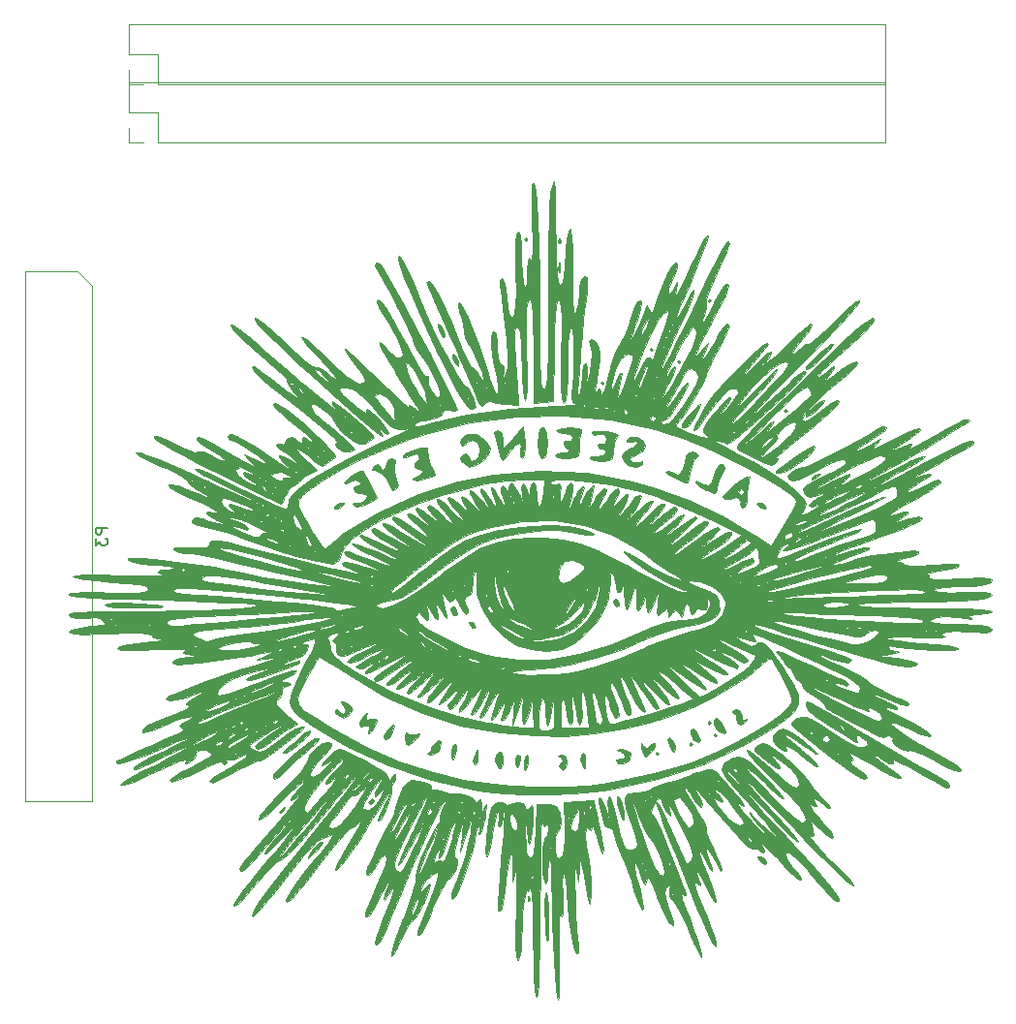
<source format=gbr>
G04 #@! TF.GenerationSoftware,KiCad,Pcbnew,5.0.0*
G04 #@! TF.CreationDate,2018-07-28T22:36:59-05:00*
G04 #@! TF.ProjectId,Header_Board,4865616465725F426F6172642E6B6963,rev?*
G04 #@! TF.SameCoordinates,Original*
G04 #@! TF.FileFunction,Legend,Bot*
G04 #@! TF.FilePolarity,Positive*
%FSLAX46Y46*%
G04 Gerber Fmt 4.6, Leading zero omitted, Abs format (unit mm)*
G04 Created by KiCad (PCBNEW 5.0.0) date Sat Jul 28 22:36:59 2018*
%MOMM*%
%LPD*%
G01*
G04 APERTURE LIST*
%ADD10C,0.120000*%
%ADD11C,0.010000*%
%ADD12C,0.150000*%
G04 APERTURE END LIST*
D10*
G04 #@! TO.C,P3*
X90702400Y-85033200D02*
X89432400Y-83763200D01*
X90702400Y-130003200D02*
X84862400Y-130003200D01*
X89432400Y-83763200D02*
X84862400Y-83763200D01*
X84862400Y-83763200D02*
X84862400Y-130003200D01*
X90702400Y-85033200D02*
X90702400Y-130003200D01*
G04 #@! TO.C,P1*
X96527081Y-67370935D02*
X160087081Y-67370935D01*
X160087081Y-67370935D02*
X160087081Y-62170935D01*
X160087081Y-62170935D02*
X93927081Y-62170935D01*
X93927081Y-62170935D02*
X93927081Y-64770935D01*
X93927081Y-64770935D02*
X96527081Y-64770935D01*
X96527081Y-64770935D02*
X96527081Y-67370935D01*
X95257081Y-67370935D02*
X93927081Y-67370935D01*
X93927081Y-67370935D02*
X93927081Y-66100935D01*
G04 #@! TO.C,P2*
X96527081Y-72450935D02*
X160087081Y-72450935D01*
X160087081Y-72450935D02*
X160087081Y-67250935D01*
X160087081Y-67250935D02*
X93927081Y-67250935D01*
X93927081Y-67250935D02*
X93927081Y-69850935D01*
X93927081Y-69850935D02*
X96527081Y-69850935D01*
X96527081Y-69850935D02*
X96527081Y-72450935D01*
X95257081Y-72450935D02*
X93927081Y-72450935D01*
X93927081Y-72450935D02*
X93927081Y-71180935D01*
D11*
G04 #@! TO.C,G\002A\002A\002A*
G36*
X151223579Y-95902379D02*
X151357263Y-96036063D01*
X151490947Y-95902379D01*
X151357263Y-95768695D01*
X151223579Y-95902379D01*
X151223579Y-95902379D01*
G37*
X151223579Y-95902379D02*
X151357263Y-96036063D01*
X151490947Y-95902379D01*
X151357263Y-95768695D01*
X151223579Y-95902379D01*
G36*
X139459368Y-90555011D02*
X139593053Y-90688695D01*
X139726737Y-90555011D01*
X139593053Y-90421326D01*
X139459368Y-90555011D01*
X139459368Y-90555011D01*
G37*
X139459368Y-90555011D02*
X139593053Y-90688695D01*
X139726737Y-90555011D01*
X139593053Y-90421326D01*
X139459368Y-90555011D01*
G36*
X141865684Y-91624484D02*
X141999368Y-91758169D01*
X142133053Y-91624484D01*
X141999368Y-91490800D01*
X141865684Y-91624484D01*
X141865684Y-91624484D01*
G37*
X141865684Y-91624484D02*
X141999368Y-91758169D01*
X142133053Y-91624484D01*
X141999368Y-91490800D01*
X141865684Y-91624484D01*
G36*
X129849266Y-97516020D02*
X129726085Y-98011518D01*
X129700421Y-98709747D01*
X129743355Y-99550438D01*
X129892005Y-99961044D01*
X130101474Y-100046590D01*
X130353681Y-99903475D01*
X130476863Y-99407977D01*
X130502526Y-98709747D01*
X130459592Y-97869057D01*
X130310943Y-97458451D01*
X130101474Y-97372905D01*
X129849266Y-97516020D01*
X129849266Y-97516020D01*
G37*
X129849266Y-97516020D02*
X129726085Y-98011518D01*
X129700421Y-98709747D01*
X129743355Y-99550438D01*
X129892005Y-99961044D01*
X130101474Y-100046590D01*
X130353681Y-99903475D01*
X130476863Y-99407977D01*
X130502526Y-98709747D01*
X130459592Y-97869057D01*
X130310943Y-97458451D01*
X130101474Y-97372905D01*
X129849266Y-97516020D01*
G36*
X131833489Y-97429819D02*
X131371283Y-97571664D01*
X131314317Y-97624602D01*
X131423061Y-97788674D01*
X131889639Y-97825128D01*
X132502976Y-97917462D01*
X132717262Y-98240915D01*
X132676279Y-98574913D01*
X132393529Y-98546520D01*
X132037778Y-98573468D01*
X131973053Y-98814826D01*
X132091975Y-99152043D01*
X132213684Y-99177642D01*
X132454657Y-99309686D01*
X132466534Y-99378169D01*
X132250262Y-99562386D01*
X131824850Y-99595201D01*
X131330970Y-99644080D01*
X131170947Y-99795727D01*
X131408184Y-99952830D01*
X132000819Y-100040200D01*
X132240421Y-100046590D01*
X132925255Y-100017775D01*
X133229612Y-99843551D01*
X133307576Y-99392243D01*
X133309895Y-99132667D01*
X133356030Y-98375754D01*
X133467504Y-97808399D01*
X133472184Y-97795825D01*
X133478822Y-97521921D01*
X133147623Y-97397585D01*
X132552174Y-97372905D01*
X131833489Y-97429819D01*
X131833489Y-97429819D01*
G37*
X131833489Y-97429819D02*
X131371283Y-97571664D01*
X131314317Y-97624602D01*
X131423061Y-97788674D01*
X131889639Y-97825128D01*
X132502976Y-97917462D01*
X132717262Y-98240915D01*
X132676279Y-98574913D01*
X132393529Y-98546520D01*
X132037778Y-98573468D01*
X131973053Y-98814826D01*
X132091975Y-99152043D01*
X132213684Y-99177642D01*
X132454657Y-99309686D01*
X132466534Y-99378169D01*
X132250262Y-99562386D01*
X131824850Y-99595201D01*
X131330970Y-99644080D01*
X131170947Y-99795727D01*
X131408184Y-99952830D01*
X132000819Y-100040200D01*
X132240421Y-100046590D01*
X132925255Y-100017775D01*
X133229612Y-99843551D01*
X133307576Y-99392243D01*
X133309895Y-99132667D01*
X133356030Y-98375754D01*
X133467504Y-97808399D01*
X133472184Y-97795825D01*
X133478822Y-97521921D01*
X133147623Y-97397585D01*
X132552174Y-97372905D01*
X131833489Y-97429819D01*
G36*
X127531831Y-98247855D02*
X126625684Y-99236632D01*
X126625684Y-98438453D01*
X126517093Y-97820877D01*
X126196026Y-97640274D01*
X125902939Y-97773204D01*
X125969400Y-98108169D01*
X126151348Y-98704851D01*
X126294626Y-99445011D01*
X126442866Y-100104488D01*
X126662772Y-100257222D01*
X127002695Y-99906588D01*
X127251575Y-99511853D01*
X127694791Y-98917503D01*
X128034299Y-98733440D01*
X128195233Y-98970628D01*
X128164456Y-99378169D01*
X128165801Y-99890354D01*
X128333813Y-100046756D01*
X128510775Y-99793344D01*
X128554321Y-99056923D01*
X128534462Y-98653000D01*
X128437977Y-97259078D01*
X127531831Y-98247855D01*
X127531831Y-98247855D01*
G37*
X127531831Y-98247855D02*
X126625684Y-99236632D01*
X126625684Y-98438453D01*
X126517093Y-97820877D01*
X126196026Y-97640274D01*
X125902939Y-97773204D01*
X125969400Y-98108169D01*
X126151348Y-98704851D01*
X126294626Y-99445011D01*
X126442866Y-100104488D01*
X126662772Y-100257222D01*
X127002695Y-99906588D01*
X127251575Y-99511853D01*
X127694791Y-98917503D01*
X128034299Y-98733440D01*
X128195233Y-98970628D01*
X128164456Y-99378169D01*
X128165801Y-99890354D01*
X128333813Y-100046756D01*
X128510775Y-99793344D01*
X128554321Y-99056923D01*
X128534462Y-98653000D01*
X128437977Y-97259078D01*
X127531831Y-98247855D01*
G36*
X134536533Y-97730802D02*
X134379368Y-97870566D01*
X134601818Y-97999213D01*
X135047789Y-97973081D01*
X135548600Y-97961392D01*
X135711013Y-98265373D01*
X135716210Y-98402819D01*
X135596730Y-98808825D01*
X135315158Y-98806435D01*
X134971781Y-98818198D01*
X134914105Y-98948510D01*
X135131732Y-99206945D01*
X135337439Y-99244484D01*
X135642716Y-99407051D01*
X135642449Y-99578695D01*
X135319394Y-99809497D01*
X134811969Y-99861735D01*
X134347317Y-99902271D01*
X134255370Y-100062262D01*
X134603771Y-100232332D01*
X135247623Y-100312943D01*
X135330937Y-100313958D01*
X135951233Y-100270235D01*
X136202865Y-100029008D01*
X136250924Y-99425184D01*
X136250947Y-99393948D01*
X136335329Y-98717964D01*
X136541118Y-98297772D01*
X136567411Y-98278352D01*
X136669577Y-98060929D01*
X136366885Y-97880313D01*
X135721748Y-97715944D01*
X135046359Y-97665787D01*
X134536533Y-97730802D01*
X134536533Y-97730802D01*
G37*
X134536533Y-97730802D02*
X134379368Y-97870566D01*
X134601818Y-97999213D01*
X135047789Y-97973081D01*
X135548600Y-97961392D01*
X135711013Y-98265373D01*
X135716210Y-98402819D01*
X135596730Y-98808825D01*
X135315158Y-98806435D01*
X134971781Y-98818198D01*
X134914105Y-98948510D01*
X135131732Y-99206945D01*
X135337439Y-99244484D01*
X135642716Y-99407051D01*
X135642449Y-99578695D01*
X135319394Y-99809497D01*
X134811969Y-99861735D01*
X134347317Y-99902271D01*
X134255370Y-100062262D01*
X134603771Y-100232332D01*
X135247623Y-100312943D01*
X135330937Y-100313958D01*
X135951233Y-100270235D01*
X136202865Y-100029008D01*
X136250924Y-99425184D01*
X136250947Y-99393948D01*
X136335329Y-98717964D01*
X136541118Y-98297772D01*
X136567411Y-98278352D01*
X136669577Y-98060929D01*
X136366885Y-97880313D01*
X135721748Y-97715944D01*
X135046359Y-97665787D01*
X134536533Y-97730802D01*
G36*
X123578510Y-97979572D02*
X123305446Y-98069932D01*
X122978389Y-98357795D01*
X122887426Y-98734798D01*
X123072473Y-98968150D01*
X123149895Y-98977116D01*
X123406529Y-98771225D01*
X123417263Y-98691152D01*
X123638755Y-98501373D01*
X124018842Y-98490625D01*
X124463285Y-98681085D01*
X124615269Y-99181737D01*
X124620421Y-99374507D01*
X124487210Y-99935737D01*
X124182961Y-100265294D01*
X123850746Y-100281327D01*
X123640333Y-99935209D01*
X123431434Y-99672270D01*
X123167087Y-99765884D01*
X122922669Y-100031702D01*
X123108247Y-100397141D01*
X123132983Y-100427265D01*
X123665409Y-100805319D01*
X124270610Y-100693512D01*
X124899943Y-100192427D01*
X125415258Y-99581849D01*
X125501309Y-99105783D01*
X125169761Y-98596214D01*
X125021474Y-98442379D01*
X124332525Y-97972937D01*
X123578510Y-97979572D01*
X123578510Y-97979572D01*
G37*
X123578510Y-97979572D02*
X123305446Y-98069932D01*
X122978389Y-98357795D01*
X122887426Y-98734798D01*
X123072473Y-98968150D01*
X123149895Y-98977116D01*
X123406529Y-98771225D01*
X123417263Y-98691152D01*
X123638755Y-98501373D01*
X124018842Y-98490625D01*
X124463285Y-98681085D01*
X124615269Y-99181737D01*
X124620421Y-99374507D01*
X124487210Y-99935737D01*
X124182961Y-100265294D01*
X123850746Y-100281327D01*
X123640333Y-99935209D01*
X123431434Y-99672270D01*
X123167087Y-99765884D01*
X122922669Y-100031702D01*
X123108247Y-100397141D01*
X123132983Y-100427265D01*
X123665409Y-100805319D01*
X124270610Y-100693512D01*
X124899943Y-100192427D01*
X125415258Y-99581849D01*
X125501309Y-99105783D01*
X125169761Y-98596214D01*
X125021474Y-98442379D01*
X124332525Y-97972937D01*
X123578510Y-97979572D01*
G36*
X137436402Y-98471023D02*
X137457574Y-98653160D01*
X137821675Y-98586690D01*
X138282686Y-98542391D01*
X138376525Y-98735048D01*
X138123271Y-99032861D01*
X137721474Y-99244484D01*
X137224410Y-99551486D01*
X137053053Y-99852814D01*
X137258485Y-100391605D01*
X137744660Y-100745073D01*
X138316396Y-100837722D01*
X138778508Y-100594055D01*
X138819028Y-100535890D01*
X138833232Y-100331188D01*
X138610035Y-100377469D01*
X138037834Y-100387316D01*
X137839971Y-100304572D01*
X137687400Y-100096411D01*
X137999635Y-99880773D01*
X138172456Y-99811065D01*
X138901694Y-99403049D01*
X139099542Y-98935522D01*
X138914911Y-98564351D01*
X138398546Y-98235906D01*
X137811759Y-98215423D01*
X137436402Y-98471023D01*
X137436402Y-98471023D01*
G37*
X137436402Y-98471023D02*
X137457574Y-98653160D01*
X137821675Y-98586690D01*
X138282686Y-98542391D01*
X138376525Y-98735048D01*
X138123271Y-99032861D01*
X137721474Y-99244484D01*
X137224410Y-99551486D01*
X137053053Y-99852814D01*
X137258485Y-100391605D01*
X137744660Y-100745073D01*
X138316396Y-100837722D01*
X138778508Y-100594055D01*
X138819028Y-100535890D01*
X138833232Y-100331188D01*
X138610035Y-100377469D01*
X138037834Y-100387316D01*
X137839971Y-100304572D01*
X137687400Y-100096411D01*
X137999635Y-99880773D01*
X138172456Y-99811065D01*
X138901694Y-99403049D01*
X139099542Y-98935522D01*
X138914911Y-98564351D01*
X138398546Y-98235906D01*
X137811759Y-98215423D01*
X137436402Y-98471023D01*
G36*
X119466456Y-99144480D02*
X118686739Y-99383738D01*
X118109460Y-99655941D01*
X117868279Y-99892248D01*
X117890412Y-99956230D01*
X118199150Y-99951302D01*
X118565506Y-99800160D01*
X119059308Y-99648779D01*
X119304164Y-99829561D01*
X119307487Y-100171557D01*
X119186706Y-100253617D01*
X118912201Y-100519794D01*
X118914715Y-100864250D01*
X119187479Y-101021147D01*
X119206210Y-101019514D01*
X119572464Y-101104519D01*
X119570824Y-101364144D01*
X119233570Y-101618319D01*
X119091001Y-101662218D01*
X118721021Y-101822185D01*
X118741011Y-101960348D01*
X119159912Y-101990121D01*
X119799463Y-101848252D01*
X119807789Y-101845484D01*
X120383961Y-101644315D01*
X120674979Y-101525987D01*
X120677896Y-101523914D01*
X120616902Y-101276862D01*
X120379232Y-100737180D01*
X120319003Y-100614505D01*
X120071274Y-99935130D01*
X120030685Y-99406911D01*
X120043353Y-99364639D01*
X120047516Y-99104703D01*
X119688471Y-99096622D01*
X119466456Y-99144480D01*
X119466456Y-99144480D01*
G37*
X119466456Y-99144480D02*
X118686739Y-99383738D01*
X118109460Y-99655941D01*
X117868279Y-99892248D01*
X117890412Y-99956230D01*
X118199150Y-99951302D01*
X118565506Y-99800160D01*
X119059308Y-99648779D01*
X119304164Y-99829561D01*
X119307487Y-100171557D01*
X119186706Y-100253617D01*
X118912201Y-100519794D01*
X118914715Y-100864250D01*
X119187479Y-101021147D01*
X119206210Y-101019514D01*
X119572464Y-101104519D01*
X119570824Y-101364144D01*
X119233570Y-101618319D01*
X119091001Y-101662218D01*
X118721021Y-101822185D01*
X118741011Y-101960348D01*
X119159912Y-101990121D01*
X119799463Y-101848252D01*
X119807789Y-101845484D01*
X120383961Y-101644315D01*
X120674979Y-101525987D01*
X120677896Y-101523914D01*
X120616902Y-101276862D01*
X120379232Y-100737180D01*
X120319003Y-100614505D01*
X120071274Y-99935130D01*
X120030685Y-99406911D01*
X120043353Y-99364639D01*
X120047516Y-99104703D01*
X119688471Y-99096622D01*
X119466456Y-99144480D01*
G36*
X142768998Y-99671582D02*
X142667789Y-99895500D01*
X142576529Y-100424693D01*
X142402948Y-100975733D01*
X142155685Y-101449921D01*
X141836482Y-101492241D01*
X141577943Y-101372529D01*
X141089806Y-101196676D01*
X140865944Y-101224576D01*
X141002676Y-101389267D01*
X141451075Y-101659690D01*
X142026644Y-101942175D01*
X142544881Y-102143051D01*
X142758714Y-102185537D01*
X142863841Y-101950073D01*
X142995722Y-101361335D01*
X143037830Y-101116063D01*
X143203129Y-100447441D01*
X143408673Y-100074512D01*
X143473054Y-100046590D01*
X143729609Y-99843032D01*
X143737263Y-99779221D01*
X143513329Y-99561989D01*
X143202526Y-99511853D01*
X142768998Y-99671582D01*
X142768998Y-99671582D01*
G37*
X142768998Y-99671582D02*
X142667789Y-99895500D01*
X142576529Y-100424693D01*
X142402948Y-100975733D01*
X142155685Y-101449921D01*
X141836482Y-101492241D01*
X141577943Y-101372529D01*
X141089806Y-101196676D01*
X140865944Y-101224576D01*
X141002676Y-101389267D01*
X141451075Y-101659690D01*
X142026644Y-101942175D01*
X142544881Y-102143051D01*
X142758714Y-102185537D01*
X142863841Y-101950073D01*
X142995722Y-101361335D01*
X143037830Y-101116063D01*
X143203129Y-100447441D01*
X143408673Y-100074512D01*
X143473054Y-100046590D01*
X143729609Y-99843032D01*
X143737263Y-99779221D01*
X143513329Y-99561989D01*
X143202526Y-99511853D01*
X142768998Y-99671582D01*
G36*
X116537962Y-100269658D02*
X116465684Y-100581326D01*
X116335077Y-101030185D01*
X116060173Y-101076533D01*
X115852965Y-100781853D01*
X115674430Y-100581720D01*
X115376158Y-100781853D01*
X115167454Y-101049114D01*
X115412532Y-101115974D01*
X115434982Y-101116063D01*
X115977164Y-101339408D01*
X116487055Y-101879162D01*
X116772292Y-102512707D01*
X116977988Y-102820704D01*
X117228552Y-102747236D01*
X117451721Y-102452072D01*
X117291880Y-101963193D01*
X117288923Y-101957657D01*
X117117059Y-101259602D01*
X117156619Y-100720497D01*
X117202511Y-100208992D01*
X116945183Y-100047978D01*
X116895722Y-100046590D01*
X116537962Y-100269658D01*
X116537962Y-100269658D01*
G37*
X116537962Y-100269658D02*
X116465684Y-100581326D01*
X116335077Y-101030185D01*
X116060173Y-101076533D01*
X115852965Y-100781853D01*
X115674430Y-100581720D01*
X115376158Y-100781853D01*
X115167454Y-101049114D01*
X115412532Y-101115974D01*
X115434982Y-101116063D01*
X115977164Y-101339408D01*
X116487055Y-101879162D01*
X116772292Y-102512707D01*
X116977988Y-102820704D01*
X117228552Y-102747236D01*
X117451721Y-102452072D01*
X117291880Y-101963193D01*
X117288923Y-101957657D01*
X117117059Y-101259602D01*
X117156619Y-100720497D01*
X117202511Y-100208992D01*
X116945183Y-100047978D01*
X116895722Y-100046590D01*
X116537962Y-100269658D01*
G36*
X145552997Y-100575197D02*
X145270276Y-101040148D01*
X145178523Y-101287373D01*
X144875289Y-102066494D01*
X144602548Y-102405807D01*
X144258482Y-102383609D01*
X143963380Y-102221824D01*
X143564180Y-102030339D01*
X143516476Y-102191597D01*
X143814977Y-102499789D01*
X144404345Y-102834093D01*
X144481358Y-102867545D01*
X145056108Y-103083243D01*
X145293179Y-103036304D01*
X145341323Y-102686198D01*
X145341474Y-102633174D01*
X145493869Y-101964063D01*
X145778068Y-101413826D01*
X146050255Y-100927327D01*
X145967772Y-100650194D01*
X145857819Y-100569960D01*
X145552997Y-100575197D01*
X145552997Y-100575197D01*
G37*
X145552997Y-100575197D02*
X145270276Y-101040148D01*
X145178523Y-101287373D01*
X144875289Y-102066494D01*
X144602548Y-102405807D01*
X144258482Y-102383609D01*
X143963380Y-102221824D01*
X143564180Y-102030339D01*
X143516476Y-102191597D01*
X143814977Y-102499789D01*
X144404345Y-102834093D01*
X144481358Y-102867545D01*
X145056108Y-103083243D01*
X145293179Y-103036304D01*
X145341323Y-102686198D01*
X145341474Y-102633174D01*
X145493869Y-101964063D01*
X145778068Y-101413826D01*
X146050255Y-100927327D01*
X145967772Y-100650194D01*
X145857819Y-100569960D01*
X145552997Y-100575197D01*
G36*
X114178486Y-101184450D02*
X113703577Y-101417353D01*
X113182320Y-101747177D01*
X112803335Y-102059199D01*
X112722526Y-102194669D01*
X112906487Y-102282079D01*
X113250590Y-102127656D01*
X113740681Y-101932024D01*
X114106169Y-102125390D01*
X114269051Y-102387087D01*
X113956877Y-102452905D01*
X113628113Y-102602020D01*
X113643174Y-102901019D01*
X113962141Y-103127383D01*
X114081271Y-103146310D01*
X114650143Y-103222532D01*
X114768942Y-103391595D01*
X114584007Y-103668231D01*
X114145682Y-103948877D01*
X113882848Y-103943991D01*
X113565583Y-103961344D01*
X113524631Y-104065507D01*
X113724119Y-104295109D01*
X114275720Y-104204458D01*
X114907422Y-103915135D01*
X115621792Y-103527195D01*
X115041106Y-102388471D01*
X114692918Y-101704872D01*
X114463557Y-101253056D01*
X114418426Y-101163191D01*
X114178486Y-101184450D01*
X114178486Y-101184450D01*
G37*
X114178486Y-101184450D02*
X113703577Y-101417353D01*
X113182320Y-101747177D01*
X112803335Y-102059199D01*
X112722526Y-102194669D01*
X112906487Y-102282079D01*
X113250590Y-102127656D01*
X113740681Y-101932024D01*
X114106169Y-102125390D01*
X114269051Y-102387087D01*
X113956877Y-102452905D01*
X113628113Y-102602020D01*
X113643174Y-102901019D01*
X113962141Y-103127383D01*
X114081271Y-103146310D01*
X114650143Y-103222532D01*
X114768942Y-103391595D01*
X114584007Y-103668231D01*
X114145682Y-103948877D01*
X113882848Y-103943991D01*
X113565583Y-103961344D01*
X113524631Y-104065507D01*
X113724119Y-104295109D01*
X114275720Y-104204458D01*
X114907422Y-103915135D01*
X115621792Y-103527195D01*
X115041106Y-102388471D01*
X114692918Y-101704872D01*
X114463557Y-101253056D01*
X114418426Y-101163191D01*
X114178486Y-101184450D01*
G36*
X112400262Y-103955426D02*
X112187789Y-104057116D01*
X111923211Y-104324020D01*
X111935907Y-104429093D01*
X112242685Y-104426174D01*
X112455158Y-104324484D01*
X112719736Y-104057580D01*
X112707040Y-103952507D01*
X112400262Y-103955426D01*
X112400262Y-103955426D01*
G37*
X112400262Y-103955426D02*
X112187789Y-104057116D01*
X111923211Y-104324020D01*
X111935907Y-104429093D01*
X112242685Y-104426174D01*
X112455158Y-104324484D01*
X112719736Y-104057580D01*
X112707040Y-103952507D01*
X112400262Y-103955426D01*
G36*
X147940725Y-101706211D02*
X147404796Y-102027184D01*
X146709740Y-102560335D01*
X146099884Y-103106892D01*
X145879139Y-103429726D01*
X145998070Y-103611088D01*
X146061488Y-103638865D01*
X146514497Y-103657336D01*
X146663996Y-103545548D01*
X146994015Y-103429459D01*
X147187521Y-103506600D01*
X147417459Y-103839106D01*
X147382526Y-103999207D01*
X147428970Y-104313346D01*
X147573224Y-104405484D01*
X147811012Y-104338253D01*
X147939681Y-103856832D01*
X147976070Y-103333109D01*
X148001635Y-102987642D01*
X147747789Y-102987642D01*
X147544329Y-103247241D01*
X147480421Y-103255011D01*
X147220822Y-103051550D01*
X147213053Y-102987642D01*
X147416513Y-102728043D01*
X147480421Y-102720274D01*
X147740020Y-102923734D01*
X147747789Y-102987642D01*
X148001635Y-102987642D01*
X148033965Y-102550780D01*
X148126166Y-101998434D01*
X148167950Y-101887251D01*
X148221953Y-101647176D01*
X147940725Y-101706211D01*
X147940725Y-101706211D01*
G37*
X147940725Y-101706211D02*
X147404796Y-102027184D01*
X146709740Y-102560335D01*
X146099884Y-103106892D01*
X145879139Y-103429726D01*
X145998070Y-103611088D01*
X146061488Y-103638865D01*
X146514497Y-103657336D01*
X146663996Y-103545548D01*
X146994015Y-103429459D01*
X147187521Y-103506600D01*
X147417459Y-103839106D01*
X147382526Y-103999207D01*
X147428970Y-104313346D01*
X147573224Y-104405484D01*
X147811012Y-104338253D01*
X147939681Y-103856832D01*
X147976070Y-103333109D01*
X148001635Y-102987642D01*
X147747789Y-102987642D01*
X147544329Y-103247241D01*
X147480421Y-103255011D01*
X147220822Y-103051550D01*
X147213053Y-102987642D01*
X147416513Y-102728043D01*
X147480421Y-102720274D01*
X147740020Y-102923734D01*
X147747789Y-102987642D01*
X148001635Y-102987642D01*
X148033965Y-102550780D01*
X148126166Y-101998434D01*
X148167950Y-101887251D01*
X148221953Y-101647176D01*
X147940725Y-101706211D01*
G36*
X148817263Y-104036902D02*
X149029828Y-104321637D01*
X149218316Y-104421172D01*
X149563277Y-104440314D01*
X149619368Y-104344698D01*
X149406803Y-104059963D01*
X149218316Y-103960428D01*
X148873355Y-103941287D01*
X148817263Y-104036902D01*
X148817263Y-104036902D01*
G37*
X148817263Y-104036902D02*
X149029828Y-104321637D01*
X149218316Y-104421172D01*
X149563277Y-104440314D01*
X149619368Y-104344698D01*
X149406803Y-104059963D01*
X149218316Y-103960428D01*
X148873355Y-103941287D01*
X148817263Y-104036902D01*
G36*
X136258600Y-112537435D02*
X136250947Y-112597126D01*
X136445297Y-112959233D01*
X136518316Y-113013958D01*
X136747210Y-112953346D01*
X136785684Y-112762369D01*
X136646091Y-112396552D01*
X136518316Y-112345537D01*
X136258600Y-112537435D01*
X136258600Y-112537435D01*
G37*
X136258600Y-112537435D02*
X136250947Y-112597126D01*
X136445297Y-112959233D01*
X136518316Y-113013958D01*
X136747210Y-112953346D01*
X136785684Y-112762369D01*
X136646091Y-112396552D01*
X136518316Y-112345537D01*
X136258600Y-112537435D01*
G36*
X122116459Y-113071572D02*
X122080421Y-113249768D01*
X122237299Y-113711713D01*
X122347789Y-113816063D01*
X122579120Y-113758449D01*
X122615158Y-113580253D01*
X122458280Y-113118308D01*
X122347789Y-113013958D01*
X122116459Y-113071572D01*
X122116459Y-113071572D01*
G37*
X122116459Y-113071572D02*
X122080421Y-113249768D01*
X122237299Y-113711713D01*
X122347789Y-113816063D01*
X122579120Y-113758449D01*
X122615158Y-113580253D01*
X122458280Y-113118308D01*
X122347789Y-113013958D01*
X122116459Y-113071572D01*
G36*
X123705231Y-114363022D02*
X123684631Y-114452926D01*
X123879744Y-114830899D01*
X123952000Y-114885537D01*
X124198769Y-114873315D01*
X124219368Y-114783411D01*
X124024255Y-114405438D01*
X123952000Y-114350800D01*
X123705231Y-114363022D01*
X123705231Y-114363022D01*
G37*
X123705231Y-114363022D02*
X123684631Y-114452926D01*
X123879744Y-114830899D01*
X123952000Y-114885537D01*
X124198769Y-114873315D01*
X124219368Y-114783411D01*
X124024255Y-114405438D01*
X123952000Y-114350800D01*
X123705231Y-114363022D01*
G36*
X112482419Y-121319679D02*
X112538383Y-121558592D01*
X112697681Y-121688077D01*
X112910161Y-122049334D01*
X112857043Y-122236821D01*
X112625906Y-122414092D01*
X112436274Y-122207614D01*
X112141090Y-122004155D01*
X112009544Y-122059923D01*
X112016431Y-122348962D01*
X112195532Y-122515980D01*
X112696814Y-122745753D01*
X113069363Y-122577399D01*
X113281275Y-122342920D01*
X113485421Y-121962270D01*
X113260179Y-121640871D01*
X113133005Y-121543577D01*
X112688854Y-121311435D01*
X112482419Y-121319679D01*
X112482419Y-121319679D01*
G37*
X112482419Y-121319679D02*
X112538383Y-121558592D01*
X112697681Y-121688077D01*
X112910161Y-122049334D01*
X112857043Y-122236821D01*
X112625906Y-122414092D01*
X112436274Y-122207614D01*
X112141090Y-122004155D01*
X112009544Y-122059923D01*
X112016431Y-122348962D01*
X112195532Y-122515980D01*
X112696814Y-122745753D01*
X113069363Y-122577399D01*
X113281275Y-122342920D01*
X113485421Y-121962270D01*
X113260179Y-121640871D01*
X113133005Y-121543577D01*
X112688854Y-121311435D01*
X112482419Y-121319679D01*
G36*
X144539368Y-123173958D02*
X144673053Y-123307642D01*
X144806737Y-123173958D01*
X144673053Y-123040274D01*
X144539368Y-123173958D01*
X144539368Y-123173958D01*
G37*
X144539368Y-123173958D02*
X144673053Y-123307642D01*
X144806737Y-123173958D01*
X144673053Y-123040274D01*
X144539368Y-123173958D01*
G36*
X146755638Y-122084037D02*
X146678316Y-122234343D01*
X146831104Y-122421092D01*
X146920750Y-122387263D01*
X147057388Y-122472813D01*
X147023250Y-122772536D01*
X147086941Y-123191307D01*
X147422085Y-123324330D01*
X147818274Y-123117695D01*
X147907005Y-122998963D01*
X147939826Y-122817146D01*
X147771218Y-122892110D01*
X147531024Y-122898188D01*
X147529381Y-122608903D01*
X147395698Y-122151394D01*
X147146210Y-122027730D01*
X146755638Y-122084037D01*
X146755638Y-122084037D01*
G37*
X146755638Y-122084037D02*
X146678316Y-122234343D01*
X146831104Y-122421092D01*
X146920750Y-122387263D01*
X147057388Y-122472813D01*
X147023250Y-122772536D01*
X147086941Y-123191307D01*
X147422085Y-123324330D01*
X147818274Y-123117695D01*
X147907005Y-122998963D01*
X147939826Y-122817146D01*
X147771218Y-122892110D01*
X147531024Y-122898188D01*
X147529381Y-122608903D01*
X147395698Y-122151394D01*
X147146210Y-122027730D01*
X146755638Y-122084037D01*
G36*
X114557398Y-122501456D02*
X114461077Y-122623481D01*
X114106080Y-123205003D01*
X114162401Y-123481949D01*
X114592423Y-123441860D01*
X114974298Y-123394804D01*
X114972986Y-123669613D01*
X114964870Y-123691211D01*
X114873343Y-124065729D01*
X115022244Y-124007541D01*
X115331896Y-123578638D01*
X115623454Y-123019529D01*
X115546643Y-122802163D01*
X115107723Y-122855898D01*
X114707801Y-122883786D01*
X114692693Y-122596939D01*
X114707326Y-122552871D01*
X114755128Y-122310440D01*
X114557398Y-122501456D01*
X114557398Y-122501456D01*
G37*
X114557398Y-122501456D02*
X114461077Y-122623481D01*
X114106080Y-123205003D01*
X114162401Y-123481949D01*
X114592423Y-123441860D01*
X114974298Y-123394804D01*
X114972986Y-123669613D01*
X114964870Y-123691211D01*
X114873343Y-124065729D01*
X115022244Y-124007541D01*
X115331896Y-123578638D01*
X115623454Y-123019529D01*
X115546643Y-122802163D01*
X115107723Y-122855898D01*
X114707801Y-122883786D01*
X114692693Y-122596939D01*
X114707326Y-122552871D01*
X114755128Y-122310440D01*
X114557398Y-122501456D01*
G36*
X145067264Y-122965517D02*
X145104626Y-123385911D01*
X145306602Y-123797928D01*
X145497025Y-123947458D01*
X145977804Y-124096896D01*
X146130728Y-124004914D01*
X146135076Y-123909221D01*
X145974460Y-123536465D01*
X145638469Y-123085255D01*
X145313557Y-122793668D01*
X145245156Y-122772905D01*
X145067264Y-122965517D01*
X145067264Y-122965517D01*
G37*
X145067264Y-122965517D02*
X145104626Y-123385911D01*
X145306602Y-123797928D01*
X145497025Y-123947458D01*
X145977804Y-124096896D01*
X146130728Y-124004914D01*
X146135076Y-123909221D01*
X145974460Y-123536465D01*
X145638469Y-123085255D01*
X145313557Y-122793668D01*
X145245156Y-122772905D01*
X145067264Y-122965517D01*
G36*
X145074105Y-124243432D02*
X145207789Y-124377116D01*
X145341474Y-124243432D01*
X145207789Y-124109747D01*
X145074105Y-124243432D01*
X145074105Y-124243432D01*
G37*
X145074105Y-124243432D02*
X145207789Y-124377116D01*
X145341474Y-124243432D01*
X145207789Y-124109747D01*
X145074105Y-124243432D01*
G36*
X116629939Y-123699019D02*
X116570505Y-123775537D01*
X116240550Y-124339933D01*
X116302187Y-124621853D01*
X116422767Y-124644484D01*
X116685860Y-124428721D01*
X116951772Y-123976063D01*
X117124189Y-123441831D01*
X116999801Y-123340484D01*
X116629939Y-123699019D01*
X116629939Y-123699019D01*
G37*
X116629939Y-123699019D02*
X116570505Y-123775537D01*
X116240550Y-124339933D01*
X116302187Y-124621853D01*
X116422767Y-124644484D01*
X116685860Y-124428721D01*
X116951772Y-123976063D01*
X117124189Y-123441831D01*
X116999801Y-123340484D01*
X116629939Y-123699019D01*
G36*
X143067607Y-123753043D02*
X143046424Y-124131504D01*
X143193838Y-124548522D01*
X143336210Y-124707232D01*
X143753438Y-124899854D01*
X143861147Y-124661067D01*
X143769955Y-124324043D01*
X143489913Y-123824494D01*
X143271357Y-123642516D01*
X143067607Y-123753043D01*
X143067607Y-123753043D01*
G37*
X143067607Y-123753043D02*
X143046424Y-124131504D01*
X143193838Y-124548522D01*
X143336210Y-124707232D01*
X143753438Y-124899854D01*
X143861147Y-124661067D01*
X143769955Y-124324043D01*
X143489913Y-123824494D01*
X143271357Y-123642516D01*
X143067607Y-123753043D01*
G36*
X118091251Y-124435614D02*
X118091003Y-124443958D01*
X118159991Y-125028365D01*
X118425969Y-125125950D01*
X118906082Y-124739607D01*
X119031087Y-124602510D01*
X119368555Y-124198376D01*
X119331711Y-124092910D01*
X118951662Y-124173074D01*
X118443624Y-124172430D01*
X118237506Y-124014522D01*
X118143296Y-124012914D01*
X118091251Y-124435614D01*
X118091251Y-124435614D01*
G37*
X118091251Y-124435614D02*
X118091003Y-124443958D01*
X118159991Y-125028365D01*
X118425969Y-125125950D01*
X118906082Y-124739607D01*
X119031087Y-124602510D01*
X119368555Y-124198376D01*
X119331711Y-124092910D01*
X118951662Y-124173074D01*
X118443624Y-124172430D01*
X118237506Y-124014522D01*
X118143296Y-124012914D01*
X118091251Y-124435614D01*
G36*
X142935158Y-125045537D02*
X143068842Y-125179221D01*
X143202526Y-125045537D01*
X143068842Y-124911853D01*
X142935158Y-125045537D01*
X142935158Y-125045537D01*
G37*
X142935158Y-125045537D02*
X143068842Y-125179221D01*
X143202526Y-125045537D01*
X143068842Y-124911853D01*
X142935158Y-125045537D01*
G36*
X141075358Y-124505517D02*
X141063579Y-124606838D01*
X141171711Y-125147402D01*
X141414066Y-125593437D01*
X141601890Y-125713958D01*
X141716152Y-125500112D01*
X141674696Y-125175055D01*
X141474923Y-124713871D01*
X141232822Y-124451341D01*
X141075358Y-124505517D01*
X141075358Y-124505517D01*
G37*
X141075358Y-124505517D02*
X141063579Y-124606838D01*
X141171711Y-125147402D01*
X141414066Y-125593437D01*
X141601890Y-125713958D01*
X141716152Y-125500112D01*
X141674696Y-125175055D01*
X141474923Y-124713871D01*
X141232822Y-124451341D01*
X141075358Y-124505517D01*
G36*
X120603529Y-125013707D02*
X120351506Y-125344918D01*
X120390271Y-125450684D01*
X120397294Y-125566240D01*
X120208842Y-125713958D01*
X119991221Y-125911654D01*
X120254178Y-125974869D01*
X120378185Y-125977232D01*
X120918416Y-125752653D01*
X121102843Y-125391423D01*
X121180371Y-124818322D01*
X120995006Y-124709345D01*
X120603529Y-125013707D01*
X120603529Y-125013707D01*
G37*
X120603529Y-125013707D02*
X120351506Y-125344918D01*
X120390271Y-125450684D01*
X120397294Y-125566240D01*
X120208842Y-125713958D01*
X119991221Y-125911654D01*
X120254178Y-125974869D01*
X120378185Y-125977232D01*
X120918416Y-125752653D01*
X121102843Y-125391423D01*
X121180371Y-124818322D01*
X120995006Y-124709345D01*
X120603529Y-125013707D01*
G36*
X139994105Y-125847642D02*
X140127789Y-125981326D01*
X140261474Y-125847642D01*
X140127789Y-125713958D01*
X139994105Y-125847642D01*
X139994105Y-125847642D01*
G37*
X139994105Y-125847642D02*
X140127789Y-125981326D01*
X140261474Y-125847642D01*
X140127789Y-125713958D01*
X139994105Y-125847642D01*
G36*
X138698842Y-125185955D02*
X138856547Y-125721396D01*
X138886199Y-125798243D01*
X139054173Y-126112002D01*
X139274967Y-126044670D01*
X139578750Y-125729762D01*
X139881543Y-125270293D01*
X139888806Y-124984799D01*
X139611496Y-125005287D01*
X139444831Y-125186964D01*
X139199537Y-125444215D01*
X138957584Y-125222617D01*
X138928726Y-125179221D01*
X138724988Y-124974864D01*
X138698842Y-125185955D01*
X138698842Y-125185955D01*
G37*
X138698842Y-125185955D02*
X138856547Y-125721396D01*
X138886199Y-125798243D01*
X139054173Y-126112002D01*
X139274967Y-126044670D01*
X139578750Y-125729762D01*
X139881543Y-125270293D01*
X139888806Y-124984799D01*
X139611496Y-125005287D01*
X139444831Y-125186964D01*
X139199537Y-125444215D01*
X138957584Y-125222617D01*
X138928726Y-125179221D01*
X138724988Y-124974864D01*
X138698842Y-125185955D01*
G36*
X122325153Y-125094910D02*
X122132175Y-125567208D01*
X122127041Y-126017332D01*
X122215079Y-126434584D01*
X122331939Y-126355684D01*
X122417046Y-126159985D01*
X122597488Y-125538103D01*
X122600043Y-125111362D01*
X122436120Y-125012016D01*
X122325153Y-125094910D01*
X122325153Y-125094910D01*
G37*
X122325153Y-125094910D02*
X122132175Y-125567208D01*
X122127041Y-126017332D01*
X122215079Y-126434584D01*
X122331939Y-126355684D01*
X122417046Y-126159985D01*
X122597488Y-125538103D01*
X122600043Y-125111362D01*
X122436120Y-125012016D01*
X122325153Y-125094910D01*
G36*
X124340648Y-125589385D02*
X124219368Y-125847642D01*
X123997165Y-126472364D01*
X124049404Y-126744746D01*
X124219368Y-126783432D01*
X124407346Y-126553237D01*
X124467945Y-126048169D01*
X124435449Y-125572588D01*
X124340648Y-125589385D01*
X124340648Y-125589385D01*
G37*
X124340648Y-125589385D02*
X124219368Y-125847642D01*
X123997165Y-126472364D01*
X124049404Y-126744746D01*
X124219368Y-126783432D01*
X124407346Y-126553237D01*
X124467945Y-126048169D01*
X124435449Y-125572588D01*
X124340648Y-125589385D01*
G36*
X136613170Y-125522026D02*
X136769014Y-125608129D01*
X136852526Y-125630893D01*
X137249855Y-125911384D01*
X137320421Y-126126224D01*
X137137385Y-126377313D01*
X136919368Y-126345382D01*
X136575991Y-126357145D01*
X136518316Y-126487458D01*
X136718220Y-126734621D01*
X137156287Y-126765515D01*
X137590043Y-126598253D01*
X137753557Y-126395183D01*
X137768474Y-125825095D01*
X137350948Y-125510203D01*
X136970431Y-125477605D01*
X136613170Y-125522026D01*
X136613170Y-125522026D01*
G37*
X136613170Y-125522026D02*
X136769014Y-125608129D01*
X136852526Y-125630893D01*
X137249855Y-125911384D01*
X137320421Y-126126224D01*
X137137385Y-126377313D01*
X136919368Y-126345382D01*
X136575991Y-126357145D01*
X136518316Y-126487458D01*
X136718220Y-126734621D01*
X137156287Y-126765515D01*
X137590043Y-126598253D01*
X137753557Y-126395183D01*
X137768474Y-125825095D01*
X137350948Y-125510203D01*
X136970431Y-125477605D01*
X136613170Y-125522026D01*
G36*
X127731204Y-126320295D02*
X127763830Y-126695663D01*
X127874332Y-127038866D01*
X128009578Y-126880890D01*
X128087863Y-126705058D01*
X128186595Y-126233645D01*
X128129241Y-126058918D01*
X127864891Y-125999502D01*
X127731204Y-126320295D01*
X127731204Y-126320295D01*
G37*
X127731204Y-126320295D02*
X127763830Y-126695663D01*
X127874332Y-127038866D01*
X128009578Y-126880890D01*
X128087863Y-126705058D01*
X128186595Y-126233645D01*
X128129241Y-126058918D01*
X127864891Y-125999502D01*
X127731204Y-126320295D01*
G36*
X126086781Y-125923728D02*
X126022868Y-126048169D01*
X125986993Y-126492923D01*
X126107978Y-126942028D01*
X126308771Y-127188027D01*
X126433534Y-127153827D01*
X126590632Y-126770129D01*
X126615253Y-126239449D01*
X126515568Y-125814228D01*
X126386921Y-125713958D01*
X126086781Y-125923728D01*
X126086781Y-125923728D01*
G37*
X126086781Y-125923728D02*
X126022868Y-126048169D01*
X125986993Y-126492923D01*
X126107978Y-126942028D01*
X126308771Y-127188027D01*
X126433534Y-127153827D01*
X126590632Y-126770129D01*
X126615253Y-126239449D01*
X126515568Y-125814228D01*
X126386921Y-125713958D01*
X126086781Y-125923728D01*
G36*
X128554375Y-126210348D02*
X128497263Y-126649747D01*
X128532463Y-127152833D01*
X128599778Y-127318169D01*
X128720018Y-127091087D01*
X128830070Y-126649747D01*
X128848403Y-126152924D01*
X128727555Y-125981326D01*
X128554375Y-126210348D01*
X128554375Y-126210348D01*
G37*
X128554375Y-126210348D02*
X128497263Y-126649747D01*
X128532463Y-127152833D01*
X128599778Y-127318169D01*
X128720018Y-127091087D01*
X128830070Y-126649747D01*
X128848403Y-126152924D01*
X128727555Y-125981326D01*
X128554375Y-126210348D01*
G36*
X131475470Y-126038310D02*
X131667387Y-126219368D01*
X131873271Y-126481158D01*
X131729868Y-126634801D01*
X131547135Y-126954611D01*
X131583418Y-127069275D01*
X131878766Y-127312844D01*
X132101425Y-127064883D01*
X132179111Y-126649747D01*
X132106229Y-126124529D01*
X131769531Y-125985421D01*
X131475470Y-126038310D01*
X131475470Y-126038310D01*
G37*
X131475470Y-126038310D02*
X131667387Y-126219368D01*
X131873271Y-126481158D01*
X131729868Y-126634801D01*
X131547135Y-126954611D01*
X131583418Y-127069275D01*
X131878766Y-127312844D01*
X132101425Y-127064883D01*
X132179111Y-126649747D01*
X132106229Y-126124529D01*
X131769531Y-125985421D01*
X131475470Y-126038310D01*
G36*
X133569113Y-125882529D02*
X133435784Y-126386317D01*
X133552165Y-126804951D01*
X133724643Y-127191323D01*
X133800707Y-127138926D01*
X133826309Y-126601808D01*
X133827684Y-126529432D01*
X133785668Y-125932602D01*
X133622635Y-125837584D01*
X133569113Y-125882529D01*
X133569113Y-125882529D01*
G37*
X133569113Y-125882529D02*
X133435784Y-126386317D01*
X133552165Y-126804951D01*
X133724643Y-127191323D01*
X133800707Y-127138926D01*
X133826309Y-126601808D01*
X133827684Y-126529432D01*
X133785668Y-125932602D01*
X133622635Y-125837584D01*
X133569113Y-125882529D01*
G36*
X115128842Y-129858169D02*
X114873777Y-130098428D01*
X114861474Y-130141316D01*
X115068334Y-130256156D01*
X115128842Y-130259221D01*
X115385936Y-130053681D01*
X115396210Y-129976073D01*
X115232410Y-129816391D01*
X115128842Y-129858169D01*
X115128842Y-129858169D01*
G37*
X115128842Y-129858169D02*
X114873777Y-130098428D01*
X114861474Y-130141316D01*
X115068334Y-130256156D01*
X115128842Y-130259221D01*
X115385936Y-130053681D01*
X115396210Y-129976073D01*
X115232410Y-129816391D01*
X115128842Y-129858169D01*
G36*
X128497263Y-80929747D02*
X128630947Y-81063432D01*
X128764631Y-80929747D01*
X128630947Y-80796063D01*
X128497263Y-80929747D01*
X128497263Y-80929747D01*
G37*
X128497263Y-80929747D02*
X128630947Y-81063432D01*
X128764631Y-80929747D01*
X128630947Y-80796063D01*
X128497263Y-80929747D01*
G36*
X131527439Y-80885186D02*
X131495440Y-81202490D01*
X131527439Y-81241677D01*
X131686389Y-81204976D01*
X131705684Y-81063432D01*
X131607858Y-80843357D01*
X131527439Y-80885186D01*
X131527439Y-80885186D01*
G37*
X131527439Y-80885186D02*
X131495440Y-81202490D01*
X131527439Y-81241677D01*
X131686389Y-81204976D01*
X131705684Y-81063432D01*
X131607858Y-80843357D01*
X131527439Y-80885186D01*
G36*
X131533631Y-82960971D02*
X131520400Y-83006941D01*
X131481258Y-83589352D01*
X131530307Y-83809046D01*
X131618080Y-83817934D01*
X131653928Y-83399380D01*
X131653561Y-83336063D01*
X131615007Y-82921387D01*
X131533631Y-82960971D01*
X131533631Y-82960971D01*
G37*
X131533631Y-82960971D02*
X131520400Y-83006941D01*
X131481258Y-83589352D01*
X131530307Y-83809046D01*
X131618080Y-83817934D01*
X131653928Y-83399380D01*
X131653561Y-83336063D01*
X131615007Y-82921387D01*
X131533631Y-82960971D01*
G36*
X144539368Y-86277116D02*
X144673053Y-86410800D01*
X144806737Y-86277116D01*
X144673053Y-86143432D01*
X144539368Y-86277116D01*
X144539368Y-86277116D01*
G37*
X144539368Y-86277116D02*
X144673053Y-86410800D01*
X144806737Y-86277116D01*
X144673053Y-86143432D01*
X144539368Y-86277116D01*
G36*
X120913679Y-88290525D02*
X120936470Y-88587013D01*
X121157035Y-89084887D01*
X121418015Y-89446545D01*
X121531473Y-89370921D01*
X121532116Y-89351853D01*
X121434418Y-88875484D01*
X121208324Y-88445343D01*
X120971723Y-88263741D01*
X120913679Y-88290525D01*
X120913679Y-88290525D01*
G37*
X120913679Y-88290525D02*
X120936470Y-88587013D01*
X121157035Y-89084887D01*
X121418015Y-89446545D01*
X121531473Y-89370921D01*
X121532116Y-89351853D01*
X121434418Y-88875484D01*
X121208324Y-88445343D01*
X120971723Y-88263741D01*
X120913679Y-88290525D01*
G36*
X122221523Y-91148845D02*
X122347789Y-91490800D01*
X122610066Y-91910154D01*
X122733218Y-92025537D01*
X122756241Y-91809139D01*
X122692628Y-91490800D01*
X122477007Y-91057272D01*
X122307199Y-90956063D01*
X122221523Y-91148845D01*
X122221523Y-91148845D01*
G37*
X122221523Y-91148845D02*
X122347789Y-91490800D01*
X122610066Y-91910154D01*
X122733218Y-92025537D01*
X122756241Y-91809139D01*
X122692628Y-91490800D01*
X122477007Y-91057272D01*
X122307199Y-90956063D01*
X122221523Y-91148845D01*
G36*
X155330305Y-90092150D02*
X154901103Y-90402444D01*
X154340319Y-90866851D01*
X153774408Y-91376610D01*
X153329821Y-91822960D01*
X153139719Y-92076054D01*
X153142424Y-92308473D01*
X153444607Y-92199880D01*
X153973116Y-91792783D01*
X154511422Y-91279001D01*
X155068382Y-90670187D01*
X155427512Y-90203825D01*
X155501474Y-90044731D01*
X155330305Y-90092150D01*
X155330305Y-90092150D01*
G37*
X155330305Y-90092150D02*
X154901103Y-90402444D01*
X154340319Y-90866851D01*
X153774408Y-91376610D01*
X153329821Y-91822960D01*
X153139719Y-92076054D01*
X153142424Y-92308473D01*
X153444607Y-92199880D01*
X153973116Y-91792783D01*
X154511422Y-91279001D01*
X155068382Y-90670187D01*
X155427512Y-90203825D01*
X155501474Y-90044731D01*
X155330305Y-90092150D01*
G36*
X135181474Y-93496063D02*
X135315158Y-93629747D01*
X135448842Y-93496063D01*
X135315158Y-93362379D01*
X135181474Y-93496063D01*
X135181474Y-93496063D01*
G37*
X135181474Y-93496063D02*
X135315158Y-93629747D01*
X135448842Y-93496063D01*
X135315158Y-93362379D01*
X135181474Y-93496063D01*
G36*
X117485393Y-82628942D02*
X117654031Y-83276319D01*
X118016036Y-84284466D01*
X118546896Y-85595445D01*
X119222104Y-87151315D01*
X120017151Y-88894139D01*
X120907528Y-90765976D01*
X121868726Y-92708887D01*
X122030342Y-93028169D01*
X122672189Y-94225317D01*
X123223617Y-95124640D01*
X123638168Y-95655021D01*
X123820753Y-95768695D01*
X124175292Y-95644883D01*
X124219368Y-95541224D01*
X124117623Y-94983959D01*
X124058348Y-94832905D01*
X123684631Y-94832905D01*
X123550947Y-94966590D01*
X123417263Y-94832905D01*
X123550947Y-94699221D01*
X123684631Y-94832905D01*
X124058348Y-94832905D01*
X123874266Y-94363803D01*
X123582115Y-93872596D01*
X123333990Y-93702177D01*
X123330139Y-93703350D01*
X123115495Y-93512593D01*
X122726410Y-92926995D01*
X122210893Y-92037985D01*
X121616954Y-90936994D01*
X120992601Y-89715452D01*
X120385843Y-88464788D01*
X119844690Y-87276433D01*
X119430702Y-86277116D01*
X118808035Y-84727411D01*
X118274902Y-83534315D01*
X117854680Y-82745625D01*
X117570746Y-82409141D01*
X117534628Y-82400274D01*
X117485393Y-82628942D01*
X117485393Y-82628942D01*
G37*
X117485393Y-82628942D02*
X117654031Y-83276319D01*
X118016036Y-84284466D01*
X118546896Y-85595445D01*
X119222104Y-87151315D01*
X120017151Y-88894139D01*
X120907528Y-90765976D01*
X121868726Y-92708887D01*
X122030342Y-93028169D01*
X122672189Y-94225317D01*
X123223617Y-95124640D01*
X123638168Y-95655021D01*
X123820753Y-95768695D01*
X124175292Y-95644883D01*
X124219368Y-95541224D01*
X124117623Y-94983959D01*
X124058348Y-94832905D01*
X123684631Y-94832905D01*
X123550947Y-94966590D01*
X123417263Y-94832905D01*
X123550947Y-94699221D01*
X123684631Y-94832905D01*
X124058348Y-94832905D01*
X123874266Y-94363803D01*
X123582115Y-93872596D01*
X123333990Y-93702177D01*
X123330139Y-93703350D01*
X123115495Y-93512593D01*
X122726410Y-92926995D01*
X122210893Y-92037985D01*
X121616954Y-90936994D01*
X120992601Y-89715452D01*
X120385843Y-88464788D01*
X119844690Y-87276433D01*
X119430702Y-86277116D01*
X118808035Y-84727411D01*
X118274902Y-83534315D01*
X117854680Y-82745625D01*
X117570746Y-82409141D01*
X117534628Y-82400274D01*
X117485393Y-82628942D01*
G36*
X154288427Y-95121079D02*
X153798334Y-95488847D01*
X153353173Y-95926342D01*
X153107360Y-96290012D01*
X153116384Y-96409981D01*
X153367283Y-96320665D01*
X153872646Y-95969607D01*
X154154532Y-95742614D01*
X154657249Y-95259043D01*
X154764080Y-94998031D01*
X154669033Y-94966590D01*
X154288427Y-95121079D01*
X154288427Y-95121079D01*
G37*
X154288427Y-95121079D02*
X153798334Y-95488847D01*
X153353173Y-95926342D01*
X153107360Y-96290012D01*
X153116384Y-96409981D01*
X153367283Y-96320665D01*
X153872646Y-95969607D01*
X154154532Y-95742614D01*
X154657249Y-95259043D01*
X154764080Y-94998031D01*
X154669033Y-94966590D01*
X154288427Y-95121079D01*
G36*
X143671488Y-95445631D02*
X143629488Y-95479824D01*
X143156299Y-95962256D01*
X142644977Y-96602864D01*
X142637102Y-96613896D01*
X142312180Y-97124302D01*
X142315369Y-97338957D01*
X142510465Y-97372905D01*
X142867100Y-97152719D01*
X143300599Y-96594237D01*
X143502850Y-96238833D01*
X143814038Y-95590732D01*
X143866957Y-95346068D01*
X143671488Y-95445631D01*
X143671488Y-95445631D01*
G37*
X143671488Y-95445631D02*
X143629488Y-95479824D01*
X143156299Y-95962256D01*
X142644977Y-96602864D01*
X142637102Y-96613896D01*
X142312180Y-97124302D01*
X142315369Y-97338957D01*
X142510465Y-97372905D01*
X142867100Y-97152719D01*
X143300599Y-96594237D01*
X143502850Y-96238833D01*
X143814038Y-95590732D01*
X143866957Y-95346068D01*
X143671488Y-95445631D01*
G36*
X102829895Y-88350544D02*
X103040194Y-88760656D01*
X103642982Y-89440900D01*
X104596093Y-90349931D01*
X105857361Y-91446402D01*
X106673961Y-92119917D01*
X107314415Y-92680905D01*
X107714358Y-93113323D01*
X107789491Y-93304537D01*
X107854510Y-93575884D01*
X108203421Y-94069073D01*
X108374046Y-94264186D01*
X109113053Y-95069384D01*
X108310947Y-94575601D01*
X107649517Y-94122934D01*
X106810833Y-93489806D01*
X106268579Y-93053677D01*
X105585466Y-92508178D01*
X105070667Y-92135374D01*
X104864894Y-92025537D01*
X104684249Y-92143217D01*
X104912681Y-92505559D01*
X105563099Y-93126515D01*
X106648413Y-94020038D01*
X106876114Y-94199279D01*
X108727352Y-95658414D01*
X110166663Y-96814370D01*
X111211810Y-97682262D01*
X111880558Y-98277204D01*
X112190670Y-98614309D01*
X112177178Y-98709747D01*
X111994905Y-98802569D01*
X112187789Y-99110800D01*
X112683153Y-99434916D01*
X113255880Y-99494065D01*
X113639827Y-99274400D01*
X113510194Y-99015891D01*
X113037970Y-98530516D01*
X112312733Y-97906328D01*
X111984553Y-97647290D01*
X110848880Y-96730556D01*
X110141934Y-96055752D01*
X109833909Y-95589688D01*
X109884658Y-95309019D01*
X110192747Y-95331977D01*
X110711892Y-95617869D01*
X111280868Y-96045770D01*
X111738448Y-96494753D01*
X111923414Y-96838169D01*
X112120164Y-97229452D01*
X112614687Y-97782956D01*
X112978632Y-98109764D01*
X113638731Y-98617850D01*
X114090377Y-98812929D01*
X114510986Y-98752190D01*
X114711708Y-98668426D01*
X115208861Y-98383710D01*
X115396210Y-98171425D01*
X115208619Y-97920305D01*
X115056598Y-97773958D01*
X113524631Y-97773958D01*
X113390947Y-97907642D01*
X113257263Y-97773958D01*
X113390947Y-97640274D01*
X113524631Y-97773958D01*
X115056598Y-97773958D01*
X114720832Y-97450725D01*
X114045334Y-96856091D01*
X113543110Y-96437116D01*
X112989895Y-96437116D01*
X112856210Y-96570800D01*
X112722526Y-96437116D01*
X112856210Y-96303432D01*
X112989895Y-96437116D01*
X113543110Y-96437116D01*
X113294608Y-96229806D01*
X112581139Y-95665275D01*
X112017408Y-95255903D01*
X111715901Y-95095093D01*
X111697668Y-95100219D01*
X111745471Y-95373522D01*
X111949163Y-95686213D01*
X111938012Y-95744075D01*
X111585894Y-95502039D01*
X110954955Y-95011553D01*
X110218775Y-94414445D01*
X109181184Y-94414445D01*
X109144611Y-94431853D01*
X108900615Y-94243631D01*
X108845684Y-94164484D01*
X108777553Y-93914524D01*
X108814126Y-93897116D01*
X109058122Y-94085338D01*
X109113053Y-94164484D01*
X109181184Y-94414445D01*
X110218775Y-94414445D01*
X110107342Y-94324063D01*
X109105201Y-93491016D01*
X109058555Y-93451502D01*
X108355509Y-93451502D01*
X108318807Y-93610452D01*
X108177263Y-93629747D01*
X107957189Y-93531922D01*
X107999017Y-93451502D01*
X108316321Y-93419503D01*
X108355509Y-93451502D01*
X109058555Y-93451502D01*
X108010679Y-92563859D01*
X106885922Y-91594039D01*
X105793077Y-90633001D01*
X105169368Y-90073700D01*
X104266934Y-89287874D01*
X103526139Y-88701100D01*
X103022130Y-88368726D01*
X102830052Y-88346101D01*
X102829895Y-88350544D01*
X102829895Y-88350544D01*
G37*
X102829895Y-88350544D02*
X103040194Y-88760656D01*
X103642982Y-89440900D01*
X104596093Y-90349931D01*
X105857361Y-91446402D01*
X106673961Y-92119917D01*
X107314415Y-92680905D01*
X107714358Y-93113323D01*
X107789491Y-93304537D01*
X107854510Y-93575884D01*
X108203421Y-94069073D01*
X108374046Y-94264186D01*
X109113053Y-95069384D01*
X108310947Y-94575601D01*
X107649517Y-94122934D01*
X106810833Y-93489806D01*
X106268579Y-93053677D01*
X105585466Y-92508178D01*
X105070667Y-92135374D01*
X104864894Y-92025537D01*
X104684249Y-92143217D01*
X104912681Y-92505559D01*
X105563099Y-93126515D01*
X106648413Y-94020038D01*
X106876114Y-94199279D01*
X108727352Y-95658414D01*
X110166663Y-96814370D01*
X111211810Y-97682262D01*
X111880558Y-98277204D01*
X112190670Y-98614309D01*
X112177178Y-98709747D01*
X111994905Y-98802569D01*
X112187789Y-99110800D01*
X112683153Y-99434916D01*
X113255880Y-99494065D01*
X113639827Y-99274400D01*
X113510194Y-99015891D01*
X113037970Y-98530516D01*
X112312733Y-97906328D01*
X111984553Y-97647290D01*
X110848880Y-96730556D01*
X110141934Y-96055752D01*
X109833909Y-95589688D01*
X109884658Y-95309019D01*
X110192747Y-95331977D01*
X110711892Y-95617869D01*
X111280868Y-96045770D01*
X111738448Y-96494753D01*
X111923414Y-96838169D01*
X112120164Y-97229452D01*
X112614687Y-97782956D01*
X112978632Y-98109764D01*
X113638731Y-98617850D01*
X114090377Y-98812929D01*
X114510986Y-98752190D01*
X114711708Y-98668426D01*
X115208861Y-98383710D01*
X115396210Y-98171425D01*
X115208619Y-97920305D01*
X115056598Y-97773958D01*
X113524631Y-97773958D01*
X113390947Y-97907642D01*
X113257263Y-97773958D01*
X113390947Y-97640274D01*
X113524631Y-97773958D01*
X115056598Y-97773958D01*
X114720832Y-97450725D01*
X114045334Y-96856091D01*
X113543110Y-96437116D01*
X112989895Y-96437116D01*
X112856210Y-96570800D01*
X112722526Y-96437116D01*
X112856210Y-96303432D01*
X112989895Y-96437116D01*
X113543110Y-96437116D01*
X113294608Y-96229806D01*
X112581139Y-95665275D01*
X112017408Y-95255903D01*
X111715901Y-95095093D01*
X111697668Y-95100219D01*
X111745471Y-95373522D01*
X111949163Y-95686213D01*
X111938012Y-95744075D01*
X111585894Y-95502039D01*
X110954955Y-95011553D01*
X110218775Y-94414445D01*
X109181184Y-94414445D01*
X109144611Y-94431853D01*
X108900615Y-94243631D01*
X108845684Y-94164484D01*
X108777553Y-93914524D01*
X108814126Y-93897116D01*
X109058122Y-94085338D01*
X109113053Y-94164484D01*
X109181184Y-94414445D01*
X110218775Y-94414445D01*
X110107342Y-94324063D01*
X109105201Y-93491016D01*
X109058555Y-93451502D01*
X108355509Y-93451502D01*
X108318807Y-93610452D01*
X108177263Y-93629747D01*
X107957189Y-93531922D01*
X107999017Y-93451502D01*
X108316321Y-93419503D01*
X108355509Y-93451502D01*
X109058555Y-93451502D01*
X108010679Y-92563859D01*
X106885922Y-91594039D01*
X105793077Y-90633001D01*
X105169368Y-90073700D01*
X104266934Y-89287874D01*
X103526139Y-88701100D01*
X103022130Y-88368726D01*
X102830052Y-88346101D01*
X102829895Y-88350544D01*
G36*
X158678182Y-87926310D02*
X158079387Y-88353424D01*
X157309826Y-89004497D01*
X156888539Y-89394200D01*
X154655387Y-91520977D01*
X152780517Y-93309898D01*
X151234314Y-94791183D01*
X149987163Y-95995053D01*
X149009451Y-96951730D01*
X148271564Y-97691434D01*
X147743887Y-98244386D01*
X147396807Y-98640807D01*
X147200709Y-98910919D01*
X147125979Y-99084941D01*
X147143004Y-99193096D01*
X147218015Y-99262899D01*
X147677430Y-99531508D01*
X148409668Y-99927940D01*
X148867462Y-100166476D01*
X149614090Y-100527604D01*
X150048021Y-100645019D01*
X150321743Y-100538726D01*
X150471673Y-100376926D01*
X150684604Y-100073909D01*
X150521321Y-100099782D01*
X150421474Y-100149320D01*
X150281292Y-100202905D01*
X150346317Y-100105295D01*
X150657782Y-99820816D01*
X151256921Y-99313794D01*
X152184970Y-98548554D01*
X153483162Y-97489423D01*
X153696737Y-97315708D01*
X154054480Y-97012598D01*
X152283717Y-97012598D01*
X152210676Y-97436407D01*
X151861761Y-97960371D01*
X151691474Y-98131164D01*
X150553457Y-99130180D01*
X149737740Y-99766290D01*
X149262705Y-100025374D01*
X149218316Y-100030906D01*
X149240289Y-99872399D01*
X149583108Y-99463866D01*
X149949653Y-99103566D01*
X150449283Y-98585267D01*
X150618004Y-98321386D01*
X150284668Y-98321386D01*
X149952581Y-98657052D01*
X149886737Y-98709747D01*
X149309855Y-99131152D01*
X149115362Y-99197631D01*
X149310658Y-98909184D01*
X149485684Y-98709747D01*
X149946610Y-98311798D01*
X150262386Y-98180956D01*
X150284668Y-98321386D01*
X150618004Y-98321386D01*
X150667194Y-98244453D01*
X150618074Y-98166561D01*
X150584623Y-98024048D01*
X150846568Y-97692839D01*
X151267787Y-97300051D01*
X151712159Y-96972798D01*
X152040594Y-96838169D01*
X152283717Y-97012598D01*
X154054480Y-97012598D01*
X154633693Y-96521842D01*
X155391909Y-95818553D01*
X155886477Y-95288670D01*
X156036210Y-95033546D01*
X155852658Y-94968005D01*
X155334804Y-95249558D01*
X154664442Y-95745951D01*
X153928273Y-96305763D01*
X153347091Y-96699685D01*
X153060232Y-96838169D01*
X152798282Y-96689214D01*
X152961625Y-96255399D01*
X153535934Y-95556291D01*
X154506884Y-94611462D01*
X154665875Y-94469905D01*
X153625801Y-94469905D01*
X153434048Y-94698988D01*
X152910245Y-95191290D01*
X152136758Y-95872099D01*
X151290421Y-96588241D01*
X150458326Y-97265803D01*
X149885854Y-97701761D01*
X149621028Y-97862181D01*
X149711872Y-97713128D01*
X149736233Y-97686504D01*
X150205951Y-97122995D01*
X150312165Y-96871236D01*
X150113495Y-96914720D01*
X149668562Y-97236938D01*
X149035987Y-97821382D01*
X148950947Y-97907642D01*
X148355197Y-98492589D01*
X147913890Y-98879627D01*
X147760370Y-98973766D01*
X147886735Y-98796568D01*
X148332781Y-98311204D01*
X149035778Y-97583284D01*
X149932999Y-96678417D01*
X150370731Y-96243510D01*
X151491423Y-95152450D01*
X152299798Y-94412739D01*
X152847648Y-93984099D01*
X153186761Y-93826251D01*
X153368926Y-93898918D01*
X153374532Y-93907387D01*
X153592204Y-94336186D01*
X153625801Y-94469905D01*
X154665875Y-94469905D01*
X155033579Y-94142524D01*
X155954465Y-93338942D01*
X156735845Y-92655688D01*
X157283337Y-92175376D01*
X157488912Y-91993303D01*
X157613668Y-91677216D01*
X157568084Y-91596709D01*
X157278712Y-91645734D01*
X156732687Y-91961204D01*
X156382750Y-92215807D01*
X155511917Y-92868539D01*
X155000652Y-93195607D01*
X154863788Y-93190396D01*
X155116157Y-92846291D01*
X155213869Y-92737071D01*
X155603746Y-92229993D01*
X155609171Y-92040974D01*
X155288108Y-92187724D01*
X154784497Y-92605889D01*
X154321452Y-92967181D01*
X154037397Y-93055143D01*
X154029018Y-93048520D01*
X154156156Y-92825733D01*
X154609930Y-92337828D01*
X155310358Y-91666977D01*
X155830067Y-91198168D01*
X157163465Y-90006041D01*
X158119325Y-89114406D01*
X158733637Y-88484729D01*
X159042391Y-88078476D01*
X159081577Y-87857114D01*
X159003129Y-87800826D01*
X158678182Y-87926310D01*
X158678182Y-87926310D01*
G37*
X158678182Y-87926310D02*
X158079387Y-88353424D01*
X157309826Y-89004497D01*
X156888539Y-89394200D01*
X154655387Y-91520977D01*
X152780517Y-93309898D01*
X151234314Y-94791183D01*
X149987163Y-95995053D01*
X149009451Y-96951730D01*
X148271564Y-97691434D01*
X147743887Y-98244386D01*
X147396807Y-98640807D01*
X147200709Y-98910919D01*
X147125979Y-99084941D01*
X147143004Y-99193096D01*
X147218015Y-99262899D01*
X147677430Y-99531508D01*
X148409668Y-99927940D01*
X148867462Y-100166476D01*
X149614090Y-100527604D01*
X150048021Y-100645019D01*
X150321743Y-100538726D01*
X150471673Y-100376926D01*
X150684604Y-100073909D01*
X150521321Y-100099782D01*
X150421474Y-100149320D01*
X150281292Y-100202905D01*
X150346317Y-100105295D01*
X150657782Y-99820816D01*
X151256921Y-99313794D01*
X152184970Y-98548554D01*
X153483162Y-97489423D01*
X153696737Y-97315708D01*
X154054480Y-97012598D01*
X152283717Y-97012598D01*
X152210676Y-97436407D01*
X151861761Y-97960371D01*
X151691474Y-98131164D01*
X150553457Y-99130180D01*
X149737740Y-99766290D01*
X149262705Y-100025374D01*
X149218316Y-100030906D01*
X149240289Y-99872399D01*
X149583108Y-99463866D01*
X149949653Y-99103566D01*
X150449283Y-98585267D01*
X150618004Y-98321386D01*
X150284668Y-98321386D01*
X149952581Y-98657052D01*
X149886737Y-98709747D01*
X149309855Y-99131152D01*
X149115362Y-99197631D01*
X149310658Y-98909184D01*
X149485684Y-98709747D01*
X149946610Y-98311798D01*
X150262386Y-98180956D01*
X150284668Y-98321386D01*
X150618004Y-98321386D01*
X150667194Y-98244453D01*
X150618074Y-98166561D01*
X150584623Y-98024048D01*
X150846568Y-97692839D01*
X151267787Y-97300051D01*
X151712159Y-96972798D01*
X152040594Y-96838169D01*
X152283717Y-97012598D01*
X154054480Y-97012598D01*
X154633693Y-96521842D01*
X155391909Y-95818553D01*
X155886477Y-95288670D01*
X156036210Y-95033546D01*
X155852658Y-94968005D01*
X155334804Y-95249558D01*
X154664442Y-95745951D01*
X153928273Y-96305763D01*
X153347091Y-96699685D01*
X153060232Y-96838169D01*
X152798282Y-96689214D01*
X152961625Y-96255399D01*
X153535934Y-95556291D01*
X154506884Y-94611462D01*
X154665875Y-94469905D01*
X153625801Y-94469905D01*
X153434048Y-94698988D01*
X152910245Y-95191290D01*
X152136758Y-95872099D01*
X151290421Y-96588241D01*
X150458326Y-97265803D01*
X149885854Y-97701761D01*
X149621028Y-97862181D01*
X149711872Y-97713128D01*
X149736233Y-97686504D01*
X150205951Y-97122995D01*
X150312165Y-96871236D01*
X150113495Y-96914720D01*
X149668562Y-97236938D01*
X149035987Y-97821382D01*
X148950947Y-97907642D01*
X148355197Y-98492589D01*
X147913890Y-98879627D01*
X147760370Y-98973766D01*
X147886735Y-98796568D01*
X148332781Y-98311204D01*
X149035778Y-97583284D01*
X149932999Y-96678417D01*
X150370731Y-96243510D01*
X151491423Y-95152450D01*
X152299798Y-94412739D01*
X152847648Y-93984099D01*
X153186761Y-93826251D01*
X153368926Y-93898918D01*
X153374532Y-93907387D01*
X153592204Y-94336186D01*
X153625801Y-94469905D01*
X154665875Y-94469905D01*
X155033579Y-94142524D01*
X155954465Y-93338942D01*
X156735845Y-92655688D01*
X157283337Y-92175376D01*
X157488912Y-91993303D01*
X157613668Y-91677216D01*
X157568084Y-91596709D01*
X157278712Y-91645734D01*
X156732687Y-91961204D01*
X156382750Y-92215807D01*
X155511917Y-92868539D01*
X155000652Y-93195607D01*
X154863788Y-93190396D01*
X155116157Y-92846291D01*
X155213869Y-92737071D01*
X155603746Y-92229993D01*
X155609171Y-92040974D01*
X155288108Y-92187724D01*
X154784497Y-92605889D01*
X154321452Y-92967181D01*
X154037397Y-93055143D01*
X154029018Y-93048520D01*
X154156156Y-92825733D01*
X154609930Y-92337828D01*
X155310358Y-91666977D01*
X155830067Y-91198168D01*
X157163465Y-90006041D01*
X158119325Y-89114406D01*
X158733637Y-88484729D01*
X159042391Y-88078476D01*
X159081577Y-87857114D01*
X159003129Y-87800826D01*
X158678182Y-87926310D01*
G36*
X153456038Y-99118096D02*
X152857975Y-99475825D01*
X152121672Y-99952482D01*
X151394224Y-100450248D01*
X150822722Y-100871303D01*
X150557077Y-101112957D01*
X150525639Y-101364248D01*
X150844801Y-101363411D01*
X151413767Y-101144998D01*
X152131743Y-100743560D01*
X152627263Y-100403311D01*
X153401238Y-99773677D01*
X153843520Y-99293568D01*
X153908857Y-99019522D01*
X153768770Y-98977116D01*
X153456038Y-99118096D01*
X153456038Y-99118096D01*
G37*
X153456038Y-99118096D02*
X152857975Y-99475825D01*
X152121672Y-99952482D01*
X151394224Y-100450248D01*
X150822722Y-100871303D01*
X150557077Y-101112957D01*
X150525639Y-101364248D01*
X150844801Y-101363411D01*
X151413767Y-101144998D01*
X152131743Y-100743560D01*
X152627263Y-100403311D01*
X153401238Y-99773677D01*
X153843520Y-99293568D01*
X153908857Y-99019522D01*
X153768770Y-98977116D01*
X153456038Y-99118096D01*
G36*
X153820810Y-101577983D02*
X153763579Y-101650800D01*
X153669472Y-101891274D01*
X153922431Y-101800704D01*
X154164631Y-101650800D01*
X154370179Y-101436163D01*
X154247253Y-101387526D01*
X153820810Y-101577983D01*
X153820810Y-101577983D01*
G37*
X153820810Y-101577983D02*
X153763579Y-101650800D01*
X153669472Y-101891274D01*
X153922431Y-101800704D01*
X154164631Y-101650800D01*
X154370179Y-101436163D01*
X154247253Y-101387526D01*
X153820810Y-101577983D01*
G36*
X106584070Y-95327202D02*
X106764292Y-95626753D01*
X107319303Y-96170011D01*
X108276443Y-96986940D01*
X108545471Y-97207818D01*
X109323463Y-97867131D01*
X109872106Y-98379129D01*
X110115212Y-98670138D01*
X110098618Y-98709747D01*
X109702317Y-98513773D01*
X109647789Y-98442379D01*
X109293603Y-98184993D01*
X109215178Y-98175011D01*
X109070220Y-98339744D01*
X109113053Y-98442379D01*
X109100830Y-98689148D01*
X109010927Y-98709747D01*
X108632954Y-98514635D01*
X108578316Y-98442379D01*
X108214185Y-98192587D01*
X107814619Y-98255998D01*
X107642526Y-98567672D01*
X107465376Y-98837407D01*
X107241474Y-98806435D01*
X106897655Y-98809798D01*
X106840421Y-98930493D01*
X107060450Y-99230387D01*
X107339896Y-99366977D01*
X107885999Y-99684915D01*
X108342528Y-100109764D01*
X108845684Y-100694023D01*
X108119828Y-100236622D01*
X107435075Y-99871652D01*
X107063545Y-99799340D01*
X107061378Y-99998399D01*
X107484714Y-100447539D01*
X107508842Y-100468310D01*
X107920721Y-100855359D01*
X107942650Y-100961132D01*
X107626761Y-100805196D01*
X107025185Y-100407119D01*
X106678420Y-100156606D01*
X105916763Y-99630466D01*
X105023851Y-99066087D01*
X104133243Y-98541282D01*
X103378499Y-98133861D01*
X102893179Y-97921633D01*
X102818129Y-97907642D01*
X102569870Y-98111458D01*
X102562526Y-98175011D01*
X102762191Y-98434649D01*
X102824703Y-98442379D01*
X103178307Y-98572007D01*
X103778951Y-98902022D01*
X104491776Y-99344127D01*
X105181921Y-99810019D01*
X105714526Y-100211401D01*
X105954732Y-100459970D01*
X105951644Y-100489752D01*
X105654035Y-100465421D01*
X105082321Y-100240022D01*
X104926847Y-100163411D01*
X104033053Y-99706067D01*
X104567789Y-100313958D01*
X105102526Y-100921849D01*
X104300421Y-100508567D01*
X103649673Y-100152449D01*
X102751191Y-99635245D01*
X101909834Y-99135148D01*
X100930568Y-98562335D01*
X100318313Y-98262374D01*
X99997102Y-98208599D01*
X99890968Y-98374339D01*
X99888842Y-98425692D01*
X100105362Y-98678617D01*
X100665752Y-99074631D01*
X101253430Y-99419075D01*
X101929126Y-99826066D01*
X102307479Y-100133940D01*
X102323402Y-100259982D01*
X101926163Y-100192624D01*
X101302359Y-99903577D01*
X101113669Y-99792613D01*
X100443265Y-99464478D01*
X100060188Y-99464594D01*
X100030959Y-99498209D01*
X99714978Y-99526844D01*
X99025943Y-99297515D01*
X98077983Y-98854175D01*
X97115501Y-98396009D01*
X96443357Y-98145140D01*
X96111043Y-98109009D01*
X96168048Y-98295055D01*
X96547157Y-98624045D01*
X96882341Y-98821005D01*
X97597336Y-99205555D01*
X98607955Y-99734945D01*
X99830010Y-100366427D01*
X101179312Y-101057250D01*
X102571675Y-101764665D01*
X103922909Y-102445923D01*
X105148826Y-103058275D01*
X106165239Y-103558970D01*
X106887960Y-103905259D01*
X107232800Y-104054393D01*
X107246693Y-104057116D01*
X107380421Y-103839609D01*
X107619110Y-103311269D01*
X107638843Y-103263902D01*
X107728287Y-103121326D01*
X106573053Y-103121326D01*
X106439368Y-103255011D01*
X106305684Y-103121326D01*
X106439368Y-102987642D01*
X106573053Y-103121326D01*
X107728287Y-103121326D01*
X107823074Y-102970234D01*
X105972762Y-102970234D01*
X105936190Y-102987642D01*
X105692194Y-102799420D01*
X105637263Y-102720274D01*
X105569132Y-102470313D01*
X105605705Y-102452905D01*
X105849701Y-102641127D01*
X105904631Y-102720274D01*
X105972762Y-102970234D01*
X107823074Y-102970234D01*
X108020801Y-102655058D01*
X108110629Y-102586590D01*
X106840421Y-102586590D01*
X106706737Y-102720274D01*
X106573053Y-102586590D01*
X106706737Y-102452905D01*
X106840421Y-102586590D01*
X108110629Y-102586590D01*
X108304683Y-102438681D01*
X105123762Y-102438681D01*
X105102526Y-102441201D01*
X104717422Y-102318365D01*
X104103200Y-102002242D01*
X103952976Y-101913051D01*
X103430162Y-101511355D01*
X103218831Y-101176101D01*
X103233492Y-101111945D01*
X103655587Y-100862533D01*
X104278930Y-101052717D01*
X104583529Y-101264497D01*
X104927997Y-101552320D01*
X104831459Y-101545293D01*
X104500947Y-101388774D01*
X104022832Y-101240080D01*
X103899637Y-101366954D01*
X104109743Y-101665275D01*
X104631532Y-102030925D01*
X104634631Y-102032609D01*
X105060594Y-102304579D01*
X105123762Y-102438681D01*
X108304683Y-102438681D01*
X108473386Y-102310095D01*
X108889493Y-102088685D01*
X108979368Y-101943068D01*
X109082560Y-101825040D01*
X108145676Y-101825040D01*
X107808690Y-101759720D01*
X107776210Y-101747488D01*
X107433066Y-101763610D01*
X107375158Y-101898970D01*
X107251198Y-102068999D01*
X107205807Y-102051853D01*
X106038316Y-102051853D01*
X105904631Y-102185537D01*
X105770947Y-102051853D01*
X105904631Y-101918169D01*
X106038316Y-102051853D01*
X107205807Y-102051853D01*
X106813110Y-101903518D01*
X106797668Y-101895288D01*
X106629510Y-101784484D01*
X105503579Y-101784484D01*
X105369895Y-101918169D01*
X105236210Y-101784484D01*
X105369895Y-101650800D01*
X105503579Y-101784484D01*
X106629510Y-101784484D01*
X106412553Y-101641525D01*
X106482240Y-101449947D01*
X106660441Y-101339841D01*
X107315588Y-101259373D01*
X107638984Y-101381536D01*
X108078642Y-101671070D01*
X108145676Y-101825040D01*
X109082560Y-101825040D01*
X109195334Y-101696054D01*
X109681302Y-101416811D01*
X110047967Y-101249747D01*
X108712000Y-101249747D01*
X108578316Y-101383432D01*
X108444631Y-101249747D01*
X108578316Y-101116063D01*
X108712000Y-101249747D01*
X110047967Y-101249747D01*
X110383236Y-101096988D01*
X109347092Y-100181866D01*
X108828258Y-99673467D01*
X108592713Y-99336318D01*
X108635854Y-99255614D01*
X109017418Y-99413578D01*
X109607741Y-99825922D01*
X109901275Y-100070266D01*
X110496772Y-100556095D01*
X110863254Y-100711015D01*
X111149802Y-100582255D01*
X111242646Y-100495191D01*
X111728002Y-100110627D01*
X111979937Y-99982190D01*
X111970388Y-99912905D01*
X110583579Y-99912905D01*
X110449895Y-100046590D01*
X110316210Y-99912905D01*
X110449895Y-99779221D01*
X110583579Y-99912905D01*
X111970388Y-99912905D01*
X111951095Y-99772924D01*
X111643407Y-99378169D01*
X111118316Y-99378169D01*
X110984631Y-99511853D01*
X110850947Y-99378169D01*
X110984631Y-99244484D01*
X111118316Y-99378169D01*
X111643407Y-99378169D01*
X111587758Y-99306774D01*
X111401791Y-99110800D01*
X109781474Y-99110800D01*
X109647789Y-99244484D01*
X109514105Y-99110800D01*
X109647789Y-98977116D01*
X109781474Y-99110800D01*
X111401791Y-99110800D01*
X110973847Y-98659830D01*
X110193282Y-97908182D01*
X109329983Y-97127920D01*
X108467871Y-96395135D01*
X107690865Y-95785917D01*
X107082886Y-95376356D01*
X106751298Y-95241396D01*
X106584070Y-95327202D01*
X106584070Y-95327202D01*
G37*
X106584070Y-95327202D02*
X106764292Y-95626753D01*
X107319303Y-96170011D01*
X108276443Y-96986940D01*
X108545471Y-97207818D01*
X109323463Y-97867131D01*
X109872106Y-98379129D01*
X110115212Y-98670138D01*
X110098618Y-98709747D01*
X109702317Y-98513773D01*
X109647789Y-98442379D01*
X109293603Y-98184993D01*
X109215178Y-98175011D01*
X109070220Y-98339744D01*
X109113053Y-98442379D01*
X109100830Y-98689148D01*
X109010927Y-98709747D01*
X108632954Y-98514635D01*
X108578316Y-98442379D01*
X108214185Y-98192587D01*
X107814619Y-98255998D01*
X107642526Y-98567672D01*
X107465376Y-98837407D01*
X107241474Y-98806435D01*
X106897655Y-98809798D01*
X106840421Y-98930493D01*
X107060450Y-99230387D01*
X107339896Y-99366977D01*
X107885999Y-99684915D01*
X108342528Y-100109764D01*
X108845684Y-100694023D01*
X108119828Y-100236622D01*
X107435075Y-99871652D01*
X107063545Y-99799340D01*
X107061378Y-99998399D01*
X107484714Y-100447539D01*
X107508842Y-100468310D01*
X107920721Y-100855359D01*
X107942650Y-100961132D01*
X107626761Y-100805196D01*
X107025185Y-100407119D01*
X106678420Y-100156606D01*
X105916763Y-99630466D01*
X105023851Y-99066087D01*
X104133243Y-98541282D01*
X103378499Y-98133861D01*
X102893179Y-97921633D01*
X102818129Y-97907642D01*
X102569870Y-98111458D01*
X102562526Y-98175011D01*
X102762191Y-98434649D01*
X102824703Y-98442379D01*
X103178307Y-98572007D01*
X103778951Y-98902022D01*
X104491776Y-99344127D01*
X105181921Y-99810019D01*
X105714526Y-100211401D01*
X105954732Y-100459970D01*
X105951644Y-100489752D01*
X105654035Y-100465421D01*
X105082321Y-100240022D01*
X104926847Y-100163411D01*
X104033053Y-99706067D01*
X104567789Y-100313958D01*
X105102526Y-100921849D01*
X104300421Y-100508567D01*
X103649673Y-100152449D01*
X102751191Y-99635245D01*
X101909834Y-99135148D01*
X100930568Y-98562335D01*
X100318313Y-98262374D01*
X99997102Y-98208599D01*
X99890968Y-98374339D01*
X99888842Y-98425692D01*
X100105362Y-98678617D01*
X100665752Y-99074631D01*
X101253430Y-99419075D01*
X101929126Y-99826066D01*
X102307479Y-100133940D01*
X102323402Y-100259982D01*
X101926163Y-100192624D01*
X101302359Y-99903577D01*
X101113669Y-99792613D01*
X100443265Y-99464478D01*
X100060188Y-99464594D01*
X100030959Y-99498209D01*
X99714978Y-99526844D01*
X99025943Y-99297515D01*
X98077983Y-98854175D01*
X97115501Y-98396009D01*
X96443357Y-98145140D01*
X96111043Y-98109009D01*
X96168048Y-98295055D01*
X96547157Y-98624045D01*
X96882341Y-98821005D01*
X97597336Y-99205555D01*
X98607955Y-99734945D01*
X99830010Y-100366427D01*
X101179312Y-101057250D01*
X102571675Y-101764665D01*
X103922909Y-102445923D01*
X105148826Y-103058275D01*
X106165239Y-103558970D01*
X106887960Y-103905259D01*
X107232800Y-104054393D01*
X107246693Y-104057116D01*
X107380421Y-103839609D01*
X107619110Y-103311269D01*
X107638843Y-103263902D01*
X107728287Y-103121326D01*
X106573053Y-103121326D01*
X106439368Y-103255011D01*
X106305684Y-103121326D01*
X106439368Y-102987642D01*
X106573053Y-103121326D01*
X107728287Y-103121326D01*
X107823074Y-102970234D01*
X105972762Y-102970234D01*
X105936190Y-102987642D01*
X105692194Y-102799420D01*
X105637263Y-102720274D01*
X105569132Y-102470313D01*
X105605705Y-102452905D01*
X105849701Y-102641127D01*
X105904631Y-102720274D01*
X105972762Y-102970234D01*
X107823074Y-102970234D01*
X108020801Y-102655058D01*
X108110629Y-102586590D01*
X106840421Y-102586590D01*
X106706737Y-102720274D01*
X106573053Y-102586590D01*
X106706737Y-102452905D01*
X106840421Y-102586590D01*
X108110629Y-102586590D01*
X108304683Y-102438681D01*
X105123762Y-102438681D01*
X105102526Y-102441201D01*
X104717422Y-102318365D01*
X104103200Y-102002242D01*
X103952976Y-101913051D01*
X103430162Y-101511355D01*
X103218831Y-101176101D01*
X103233492Y-101111945D01*
X103655587Y-100862533D01*
X104278930Y-101052717D01*
X104583529Y-101264497D01*
X104927997Y-101552320D01*
X104831459Y-101545293D01*
X104500947Y-101388774D01*
X104022832Y-101240080D01*
X103899637Y-101366954D01*
X104109743Y-101665275D01*
X104631532Y-102030925D01*
X104634631Y-102032609D01*
X105060594Y-102304579D01*
X105123762Y-102438681D01*
X108304683Y-102438681D01*
X108473386Y-102310095D01*
X108889493Y-102088685D01*
X108979368Y-101943068D01*
X109082560Y-101825040D01*
X108145676Y-101825040D01*
X107808690Y-101759720D01*
X107776210Y-101747488D01*
X107433066Y-101763610D01*
X107375158Y-101898970D01*
X107251198Y-102068999D01*
X107205807Y-102051853D01*
X106038316Y-102051853D01*
X105904631Y-102185537D01*
X105770947Y-102051853D01*
X105904631Y-101918169D01*
X106038316Y-102051853D01*
X107205807Y-102051853D01*
X106813110Y-101903518D01*
X106797668Y-101895288D01*
X106629510Y-101784484D01*
X105503579Y-101784484D01*
X105369895Y-101918169D01*
X105236210Y-101784484D01*
X105369895Y-101650800D01*
X105503579Y-101784484D01*
X106629510Y-101784484D01*
X106412553Y-101641525D01*
X106482240Y-101449947D01*
X106660441Y-101339841D01*
X107315588Y-101259373D01*
X107638984Y-101381536D01*
X108078642Y-101671070D01*
X108145676Y-101825040D01*
X109082560Y-101825040D01*
X109195334Y-101696054D01*
X109681302Y-101416811D01*
X110047967Y-101249747D01*
X108712000Y-101249747D01*
X108578316Y-101383432D01*
X108444631Y-101249747D01*
X108578316Y-101116063D01*
X108712000Y-101249747D01*
X110047967Y-101249747D01*
X110383236Y-101096988D01*
X109347092Y-100181866D01*
X108828258Y-99673467D01*
X108592713Y-99336318D01*
X108635854Y-99255614D01*
X109017418Y-99413578D01*
X109607741Y-99825922D01*
X109901275Y-100070266D01*
X110496772Y-100556095D01*
X110863254Y-100711015D01*
X111149802Y-100582255D01*
X111242646Y-100495191D01*
X111728002Y-100110627D01*
X111979937Y-99982190D01*
X111970388Y-99912905D01*
X110583579Y-99912905D01*
X110449895Y-100046590D01*
X110316210Y-99912905D01*
X110449895Y-99779221D01*
X110583579Y-99912905D01*
X111970388Y-99912905D01*
X111951095Y-99772924D01*
X111643407Y-99378169D01*
X111118316Y-99378169D01*
X110984631Y-99511853D01*
X110850947Y-99378169D01*
X110984631Y-99244484D01*
X111118316Y-99378169D01*
X111643407Y-99378169D01*
X111587758Y-99306774D01*
X111401791Y-99110800D01*
X109781474Y-99110800D01*
X109647789Y-99244484D01*
X109514105Y-99110800D01*
X109647789Y-98977116D01*
X109781474Y-99110800D01*
X111401791Y-99110800D01*
X110973847Y-98659830D01*
X110193282Y-97908182D01*
X109329983Y-97127920D01*
X108467871Y-96395135D01*
X107690865Y-95785917D01*
X107082886Y-95376356D01*
X106751298Y-95241396D01*
X106584070Y-95327202D01*
G36*
X92693983Y-112660804D02*
X92064581Y-112743417D01*
X91867789Y-112880274D01*
X92124148Y-113000569D01*
X92851624Y-113079780D01*
X93987817Y-113112918D01*
X94742000Y-113109997D01*
X95953760Y-113089914D01*
X96669925Y-113063760D01*
X96929635Y-113024816D01*
X96772033Y-112966366D01*
X96236259Y-112881690D01*
X96145684Y-112869071D01*
X94839731Y-112723355D01*
X93654099Y-112654024D01*
X92693983Y-112660804D01*
X92693983Y-112660804D01*
G37*
X92693983Y-112660804D02*
X92064581Y-112743417D01*
X91867789Y-112880274D01*
X92124148Y-113000569D01*
X92851624Y-113079780D01*
X93987817Y-113112918D01*
X94742000Y-113109997D01*
X95953760Y-113089914D01*
X96669925Y-113063760D01*
X96929635Y-113024816D01*
X96772033Y-112966366D01*
X96236259Y-112881690D01*
X96145684Y-112869071D01*
X94839731Y-112723355D01*
X93654099Y-112654024D01*
X92693983Y-112660804D01*
G36*
X109394112Y-123987688D02*
X108970043Y-124325530D01*
X108339064Y-124916153D01*
X107869859Y-125284118D01*
X107481053Y-125631300D01*
X107413869Y-125841792D01*
X107679961Y-125765727D01*
X108230792Y-125426895D01*
X108829357Y-124988306D01*
X109446114Y-124456324D01*
X109786691Y-124056829D01*
X109789408Y-123889585D01*
X109394112Y-123987688D01*
X109394112Y-123987688D01*
G37*
X109394112Y-123987688D02*
X108970043Y-124325530D01*
X108339064Y-124916153D01*
X107869859Y-125284118D01*
X107481053Y-125631300D01*
X107413869Y-125841792D01*
X107679961Y-125765727D01*
X108230792Y-125426895D01*
X108829357Y-124988306D01*
X109446114Y-124456324D01*
X109786691Y-124056829D01*
X109789408Y-123889585D01*
X109394112Y-123987688D01*
G36*
X102116912Y-126605186D02*
X102153614Y-126764136D01*
X102295158Y-126783432D01*
X102515232Y-126685606D01*
X102473403Y-126605186D01*
X102156100Y-126573187D01*
X102116912Y-126605186D01*
X102116912Y-126605186D01*
G37*
X102116912Y-126605186D02*
X102153614Y-126764136D01*
X102295158Y-126783432D01*
X102515232Y-126685606D01*
X102473403Y-126605186D01*
X102156100Y-126573187D01*
X102116912Y-126605186D01*
G36*
X150710789Y-123830633D02*
X150225312Y-124278928D01*
X150265792Y-124815787D01*
X150643053Y-125271467D01*
X151162674Y-125649635D01*
X151427410Y-125648647D01*
X151385538Y-125290177D01*
X151470589Y-125187345D01*
X151888356Y-125403247D01*
X152359564Y-125740789D01*
X153067306Y-126284061D01*
X153632325Y-126715708D01*
X153830421Y-126865729D01*
X154117757Y-126965235D01*
X154164631Y-126880159D01*
X153970038Y-126607861D01*
X153458426Y-126115152D01*
X152738047Y-125505794D01*
X152694105Y-125470625D01*
X151968289Y-124877091D01*
X151442866Y-124420035D01*
X151224596Y-124192596D01*
X151223579Y-124187699D01*
X151421968Y-124201509D01*
X152019085Y-124563030D01*
X152694105Y-125037084D01*
X153341614Y-125489533D01*
X153857375Y-125822550D01*
X153897263Y-125845704D01*
X154117775Y-125920914D01*
X154012285Y-125735334D01*
X153664157Y-125372210D01*
X153156755Y-124914793D01*
X152573443Y-124446329D01*
X152292118Y-124242784D01*
X151596581Y-123814989D01*
X151119341Y-123698487D01*
X150710789Y-123830633D01*
X150710789Y-123830633D01*
G37*
X150710789Y-123830633D02*
X150225312Y-124278928D01*
X150265792Y-124815787D01*
X150643053Y-125271467D01*
X151162674Y-125649635D01*
X151427410Y-125648647D01*
X151385538Y-125290177D01*
X151470589Y-125187345D01*
X151888356Y-125403247D01*
X152359564Y-125740789D01*
X153067306Y-126284061D01*
X153632325Y-126715708D01*
X153830421Y-126865729D01*
X154117757Y-126965235D01*
X154164631Y-126880159D01*
X153970038Y-126607861D01*
X153458426Y-126115152D01*
X152738047Y-125505794D01*
X152694105Y-125470625D01*
X151968289Y-124877091D01*
X151442866Y-124420035D01*
X151224596Y-124192596D01*
X151223579Y-124187699D01*
X151421968Y-124201509D01*
X152019085Y-124563030D01*
X152694105Y-125037084D01*
X153341614Y-125489533D01*
X153857375Y-125822550D01*
X153897263Y-125845704D01*
X154117775Y-125920914D01*
X154012285Y-125735334D01*
X153664157Y-125372210D01*
X153156755Y-124914793D01*
X152573443Y-124446329D01*
X152292118Y-124242784D01*
X151596581Y-123814989D01*
X151119341Y-123698487D01*
X150710789Y-123830633D01*
G36*
X110240373Y-124559364D02*
X109681548Y-124900726D01*
X108961032Y-125441606D01*
X108185513Y-126091193D01*
X107461682Y-126758677D01*
X106896229Y-127353250D01*
X106595844Y-127784100D01*
X106573053Y-127877005D01*
X106681389Y-128080346D01*
X107030458Y-127907923D01*
X107656344Y-127338222D01*
X107909895Y-127079990D01*
X108695593Y-126323911D01*
X109534013Y-125599704D01*
X109781474Y-125405736D01*
X110306538Y-124942694D01*
X110544855Y-124593073D01*
X110530817Y-124508328D01*
X110240373Y-124559364D01*
X110240373Y-124559364D01*
G37*
X110240373Y-124559364D02*
X109681548Y-124900726D01*
X108961032Y-125441606D01*
X108185513Y-126091193D01*
X107461682Y-126758677D01*
X106896229Y-127353250D01*
X106595844Y-127784100D01*
X106573053Y-127877005D01*
X106681389Y-128080346D01*
X107030458Y-127907923D01*
X107656344Y-127338222D01*
X107909895Y-127079990D01*
X108695593Y-126323911D01*
X109534013Y-125599704D01*
X109781474Y-125405736D01*
X110306538Y-124942694D01*
X110544855Y-124593073D01*
X110530817Y-124508328D01*
X110240373Y-124559364D01*
G36*
X153113683Y-121381604D02*
X153091268Y-121493486D01*
X153095141Y-121654101D01*
X153095158Y-121660912D01*
X153352852Y-122148876D01*
X154123470Y-122771404D01*
X154632526Y-123092096D01*
X155570152Y-123658285D01*
X156442460Y-124197142D01*
X156959135Y-124526304D01*
X157471449Y-124843413D01*
X157643417Y-124861215D01*
X157572898Y-124586864D01*
X157566731Y-124570730D01*
X157498256Y-124248899D01*
X157755686Y-124298758D01*
X157898916Y-124372367D01*
X158469584Y-124780681D01*
X158523485Y-125110204D01*
X158172287Y-125313816D01*
X157741617Y-125298027D01*
X157067787Y-125020146D01*
X156341197Y-124597691D01*
X155228806Y-124597691D01*
X155045019Y-124873309D01*
X154841444Y-124911853D01*
X154571599Y-124734428D01*
X154602092Y-124512336D01*
X154743572Y-124359708D01*
X153831710Y-124359708D01*
X153795137Y-124377116D01*
X153551141Y-124188894D01*
X153496210Y-124109747D01*
X153428079Y-123859787D01*
X153464652Y-123842379D01*
X153708648Y-124030601D01*
X153763579Y-124109747D01*
X153831710Y-124359708D01*
X154743572Y-124359708D01*
X154853769Y-124240829D01*
X154994753Y-124260747D01*
X155228806Y-124597691D01*
X156341197Y-124597691D01*
X156085955Y-124449288D01*
X155337545Y-123963616D01*
X154291871Y-123279385D01*
X153581386Y-122859593D01*
X153102603Y-122662893D01*
X152752037Y-122647934D01*
X152426199Y-122773370D01*
X152397118Y-122788757D01*
X151946879Y-123100351D01*
X151819030Y-123322402D01*
X152083499Y-123619744D01*
X152686756Y-124144762D01*
X153531943Y-124825050D01*
X154522201Y-125588202D01*
X155560672Y-126361813D01*
X156550496Y-127073477D01*
X157394816Y-127650787D01*
X157996774Y-128021338D01*
X158237223Y-128120274D01*
X158454984Y-128000302D01*
X158265132Y-127693381D01*
X157723684Y-127279001D01*
X157584443Y-127193948D01*
X157108306Y-126843297D01*
X157009391Y-126608116D01*
X157060866Y-126575564D01*
X157257625Y-126400027D01*
X157050001Y-126045237D01*
X156909467Y-125847642D01*
X156036210Y-125847642D01*
X155902526Y-125981326D01*
X155768842Y-125847642D01*
X155902526Y-125713958D01*
X156036210Y-125847642D01*
X156909467Y-125847642D01*
X156859402Y-125777251D01*
X157020695Y-125797261D01*
X157373053Y-125971138D01*
X157953226Y-126289605D01*
X158793646Y-126773140D01*
X159581948Y-127239315D01*
X160507240Y-127746381D01*
X161136850Y-128004949D01*
X161427031Y-128024744D01*
X161334039Y-127815491D01*
X160814127Y-127386915D01*
X160343907Y-127069924D01*
X159641087Y-126588404D01*
X159187965Y-126218090D01*
X159083491Y-126053344D01*
X159366331Y-126095518D01*
X159821569Y-126355108D01*
X160404537Y-126697102D01*
X160735296Y-126761629D01*
X160725403Y-126534513D01*
X160702987Y-126496370D01*
X160793933Y-126427679D01*
X161281311Y-126612636D01*
X162107059Y-127023144D01*
X163213116Y-127631107D01*
X164050108Y-128116055D01*
X164891494Y-128603779D01*
X165374543Y-128847100D01*
X165597758Y-128879537D01*
X165659641Y-128734613D01*
X165661474Y-128664418D01*
X165450662Y-128358578D01*
X165059895Y-128092249D01*
X164645361Y-127860987D01*
X163854074Y-127406669D01*
X162769865Y-126777911D01*
X161476563Y-126023331D01*
X160058001Y-125191544D01*
X160046737Y-125184923D01*
X158071808Y-124023746D01*
X157733027Y-123824971D01*
X156505394Y-123824971D01*
X156468822Y-123842379D01*
X156224825Y-123654157D01*
X156169895Y-123575011D01*
X156101764Y-123325050D01*
X156138336Y-123307642D01*
X156382333Y-123495864D01*
X156437263Y-123575011D01*
X156505394Y-123824971D01*
X157733027Y-123824971D01*
X156510325Y-123107568D01*
X155313894Y-122411855D01*
X154434118Y-121912073D01*
X153822604Y-121583691D01*
X153430956Y-121402174D01*
X153210781Y-121342989D01*
X153113683Y-121381604D01*
X153113683Y-121381604D01*
G37*
X153113683Y-121381604D02*
X153091268Y-121493486D01*
X153095141Y-121654101D01*
X153095158Y-121660912D01*
X153352852Y-122148876D01*
X154123470Y-122771404D01*
X154632526Y-123092096D01*
X155570152Y-123658285D01*
X156442460Y-124197142D01*
X156959135Y-124526304D01*
X157471449Y-124843413D01*
X157643417Y-124861215D01*
X157572898Y-124586864D01*
X157566731Y-124570730D01*
X157498256Y-124248899D01*
X157755686Y-124298758D01*
X157898916Y-124372367D01*
X158469584Y-124780681D01*
X158523485Y-125110204D01*
X158172287Y-125313816D01*
X157741617Y-125298027D01*
X157067787Y-125020146D01*
X156341197Y-124597691D01*
X155228806Y-124597691D01*
X155045019Y-124873309D01*
X154841444Y-124911853D01*
X154571599Y-124734428D01*
X154602092Y-124512336D01*
X154743572Y-124359708D01*
X153831710Y-124359708D01*
X153795137Y-124377116D01*
X153551141Y-124188894D01*
X153496210Y-124109747D01*
X153428079Y-123859787D01*
X153464652Y-123842379D01*
X153708648Y-124030601D01*
X153763579Y-124109747D01*
X153831710Y-124359708D01*
X154743572Y-124359708D01*
X154853769Y-124240829D01*
X154994753Y-124260747D01*
X155228806Y-124597691D01*
X156341197Y-124597691D01*
X156085955Y-124449288D01*
X155337545Y-123963616D01*
X154291871Y-123279385D01*
X153581386Y-122859593D01*
X153102603Y-122662893D01*
X152752037Y-122647934D01*
X152426199Y-122773370D01*
X152397118Y-122788757D01*
X151946879Y-123100351D01*
X151819030Y-123322402D01*
X152083499Y-123619744D01*
X152686756Y-124144762D01*
X153531943Y-124825050D01*
X154522201Y-125588202D01*
X155560672Y-126361813D01*
X156550496Y-127073477D01*
X157394816Y-127650787D01*
X157996774Y-128021338D01*
X158237223Y-128120274D01*
X158454984Y-128000302D01*
X158265132Y-127693381D01*
X157723684Y-127279001D01*
X157584443Y-127193948D01*
X157108306Y-126843297D01*
X157009391Y-126608116D01*
X157060866Y-126575564D01*
X157257625Y-126400027D01*
X157050001Y-126045237D01*
X156909467Y-125847642D01*
X156036210Y-125847642D01*
X155902526Y-125981326D01*
X155768842Y-125847642D01*
X155902526Y-125713958D01*
X156036210Y-125847642D01*
X156909467Y-125847642D01*
X156859402Y-125777251D01*
X157020695Y-125797261D01*
X157373053Y-125971138D01*
X157953226Y-126289605D01*
X158793646Y-126773140D01*
X159581948Y-127239315D01*
X160507240Y-127746381D01*
X161136850Y-128004949D01*
X161427031Y-128024744D01*
X161334039Y-127815491D01*
X160814127Y-127386915D01*
X160343907Y-127069924D01*
X159641087Y-126588404D01*
X159187965Y-126218090D01*
X159083491Y-126053344D01*
X159366331Y-126095518D01*
X159821569Y-126355108D01*
X160404537Y-126697102D01*
X160735296Y-126761629D01*
X160725403Y-126534513D01*
X160702987Y-126496370D01*
X160793933Y-126427679D01*
X161281311Y-126612636D01*
X162107059Y-127023144D01*
X163213116Y-127631107D01*
X164050108Y-128116055D01*
X164891494Y-128603779D01*
X165374543Y-128847100D01*
X165597758Y-128879537D01*
X165659641Y-128734613D01*
X165661474Y-128664418D01*
X165450662Y-128358578D01*
X165059895Y-128092249D01*
X164645361Y-127860987D01*
X163854074Y-127406669D01*
X162769865Y-126777911D01*
X161476563Y-126023331D01*
X160058001Y-125191544D01*
X160046737Y-125184923D01*
X158071808Y-124023746D01*
X157733027Y-123824971D01*
X156505394Y-123824971D01*
X156468822Y-123842379D01*
X156224825Y-123654157D01*
X156169895Y-123575011D01*
X156101764Y-123325050D01*
X156138336Y-123307642D01*
X156382333Y-123495864D01*
X156437263Y-123575011D01*
X156505394Y-123824971D01*
X157733027Y-123824971D01*
X156510325Y-123107568D01*
X155313894Y-122411855D01*
X154434118Y-121912073D01*
X153822604Y-121583691D01*
X153430956Y-121402174D01*
X153210781Y-121342989D01*
X153113683Y-121381604D01*
G36*
X130866800Y-76518169D02*
X130790016Y-76981201D01*
X130725272Y-77931014D01*
X130673917Y-79319757D01*
X130637299Y-81099580D01*
X130616765Y-83222634D01*
X130613385Y-85514396D01*
X130615186Y-87881863D01*
X130608365Y-89768244D01*
X130590510Y-91227157D01*
X130559213Y-92312216D01*
X130512063Y-93077038D01*
X130446650Y-93575239D01*
X130360563Y-93860434D01*
X130251393Y-93986239D01*
X130232164Y-93994952D01*
X130111029Y-93985060D01*
X130016785Y-93813874D01*
X129946188Y-93425307D01*
X129895995Y-92763272D01*
X129862962Y-91771680D01*
X129843846Y-90394444D01*
X129835405Y-88575476D01*
X129834105Y-87111170D01*
X129820583Y-83986855D01*
X129780188Y-81368474D01*
X129713180Y-79261131D01*
X129619819Y-77669933D01*
X129500363Y-76599985D01*
X129355072Y-76056392D01*
X129268863Y-75983432D01*
X129198392Y-76234042D01*
X129159386Y-76920463D01*
X129153861Y-77944582D01*
X129183831Y-79208283D01*
X129196104Y-79526063D01*
X129245776Y-81031319D01*
X129247556Y-82040022D01*
X129199850Y-82588349D01*
X129101067Y-82712476D01*
X129057786Y-82667642D01*
X128896061Y-82568853D01*
X128803684Y-82876712D01*
X128766661Y-83648649D01*
X128764631Y-83870800D01*
X128732968Y-84756341D01*
X128644645Y-85143373D01*
X128497263Y-85073958D01*
X128375864Y-84630391D01*
X128283793Y-83808866D01*
X128236866Y-82765989D01*
X128233989Y-82467116D01*
X128200825Y-81362004D01*
X128113336Y-80599668D01*
X127982580Y-80268423D01*
X127957799Y-80261326D01*
X127841675Y-80522949D01*
X127769794Y-81288229D01*
X127743797Y-82527788D01*
X127757272Y-83847786D01*
X127772765Y-85526095D01*
X127738612Y-86710896D01*
X127649896Y-87441545D01*
X127501701Y-87757396D01*
X127289110Y-87697804D01*
X127277692Y-87686668D01*
X127170195Y-87357996D01*
X127049989Y-86667024D01*
X126972109Y-86030057D01*
X126842643Y-85177837D01*
X126671789Y-84559946D01*
X126546776Y-84356769D01*
X126398353Y-84469352D01*
X126405464Y-85067931D01*
X126442356Y-85367239D01*
X126746581Y-87705005D01*
X126947188Y-89639957D01*
X127042292Y-91142141D01*
X127030008Y-92181606D01*
X126908450Y-92728399D01*
X126905926Y-92732474D01*
X126694051Y-93022634D01*
X126655624Y-92868548D01*
X126704481Y-92501523D01*
X126724157Y-92019351D01*
X126617458Y-91896937D01*
X126405288Y-91785304D01*
X126229037Y-91256047D01*
X126117951Y-90426237D01*
X126094598Y-89803968D01*
X126028042Y-89117620D01*
X125834759Y-88949273D01*
X125792900Y-88969761D01*
X125630587Y-89370519D01*
X125637829Y-90243905D01*
X125812191Y-91556226D01*
X126080316Y-92946345D01*
X126235408Y-93904018D01*
X126214738Y-94386370D01*
X126055533Y-94408564D01*
X125795023Y-93985767D01*
X125761275Y-93897116D01*
X125288842Y-93897116D01*
X125191016Y-94117190D01*
X125110596Y-94075361D01*
X125078598Y-93758058D01*
X125110596Y-93718870D01*
X125269547Y-93755572D01*
X125288842Y-93897116D01*
X125761275Y-93897116D01*
X125608596Y-93496063D01*
X124486737Y-93496063D01*
X124353053Y-93629747D01*
X124219368Y-93496063D01*
X124353053Y-93362379D01*
X124486737Y-93496063D01*
X125608596Y-93496063D01*
X125470434Y-93133144D01*
X125319998Y-92636618D01*
X124930447Y-91367563D01*
X124473395Y-90034724D01*
X123998198Y-88767025D01*
X123554209Y-87693391D01*
X123190784Y-86942746D01*
X123062113Y-86738549D01*
X122783956Y-86472522D01*
X122713310Y-86663824D01*
X122853826Y-87275431D01*
X122973326Y-87639093D01*
X123176177Y-88379871D01*
X123233244Y-88938610D01*
X123216111Y-89033113D01*
X123284576Y-89481800D01*
X123537797Y-89872058D01*
X123846243Y-90339441D01*
X124205180Y-91057752D01*
X124550456Y-91869149D01*
X124817917Y-92615787D01*
X124943410Y-93139823D01*
X124923682Y-93281925D01*
X124762485Y-93166138D01*
X124626816Y-92847791D01*
X124359103Y-92402254D01*
X124134509Y-92288342D01*
X123875010Y-92057338D01*
X123516190Y-91460673D01*
X123188843Y-90750974D01*
X122718914Y-89608281D01*
X122380011Y-88792509D01*
X122100337Y-88135800D01*
X121808097Y-87470292D01*
X121431497Y-86628128D01*
X121303916Y-86343958D01*
X120874341Y-85470813D01*
X120487630Y-84829996D01*
X120219022Y-84543979D01*
X120195196Y-84539221D01*
X119973558Y-84686246D01*
X119986035Y-84761417D01*
X120138256Y-85118174D01*
X120455482Y-85848029D01*
X120886796Y-86834873D01*
X121381280Y-87962600D01*
X121888019Y-89115102D01*
X122356094Y-90176272D01*
X122734590Y-91030001D01*
X122761208Y-91089747D01*
X123224857Y-92148460D01*
X123734121Y-93338101D01*
X123968933Y-93897116D01*
X124359072Y-94821781D01*
X124605081Y-95330574D01*
X124766726Y-95501959D01*
X124903774Y-95414401D01*
X125006119Y-95258803D01*
X125367976Y-95046318D01*
X125555624Y-95099911D01*
X126019737Y-95242269D01*
X126759340Y-95341362D01*
X126953409Y-95353691D01*
X128024628Y-95405642D01*
X127876409Y-93496063D01*
X126893053Y-93496063D01*
X126759368Y-93629747D01*
X126625684Y-93496063D01*
X126759368Y-93362379D01*
X126893053Y-93496063D01*
X127876409Y-93496063D01*
X127826001Y-92846642D01*
X127707899Y-91284311D01*
X127636176Y-90174181D01*
X127612003Y-89435633D01*
X127636551Y-88988046D01*
X127710988Y-88750799D01*
X127836485Y-88643272D01*
X127887298Y-88623204D01*
X128035460Y-88721709D01*
X128145078Y-89171633D01*
X128223192Y-90028836D01*
X128276844Y-91349178D01*
X128288351Y-91805525D01*
X128334688Y-93046676D01*
X128406773Y-94052038D01*
X128495108Y-94725090D01*
X128590195Y-94969311D01*
X128599435Y-94966590D01*
X128698053Y-94656222D01*
X128757023Y-93944271D01*
X128767647Y-92962996D01*
X128757657Y-92560274D01*
X128694106Y-90516408D01*
X128661933Y-88948204D01*
X128663045Y-87797403D01*
X128699345Y-87005744D01*
X128772738Y-86514964D01*
X128885127Y-86266805D01*
X128965158Y-86212315D01*
X129091949Y-86287824D01*
X129184420Y-86650955D01*
X129246821Y-87358587D01*
X129283404Y-88467596D01*
X129298420Y-90034860D01*
X129299368Y-90683354D01*
X129299368Y-95267838D01*
X130168316Y-95184056D01*
X131037263Y-95100274D01*
X131110661Y-90601757D01*
X131148758Y-88866671D01*
X131201236Y-87613080D01*
X131272952Y-86787830D01*
X131368765Y-86337763D01*
X131493533Y-86209723D01*
X131511714Y-86213816D01*
X131637238Y-86398560D01*
X131719745Y-86890652D01*
X131762026Y-87746686D01*
X131766877Y-89023257D01*
X131737088Y-90776960D01*
X131737038Y-90779175D01*
X131708021Y-92571781D01*
X131716487Y-93871313D01*
X131764258Y-94718244D01*
X131853155Y-95153046D01*
X131937564Y-95233958D01*
X132110956Y-94970611D01*
X132219686Y-94189271D01*
X132260926Y-93028169D01*
X132282961Y-91345546D01*
X132316827Y-90131403D01*
X132368239Y-89319516D01*
X132442914Y-88843664D01*
X132546567Y-88637624D01*
X132641474Y-88618950D01*
X132735715Y-88890724D01*
X132799342Y-89566859D01*
X132832468Y-90517865D01*
X132835201Y-91614251D01*
X132807652Y-92726525D01*
X132749933Y-93725195D01*
X132662153Y-94480770D01*
X132636360Y-94612743D01*
X132682389Y-95135563D01*
X132975519Y-95316991D01*
X132952987Y-95377325D01*
X132487795Y-95432324D01*
X131672004Y-95472880D01*
X131304631Y-95482303D01*
X127313787Y-95726592D01*
X123467198Y-96282493D01*
X120495668Y-96966998D01*
X119682854Y-97163997D01*
X119100751Y-97254322D01*
X118913738Y-97236398D01*
X118909852Y-96992670D01*
X119304040Y-96846919D01*
X117290532Y-96846919D01*
X117007479Y-96572010D01*
X116507507Y-96036063D01*
X115926724Y-95368872D01*
X115526513Y-94853313D01*
X115404189Y-94632379D01*
X115620009Y-94466296D01*
X115900197Y-94431853D01*
X116370138Y-94629140D01*
X116825442Y-95093819D01*
X117122513Y-95635118D01*
X117122199Y-96055327D01*
X117121913Y-96467872D01*
X117278615Y-96783038D01*
X117290532Y-96846919D01*
X119304040Y-96846919D01*
X119424162Y-96802504D01*
X119830108Y-96735295D01*
X120780538Y-96539933D01*
X120986228Y-96437116D01*
X118872000Y-96437116D01*
X118738316Y-96570800D01*
X118604631Y-96437116D01*
X118738316Y-96303432D01*
X118872000Y-96437116D01*
X120986228Y-96437116D01*
X121312920Y-96273815D01*
X121370585Y-95969053D01*
X121433285Y-95805628D01*
X121906858Y-95868479D01*
X122419107Y-95925069D01*
X122615158Y-95814906D01*
X122493493Y-95463919D01*
X122449547Y-95367642D01*
X121278316Y-95367642D01*
X121144631Y-95501326D01*
X121010947Y-95367642D01*
X120074453Y-95367642D01*
X120031265Y-95421842D01*
X119755605Y-95093111D01*
X119302294Y-94449522D01*
X119146633Y-94215534D01*
X118582471Y-93265496D01*
X118219668Y-92464959D01*
X118120211Y-91958755D01*
X118208576Y-91690841D01*
X118396586Y-91764462D01*
X118753901Y-92228936D01*
X118982166Y-92569019D01*
X119442982Y-93348860D01*
X119755266Y-94029685D01*
X119826617Y-94291061D01*
X119973498Y-95022998D01*
X120074453Y-95367642D01*
X121010947Y-95367642D01*
X121144631Y-95233958D01*
X121278316Y-95367642D01*
X122449547Y-95367642D01*
X122155803Y-94724119D01*
X121643050Y-93673309D01*
X120996191Y-92389293D01*
X120256186Y-90949872D01*
X119463995Y-89432849D01*
X118660577Y-87916028D01*
X117886891Y-86477211D01*
X117183898Y-85194201D01*
X116592556Y-84144801D01*
X116153825Y-83406812D01*
X115908664Y-83058039D01*
X115892317Y-83044820D01*
X115537022Y-82990510D01*
X115452457Y-83268737D01*
X115585511Y-83530128D01*
X115883300Y-83992278D01*
X116329278Y-84778676D01*
X116865496Y-85775977D01*
X117434007Y-86870834D01*
X117976861Y-87949902D01*
X118436110Y-88899834D01*
X118753805Y-89607283D01*
X118872000Y-89958440D01*
X119036398Y-90419045D01*
X119422128Y-90973809D01*
X119957664Y-91709177D01*
X120462507Y-92597045D01*
X120864935Y-93482884D01*
X121093223Y-94212163D01*
X121099285Y-94587297D01*
X120932128Y-94783779D01*
X120668025Y-94571113D01*
X120440665Y-94250104D01*
X120138890Y-93624745D01*
X120081698Y-93127705D01*
X120089555Y-93103160D01*
X120124702Y-92860432D01*
X120045688Y-92901674D01*
X119891745Y-92920404D01*
X119656442Y-92693339D01*
X119306936Y-92168225D01*
X118810387Y-91292808D01*
X118133954Y-90014835D01*
X117688938Y-89151857D01*
X116979949Y-87831363D01*
X116399700Y-86877383D01*
X115972169Y-86322454D01*
X115721337Y-86199115D01*
X115663579Y-86403631D01*
X115808091Y-86835160D01*
X116156756Y-87424482D01*
X116167007Y-87439000D01*
X116565389Y-88079909D01*
X117053572Y-88972059D01*
X117370546Y-89603207D01*
X117753228Y-90474961D01*
X117874641Y-90994055D01*
X117756822Y-91261346D01*
X117736065Y-91275960D01*
X117326435Y-91235374D01*
X116740278Y-90718986D01*
X116671753Y-90640292D01*
X116125310Y-90068251D01*
X115857238Y-89926311D01*
X115878422Y-90181546D01*
X116199748Y-90801030D01*
X116475094Y-91235158D01*
X116918221Y-91935276D01*
X117205545Y-92450943D01*
X117266645Y-92614306D01*
X117409162Y-92907058D01*
X117787293Y-93521003D01*
X118328621Y-94340234D01*
X118519496Y-94619569D01*
X119090087Y-95466267D01*
X119359297Y-95921374D01*
X119343581Y-96023328D01*
X119059394Y-95810567D01*
X119011419Y-95768695D01*
X118536802Y-95389148D01*
X118377927Y-95381785D01*
X118420325Y-95569687D01*
X118304534Y-95557501D01*
X117874315Y-95215458D01*
X117188973Y-94596151D01*
X116307810Y-93752172D01*
X116275793Y-93720491D01*
X111786737Y-93720491D01*
X111059876Y-93207225D01*
X110561140Y-92802264D01*
X110326908Y-92508451D01*
X110324612Y-92493432D01*
X110374555Y-92314198D01*
X110602261Y-92449328D01*
X111084287Y-92947096D01*
X111138552Y-93006698D01*
X111786737Y-93720491D01*
X116275793Y-93720491D01*
X115762510Y-93212596D01*
X114770053Y-92234736D01*
X113914265Y-91419167D01*
X113263286Y-90828664D01*
X112885256Y-90526002D01*
X112820193Y-90501905D01*
X112912392Y-90752942D01*
X113266665Y-91295734D01*
X113770348Y-91966270D01*
X114334154Y-92716428D01*
X114577620Y-93163917D01*
X114540101Y-93401747D01*
X114410169Y-93478350D01*
X114033887Y-93515993D01*
X113561091Y-93329979D01*
X112926991Y-92874380D01*
X112066798Y-92103266D01*
X111018007Y-91073652D01*
X110231951Y-90318618D01*
X109582311Y-89759562D01*
X109159245Y-89470722D01*
X109053470Y-89455996D01*
X109149867Y-89709710D01*
X109556501Y-90241639D01*
X110198577Y-90958933D01*
X110590825Y-91364427D01*
X111307273Y-92116017D01*
X111812450Y-92702800D01*
X112038643Y-93042835D01*
X112020978Y-93095011D01*
X111644746Y-92914218D01*
X111248579Y-92556494D01*
X110744793Y-92198354D01*
X110338193Y-92145513D01*
X109940232Y-92012525D01*
X109230645Y-91487378D01*
X108236638Y-90591597D01*
X107642526Y-90012489D01*
X106725826Y-89131409D01*
X105916952Y-88410523D01*
X105304335Y-87924953D01*
X104978893Y-87749786D01*
X104913839Y-87898579D01*
X105232122Y-88351646D01*
X105939608Y-89114830D01*
X107042161Y-90193974D01*
X108545647Y-91594920D01*
X110455931Y-93323511D01*
X111579269Y-94324762D01*
X113200467Y-95755800D01*
X114449006Y-96838813D01*
X115344511Y-97589172D01*
X115906604Y-98022250D01*
X116154908Y-98153421D01*
X116109048Y-97998057D01*
X115896843Y-97707116D01*
X115665749Y-97390966D01*
X115801799Y-97455367D01*
X116004251Y-97611532D01*
X116472712Y-97908158D01*
X116632206Y-97856394D01*
X116504737Y-97527847D01*
X116112312Y-96994127D01*
X115666044Y-96510957D01*
X115105681Y-95995559D01*
X114756569Y-95765148D01*
X114693022Y-95858265D01*
X114699293Y-96077478D01*
X114423039Y-95970086D01*
X113833453Y-95534158D01*
X113149972Y-94964663D01*
X112609925Y-94465721D01*
X112463542Y-94308271D01*
X112298622Y-94023251D01*
X112520643Y-93911977D01*
X112936933Y-93897116D01*
X113399187Y-93967015D01*
X113877080Y-94226540D01*
X114469785Y-94750432D01*
X115276474Y-95613431D01*
X115403995Y-95756409D01*
X116202833Y-96634772D01*
X116762429Y-97173474D01*
X117185579Y-97443893D01*
X117575078Y-97517407D01*
X117897376Y-97487730D01*
X118447138Y-97412728D01*
X118502726Y-97458104D01*
X118098101Y-97660473D01*
X118069895Y-97673727D01*
X115365945Y-98965482D01*
X113131240Y-100082873D01*
X111336097Y-101043931D01*
X109950833Y-101866690D01*
X108945767Y-102569182D01*
X108291218Y-103169439D01*
X107957502Y-103685493D01*
X107911864Y-103844901D01*
X107776210Y-104568475D01*
X106932300Y-104190800D01*
X105770947Y-104190800D01*
X105637263Y-104324484D01*
X105503579Y-104190800D01*
X105637263Y-104057116D01*
X105770947Y-104190800D01*
X106932300Y-104190800D01*
X106334870Y-103923432D01*
X105236210Y-103923432D01*
X105102526Y-104057116D01*
X104968842Y-103923432D01*
X105102526Y-103789747D01*
X105236210Y-103923432D01*
X106334870Y-103923432D01*
X105503579Y-103551405D01*
X104229873Y-102969445D01*
X102894816Y-102340316D01*
X101745645Y-101780915D01*
X101532839Y-101674009D01*
X100680494Y-101270602D01*
X100025079Y-101013400D01*
X99697942Y-100953323D01*
X99689161Y-100959253D01*
X99853710Y-101125057D01*
X100411823Y-101461482D01*
X101271000Y-101916243D01*
X102122532Y-102334691D01*
X103174619Y-102846587D01*
X104019622Y-103277077D01*
X104558129Y-103574274D01*
X104701474Y-103680742D01*
X104672475Y-103713702D01*
X104546838Y-103691848D01*
X104266597Y-103590390D01*
X103773790Y-103384538D01*
X103010453Y-103049503D01*
X101976891Y-102586590D01*
X100690947Y-102586590D01*
X100557263Y-102720274D01*
X100423579Y-102586590D01*
X100557263Y-102452905D01*
X100690947Y-102586590D01*
X101976891Y-102586590D01*
X101918623Y-102560493D01*
X100792618Y-102051853D01*
X99621474Y-102051853D01*
X99487789Y-102185537D01*
X99354105Y-102051853D01*
X99487789Y-101918169D01*
X99621474Y-102051853D01*
X100792618Y-102051853D01*
X100440334Y-101892719D01*
X99086737Y-101279429D01*
X97739714Y-100679070D01*
X96545772Y-100166264D01*
X95597343Y-99779212D01*
X94986859Y-99556119D01*
X94822210Y-99516863D01*
X94581988Y-99581591D01*
X94797338Y-99793899D01*
X95483372Y-100163022D01*
X96655203Y-100698196D01*
X97000583Y-100848139D01*
X97933031Y-101282285D01*
X98631561Y-101669389D01*
X98984640Y-101945155D01*
X99005846Y-102004104D01*
X99184754Y-102285738D01*
X99698389Y-102690991D01*
X100022526Y-102893351D01*
X100694938Y-103304535D01*
X100897662Y-103482202D01*
X100641597Y-103427308D01*
X99937646Y-103140811D01*
X99229495Y-102823720D01*
X98248821Y-102434844D01*
X97622133Y-102320080D01*
X97447736Y-102380748D01*
X97541689Y-102610355D01*
X98114951Y-102971998D01*
X99134292Y-103445245D01*
X99275709Y-103504690D01*
X100361202Y-103980971D01*
X101171228Y-104382958D01*
X101654933Y-104678317D01*
X101761462Y-104834716D01*
X101439959Y-104819821D01*
X101292526Y-104786942D01*
X100793484Y-104731823D01*
X100721529Y-104871974D01*
X101037494Y-105140848D01*
X101693579Y-105468337D01*
X102696210Y-105882645D01*
X101760421Y-105734327D01*
X100971871Y-105559923D01*
X100347758Y-105341396D01*
X100328032Y-105331529D01*
X99752971Y-105235463D01*
X99548060Y-105360424D01*
X99416856Y-105522109D01*
X99453969Y-105655529D01*
X99741567Y-105797154D01*
X100361819Y-105983451D01*
X101396896Y-106250888D01*
X101760421Y-106342309D01*
X102686860Y-106595829D01*
X103412289Y-106832690D01*
X103765684Y-106993650D01*
X104153947Y-107177815D01*
X104928950Y-107460061D01*
X105960736Y-107800744D01*
X107119350Y-108160221D01*
X108274833Y-108498849D01*
X109297231Y-108776986D01*
X110056585Y-108954988D01*
X110334347Y-108997409D01*
X110972076Y-109100699D01*
X111312851Y-109225787D01*
X111849049Y-109303620D01*
X112295683Y-108988354D01*
X112455158Y-108486695D01*
X112562872Y-108201326D01*
X110316210Y-108201326D01*
X110182526Y-108335011D01*
X110048842Y-108201326D01*
X110182526Y-108067642D01*
X110316210Y-108201326D01*
X112562872Y-108201326D01*
X112705852Y-107822532D01*
X113410893Y-107085188D01*
X114499721Y-106303541D01*
X115901778Y-105506467D01*
X117546502Y-104722843D01*
X119363333Y-103981548D01*
X121281713Y-103311456D01*
X123231080Y-102741447D01*
X125140875Y-102300396D01*
X126940539Y-102017180D01*
X128499190Y-101920591D01*
X130239011Y-101918169D01*
X130143320Y-103121326D01*
X130014899Y-103936393D01*
X129836312Y-104284550D01*
X129668516Y-104151664D01*
X129572470Y-103523601D01*
X129566737Y-103255011D01*
X129490684Y-102557763D01*
X129317401Y-102216506D01*
X129129204Y-102279864D01*
X129008406Y-102796465D01*
X129000985Y-102920800D01*
X128960156Y-103356492D01*
X128884057Y-103281409D01*
X128841349Y-103121326D01*
X128608414Y-102473251D01*
X128391588Y-102301081D01*
X128274486Y-102604818D01*
X128299270Y-103121326D01*
X128438288Y-104190800D01*
X128329530Y-103923432D01*
X127695158Y-103923432D01*
X127561474Y-104057116D01*
X127427789Y-103923432D01*
X127561474Y-103789747D01*
X127695158Y-103923432D01*
X128329530Y-103923432D01*
X128112012Y-103388695D01*
X127427789Y-103388695D01*
X127294105Y-103522379D01*
X127160421Y-103388695D01*
X127294105Y-103255011D01*
X127427789Y-103388695D01*
X128112012Y-103388695D01*
X128030442Y-103188169D01*
X127677985Y-102493365D01*
X127379209Y-102203106D01*
X127191575Y-102352545D01*
X127156327Y-102653432D01*
X127110539Y-102960160D01*
X126924353Y-102760717D01*
X126903496Y-102728017D01*
X126616851Y-102453901D01*
X126449835Y-102590253D01*
X126456352Y-103016856D01*
X126592263Y-103422116D01*
X126789102Y-103959811D01*
X126804380Y-104234911D01*
X126636715Y-104088348D01*
X126344061Y-103591171D01*
X126215213Y-103331413D01*
X125904057Y-102786470D01*
X125678232Y-102589738D01*
X125628135Y-102638609D01*
X125660852Y-103105483D01*
X125827901Y-103530456D01*
X126013829Y-104017311D01*
X125998640Y-104238546D01*
X125802609Y-104121679D01*
X125495128Y-103659042D01*
X125435375Y-103547226D01*
X125083727Y-102993248D01*
X124785404Y-102724947D01*
X124756256Y-102720274D01*
X124718090Y-102924054D01*
X124914586Y-103438323D01*
X125062511Y-103722905D01*
X125620250Y-104725537D01*
X124662480Y-103656063D01*
X124061239Y-103044618D01*
X123757572Y-102865658D01*
X123761436Y-103100869D01*
X124082792Y-103731936D01*
X124369104Y-104195577D01*
X125053576Y-105260274D01*
X124101728Y-104213088D01*
X123470191Y-103593608D01*
X123074614Y-103351029D01*
X122959338Y-103484151D01*
X123168706Y-103991774D01*
X123312340Y-104234444D01*
X123561048Y-104651616D01*
X123557959Y-104742843D01*
X123253858Y-104492503D01*
X122798967Y-104071509D01*
X122170345Y-103549605D01*
X121852701Y-103447258D01*
X121813053Y-103553592D01*
X121994166Y-103982150D01*
X122445434Y-104554020D01*
X122612369Y-104722865D01*
X123076460Y-105225004D01*
X123283867Y-105567937D01*
X123274901Y-105625443D01*
X123042373Y-105515982D01*
X122577583Y-105092958D01*
X122096149Y-104576125D01*
X121514129Y-103976184D01*
X121060325Y-103622103D01*
X120863298Y-103580906D01*
X120910495Y-103873016D01*
X121245165Y-104401274D01*
X121510103Y-104725861D01*
X122103938Y-105445406D01*
X122319012Y-105800537D01*
X122167797Y-105776311D01*
X121662766Y-105357781D01*
X121283224Y-104997698D01*
X120600044Y-104410762D01*
X120154246Y-104168904D01*
X120002462Y-104256835D01*
X120201326Y-104659265D01*
X120629386Y-105174210D01*
X121412000Y-106018357D01*
X120275788Y-105126756D01*
X119492998Y-104584444D01*
X119054113Y-104416056D01*
X118993650Y-104588905D01*
X119346129Y-105070306D01*
X119830077Y-105548805D01*
X120387118Y-106066259D01*
X120558596Y-106259619D01*
X120359159Y-106159436D01*
X120016401Y-105937416D01*
X119417174Y-105505128D01*
X119033369Y-105161175D01*
X118997990Y-105114141D01*
X118624609Y-104896595D01*
X118388326Y-104870621D01*
X118274969Y-105015711D01*
X118603348Y-105438569D01*
X119139368Y-105939372D01*
X119835683Y-106584211D01*
X120110281Y-106914485D01*
X119976185Y-106926986D01*
X119446422Y-106618503D01*
X118640161Y-106062379D01*
X117798021Y-105477464D01*
X117296111Y-105192145D01*
X117056421Y-105172821D01*
X117000421Y-105356104D01*
X117206905Y-105610119D01*
X117747126Y-106051476D01*
X118470947Y-106561993D01*
X119218320Y-107079563D01*
X119747731Y-107486935D01*
X119941474Y-107691127D01*
X119738335Y-107657942D01*
X119201017Y-107385868D01*
X118437668Y-106936499D01*
X117556438Y-106371428D01*
X117197050Y-106128098D01*
X116601564Y-105808613D01*
X116155891Y-105721398D01*
X116135081Y-105726966D01*
X116170891Y-105913809D01*
X116573263Y-106301365D01*
X117255565Y-106806518D01*
X117271726Y-106817421D01*
X118070024Y-107391436D01*
X118415177Y-107713554D01*
X118332190Y-107771288D01*
X117846067Y-107552151D01*
X116981812Y-107043655D01*
X116909797Y-106998169D01*
X116169572Y-106556027D01*
X115599328Y-106264704D01*
X115386925Y-106196063D01*
X115125785Y-106307601D01*
X115289955Y-106594804D01*
X115830359Y-106986552D01*
X115997789Y-107081294D01*
X116862759Y-107585486D01*
X117384002Y-107953486D01*
X117539598Y-108146445D01*
X117307623Y-108125510D01*
X116666156Y-107851833D01*
X116340749Y-107689097D01*
X115432075Y-107235527D01*
X114704276Y-106897898D01*
X114288963Y-106736618D01*
X114252865Y-106730800D01*
X114076035Y-106832085D01*
X114330811Y-107107598D01*
X114959956Y-107514823D01*
X115906235Y-108011244D01*
X116104336Y-108106087D01*
X116933204Y-108518256D01*
X117512661Y-108846232D01*
X117730515Y-109025833D01*
X117727026Y-109034370D01*
X117451292Y-108981579D01*
X116811809Y-108745600D01*
X115928151Y-108372028D01*
X115580012Y-108215705D01*
X114636851Y-107816972D01*
X113890231Y-107559561D01*
X113460732Y-107482818D01*
X113407140Y-107506705D01*
X113564956Y-107709621D01*
X114107423Y-108038967D01*
X114921021Y-108426827D01*
X115006110Y-108463323D01*
X115888743Y-108862090D01*
X116561944Y-109210324D01*
X116885353Y-109435160D01*
X116889265Y-109440936D01*
X116735695Y-109471085D01*
X116152569Y-109310707D01*
X115201582Y-108980502D01*
X113944429Y-108501169D01*
X113190421Y-108199945D01*
X112802409Y-108161449D01*
X112722526Y-108292042D01*
X112954209Y-108521582D01*
X113559112Y-108843808D01*
X114333139Y-109160912D01*
X115305522Y-109542182D01*
X115765665Y-109776143D01*
X115720321Y-109844289D01*
X115176242Y-109728112D01*
X114231525Y-109439400D01*
X113404001Y-109209456D01*
X112795636Y-109120565D01*
X112567423Y-109171773D01*
X112669758Y-109425213D01*
X113040648Y-109633964D01*
X113843172Y-109944822D01*
X114156303Y-110106036D01*
X114000198Y-110130140D01*
X113792000Y-110101177D01*
X112776325Y-109909311D01*
X112744198Y-109902352D01*
X109354334Y-109902352D01*
X109299208Y-109922673D01*
X108803714Y-109863756D01*
X107920744Y-109691228D01*
X106778687Y-109432292D01*
X105603590Y-109139599D01*
X104237728Y-108769300D01*
X103136291Y-108440628D01*
X102344920Y-108171866D01*
X101909254Y-107981296D01*
X101874932Y-107887201D01*
X102287594Y-107907864D01*
X102676602Y-107967078D01*
X103423648Y-108120620D01*
X104392559Y-108357527D01*
X105484926Y-108648741D01*
X106602342Y-108965204D01*
X107646399Y-109277855D01*
X108518689Y-109557636D01*
X109120803Y-109775488D01*
X109354334Y-109902352D01*
X112744198Y-109902352D01*
X111387309Y-109608438D01*
X109766967Y-109232206D01*
X108057315Y-108814263D01*
X106400368Y-108388260D01*
X105280270Y-108084433D01*
X103680168Y-107648206D01*
X102522521Y-107364252D01*
X101739424Y-107225225D01*
X101262973Y-107223776D01*
X101025266Y-107352559D01*
X100958397Y-107604227D01*
X100958316Y-107616808D01*
X100816134Y-107811104D01*
X100330833Y-107886742D01*
X99414279Y-107856207D01*
X99316797Y-107849343D01*
X98376057Y-107811056D01*
X97910426Y-107873440D01*
X97862050Y-108032808D01*
X98238109Y-108246406D01*
X98878057Y-108335011D01*
X99429313Y-108395449D01*
X100382783Y-108561614D01*
X101621602Y-108810785D01*
X103028905Y-109120239D01*
X103608067Y-109254687D01*
X105236781Y-109636950D01*
X106922030Y-110029531D01*
X108482395Y-110390345D01*
X109736456Y-110677308D01*
X109915158Y-110717758D01*
X111027219Y-110970844D01*
X111647831Y-111123692D01*
X111807253Y-111193372D01*
X111535748Y-111196949D01*
X110863577Y-111151492D01*
X110656700Y-111135986D01*
X109275931Y-110990940D01*
X107556833Y-110748671D01*
X105680546Y-110438816D01*
X103828213Y-110091017D01*
X102492928Y-109805537D01*
X98819368Y-109805537D01*
X98685684Y-109939221D01*
X98552000Y-109805537D01*
X98685684Y-109671853D01*
X98819368Y-109805537D01*
X102492928Y-109805537D01*
X102386415Y-109782765D01*
X101399376Y-109586038D01*
X100169851Y-109385529D01*
X98808280Y-109193887D01*
X97425102Y-109023760D01*
X96130754Y-108887796D01*
X95035675Y-108798643D01*
X94250304Y-108768949D01*
X93887965Y-108809468D01*
X93853010Y-108987148D01*
X94263462Y-109151941D01*
X95030033Y-109284387D01*
X96063431Y-109365023D01*
X96495674Y-109377833D01*
X97345032Y-109432016D01*
X97826926Y-109547275D01*
X97890796Y-109660176D01*
X97542394Y-109808254D01*
X97353083Y-109770168D01*
X96798291Y-109764499D01*
X96629078Y-109837269D01*
X96516980Y-110037420D01*
X96909733Y-110221586D01*
X96950485Y-110233020D01*
X96924661Y-110284836D01*
X96435790Y-110313734D01*
X95555098Y-110319050D01*
X94353813Y-110300119D01*
X93228768Y-110267713D01*
X91408346Y-110220363D01*
X90107222Y-110219467D01*
X89311941Y-110265431D01*
X89009050Y-110358666D01*
X89012054Y-110395699D01*
X89331089Y-110517894D01*
X90073869Y-110646746D01*
X91129857Y-110766969D01*
X92388511Y-110863276D01*
X92396865Y-110863776D01*
X93798677Y-110959806D01*
X94742979Y-111059616D01*
X95306897Y-111177347D01*
X95567559Y-111327143D01*
X95610947Y-111453125D01*
X95529323Y-111628016D01*
X95228296Y-111740367D01*
X94623632Y-111800124D01*
X93631099Y-111817239D01*
X92603053Y-111808378D01*
X91077380Y-111788659D01*
X90006172Y-111782652D01*
X89309230Y-111795069D01*
X88906358Y-111830619D01*
X88717359Y-111894014D01*
X88662034Y-111989963D01*
X88659368Y-112040017D01*
X88915941Y-112102768D01*
X89642634Y-112171425D01*
X90774910Y-112242674D01*
X92248232Y-112313204D01*
X93998063Y-112379703D01*
X95959866Y-112438861D01*
X96880947Y-112461884D01*
X98928401Y-112516143D01*
X100803484Y-112577873D01*
X102439417Y-112643923D01*
X103769420Y-112711143D01*
X104726713Y-112776383D01*
X105244517Y-112836494D01*
X105315155Y-112859717D01*
X105177693Y-112973763D01*
X104557744Y-113080263D01*
X103507534Y-113176600D01*
X102079290Y-113260157D01*
X100325239Y-113328319D01*
X98297608Y-113378466D01*
X96048623Y-113407984D01*
X94232513Y-113415011D01*
X92273470Y-113422473D01*
X90796624Y-113446952D01*
X89749613Y-113491588D01*
X89080077Y-113559521D01*
X88735655Y-113653891D01*
X88659004Y-113749221D01*
X88846533Y-113947280D01*
X89451520Y-114014878D01*
X90129530Y-113991845D01*
X91063756Y-113984007D01*
X91544522Y-114098824D01*
X91600421Y-114192371D01*
X91822549Y-114463061D01*
X92068316Y-114531698D01*
X92062627Y-114573692D01*
X91616906Y-114641128D01*
X90824434Y-114720476D01*
X90685587Y-114732224D01*
X89676129Y-114859346D01*
X88984144Y-115034838D01*
X88728526Y-115208824D01*
X88810399Y-115338978D01*
X89200860Y-115414507D01*
X89960735Y-115438161D01*
X91150850Y-115412691D01*
X92250203Y-115368116D01*
X93820792Y-115310863D01*
X94910952Y-115305749D01*
X95572641Y-115354845D01*
X95857816Y-115460223D01*
X95878316Y-115512724D01*
X96105268Y-115761704D01*
X96479895Y-115842434D01*
X96874450Y-115884226D01*
X96766350Y-115959085D01*
X96186193Y-116060300D01*
X95164580Y-116181159D01*
X94742000Y-116223608D01*
X93838720Y-116348033D01*
X93191396Y-116507466D01*
X92937389Y-116667848D01*
X92937263Y-116671088D01*
X93200486Y-116789402D01*
X93983524Y-116834633D01*
X95276433Y-116806480D01*
X96078842Y-116766607D01*
X97531441Y-116702643D01*
X98456818Y-116704281D01*
X98858464Y-116771632D01*
X98834675Y-116854704D01*
X98708360Y-117039336D01*
X99023038Y-117163390D01*
X99503096Y-117227695D01*
X100112823Y-117293775D01*
X100249249Y-117331613D01*
X99889977Y-117358324D01*
X99303042Y-117380591D01*
X98472880Y-117474008D01*
X97939327Y-117657234D01*
X97791986Y-117886714D01*
X97946060Y-118040217D01*
X98299018Y-118063753D01*
X99057268Y-118019464D01*
X100097777Y-117922084D01*
X101297513Y-117786348D01*
X102533442Y-117626988D01*
X103682530Y-117458738D01*
X104621745Y-117296332D01*
X105150314Y-117177488D01*
X106012306Y-116964096D01*
X106424213Y-116921651D01*
X106365361Y-117046938D01*
X105904631Y-117294857D01*
X105102526Y-117674796D01*
X107241474Y-117451524D01*
X106172000Y-117765685D01*
X104835881Y-118175034D01*
X103387525Y-118646979D01*
X101913800Y-119149863D01*
X100501572Y-119652030D01*
X99237707Y-120121822D01*
X98209072Y-120527582D01*
X97502534Y-120837653D01*
X97204959Y-121020380D01*
X97200987Y-121035011D01*
X97464829Y-121210902D01*
X98092662Y-121176685D01*
X98963591Y-120947700D01*
X99506938Y-120742410D01*
X100181296Y-120501395D01*
X100396859Y-120509116D01*
X100148397Y-120731076D01*
X99556400Y-121068661D01*
X99028530Y-121378501D01*
X98945119Y-121567064D01*
X99156889Y-121681146D01*
X99204616Y-121837903D01*
X98755122Y-122106395D01*
X97798241Y-122492237D01*
X97481073Y-122606795D01*
X96216631Y-123087901D01*
X95433920Y-123467640D01*
X95094551Y-123768834D01*
X95142070Y-123997361D01*
X95455039Y-123974928D01*
X96153223Y-123753418D01*
X97140306Y-123366289D01*
X97883579Y-123045093D01*
X98581594Y-122787669D01*
X99086737Y-122642181D01*
X99544170Y-122546802D01*
X99523956Y-122653659D01*
X99236161Y-122892746D01*
X98728936Y-123215949D01*
X98434056Y-123311736D01*
X98372266Y-123422834D01*
X98547623Y-123566648D01*
X98696386Y-123766783D01*
X98443233Y-123993107D01*
X97879202Y-124247802D01*
X96987312Y-124626807D01*
X95943078Y-125095985D01*
X95477263Y-125313701D01*
X94552700Y-125742843D01*
X93689265Y-126126809D01*
X93338316Y-126274745D01*
X92849579Y-126509531D01*
X92833077Y-126652329D01*
X93018468Y-126714199D01*
X93445827Y-126656577D01*
X94240172Y-126413746D01*
X95283525Y-126025776D01*
X96326351Y-125590703D01*
X97447252Y-125111561D01*
X98375875Y-124736818D01*
X99011696Y-124505530D01*
X99252536Y-124453793D01*
X99071156Y-124599348D01*
X98501364Y-124908032D01*
X97644024Y-125327206D01*
X97062794Y-125596555D01*
X96029544Y-126088289D01*
X95172098Y-126536236D01*
X94616268Y-126872807D01*
X94490560Y-126978462D01*
X94329341Y-127218232D01*
X94417300Y-127281159D01*
X94810313Y-127148480D01*
X95564256Y-126801432D01*
X96714023Y-126231800D01*
X97680136Y-125767544D01*
X98456280Y-125434883D01*
X98928332Y-125280831D01*
X99013713Y-125284443D01*
X98844993Y-125448622D01*
X98282393Y-125791415D01*
X97415050Y-126262005D01*
X96379204Y-126786452D01*
X95256281Y-127348886D01*
X94304659Y-127845307D01*
X93631377Y-128218589D01*
X93351684Y-128402230D01*
X93218774Y-128636270D01*
X93548740Y-128611343D01*
X94337390Y-128328845D01*
X95580533Y-127790174D01*
X96587866Y-127323361D01*
X97645344Y-126845315D01*
X98461033Y-126517158D01*
X98956716Y-126367248D01*
X99054175Y-126423940D01*
X99048323Y-126431345D01*
X98836230Y-126722444D01*
X98991986Y-126701586D01*
X99294752Y-126546422D01*
X99700186Y-126231009D01*
X99764182Y-125995928D01*
X99822712Y-125737532D01*
X100207224Y-125574712D01*
X100709383Y-125581857D01*
X100824631Y-125617270D01*
X101140336Y-125797874D01*
X101131800Y-126016768D01*
X100750666Y-126321096D01*
X99948573Y-126758001D01*
X99354105Y-127050800D01*
X98469518Y-127506673D01*
X97810470Y-127899533D01*
X97494382Y-128157914D01*
X97482526Y-128189944D01*
X97657005Y-128312571D01*
X98199871Y-128184789D01*
X99140267Y-127796503D01*
X100477176Y-127152737D01*
X101403069Y-126736503D01*
X102181843Y-126472036D01*
X102662145Y-126409515D01*
X102692924Y-126418115D01*
X103198696Y-126380250D01*
X103615414Y-126130020D01*
X104072643Y-125861371D01*
X104284091Y-125954904D01*
X104153162Y-126205864D01*
X103637617Y-126595505D01*
X102859586Y-127035812D01*
X101870405Y-127574508D01*
X101235711Y-128003698D01*
X101000208Y-128286899D01*
X101203198Y-128387642D01*
X101559778Y-128267931D01*
X102242694Y-127952343D01*
X103111679Y-127506196D01*
X103212791Y-127451853D01*
X104099905Y-126994562D01*
X104823182Y-126661211D01*
X105239011Y-126517481D01*
X105258900Y-126516063D01*
X105623027Y-126363858D01*
X106257960Y-125967900D01*
X106429849Y-125847642D01*
X103364631Y-125847642D01*
X103230947Y-125981326D01*
X103097263Y-125847642D01*
X103230947Y-125713958D01*
X103364631Y-125847642D01*
X106429849Y-125847642D01*
X107042277Y-125419174D01*
X107854552Y-124808668D01*
X108573361Y-124227366D01*
X109077280Y-123766254D01*
X109246737Y-123527896D01*
X109052114Y-123491520D01*
X108544606Y-123711462D01*
X107838752Y-124122714D01*
X107049095Y-124660266D01*
X106485697Y-125094950D01*
X105903525Y-125505349D01*
X105459698Y-125705824D01*
X105416223Y-125709864D01*
X104999689Y-125602504D01*
X104596290Y-125375839D01*
X104417066Y-125159179D01*
X104441848Y-125112837D01*
X104739450Y-124917150D01*
X105236210Y-124607359D01*
X105972161Y-124147839D01*
X106029707Y-124111117D01*
X104643702Y-124111117D01*
X104532521Y-124233461D01*
X104122518Y-124529826D01*
X103571621Y-124896162D01*
X103037759Y-125228420D01*
X102678858Y-125422551D01*
X102629368Y-125438245D01*
X102562764Y-125247087D01*
X102562526Y-125228741D01*
X102777506Y-125004540D01*
X103117046Y-124791151D01*
X102183990Y-124791151D01*
X102159581Y-124914915D01*
X101873613Y-125136554D01*
X101567155Y-125173749D01*
X101493053Y-125074142D01*
X101702777Y-124902427D01*
X101907992Y-124809836D01*
X102183990Y-124791151D01*
X103117046Y-124791151D01*
X103293707Y-124680126D01*
X103918018Y-124359202D01*
X104273749Y-124218224D01*
X103285317Y-124218224D01*
X103097263Y-124377116D01*
X102670643Y-124617589D01*
X102613805Y-124527020D01*
X102696210Y-124377116D01*
X103086680Y-124122910D01*
X103179884Y-124113842D01*
X103285317Y-124218224D01*
X104273749Y-124218224D01*
X104457331Y-124145470D01*
X104643702Y-124111117D01*
X106029707Y-124111117D01*
X106241349Y-123976063D01*
X105236210Y-123976063D01*
X105102526Y-124109747D01*
X104968842Y-123976063D01*
X105078363Y-123866542D01*
X101894105Y-123866542D01*
X101837959Y-123976290D01*
X101408140Y-124258424D01*
X100958316Y-124510800D01*
X100217379Y-124881328D01*
X99657409Y-125114251D01*
X99487789Y-125155058D01*
X99543935Y-125045310D01*
X99973754Y-124763176D01*
X100423579Y-124510800D01*
X101164516Y-124140272D01*
X101724485Y-123907349D01*
X101894105Y-123866542D01*
X105078363Y-123866542D01*
X105102526Y-123842379D01*
X105236210Y-123976063D01*
X106241349Y-123976063D01*
X106639895Y-123721741D01*
X106740495Y-123664133D01*
X104344982Y-123664133D01*
X104308281Y-123823084D01*
X104166737Y-123842379D01*
X103946662Y-123744553D01*
X103965312Y-123708695D01*
X102562526Y-123708695D01*
X102428842Y-123842379D01*
X102295158Y-123708695D01*
X102428842Y-123575011D01*
X102562526Y-123708695D01*
X103965312Y-123708695D01*
X103988491Y-123664133D01*
X104305795Y-123632135D01*
X104344982Y-123664133D01*
X106740495Y-123664133D01*
X107129583Y-123441326D01*
X106038316Y-123441326D01*
X105904631Y-123575011D01*
X105770947Y-123441326D01*
X105815508Y-123396765D01*
X103275509Y-123396765D01*
X103238807Y-123555715D01*
X103097263Y-123575011D01*
X102877189Y-123477185D01*
X102919017Y-123396765D01*
X103236321Y-123364766D01*
X103275509Y-123396765D01*
X105815508Y-123396765D01*
X105904631Y-123307642D01*
X106038316Y-123441326D01*
X107129583Y-123441326D01*
X107135442Y-123437971D01*
X107371858Y-123374902D01*
X107375158Y-123386026D01*
X107168739Y-123594555D01*
X106638476Y-123980331D01*
X106172478Y-124285723D01*
X105499293Y-124745548D01*
X105062615Y-125110084D01*
X104969320Y-125246063D01*
X105155358Y-125439450D01*
X105568527Y-125378359D01*
X105989025Y-125101899D01*
X106028265Y-125057647D01*
X106440838Y-124699273D01*
X107127328Y-124224986D01*
X107535726Y-123974443D01*
X108720393Y-123280182D01*
X108196144Y-122849545D01*
X107064691Y-122849545D01*
X106999637Y-122998963D01*
X106730425Y-123285995D01*
X106575655Y-123227115D01*
X106573053Y-123189737D01*
X106586303Y-123173958D01*
X103899368Y-123173958D01*
X103765684Y-123307642D01*
X103632000Y-123173958D01*
X103765684Y-123040274D01*
X103899368Y-123173958D01*
X106586303Y-123173958D01*
X106762959Y-122963593D01*
X106881732Y-122881058D01*
X107064691Y-122849545D01*
X108196144Y-122849545D01*
X107847249Y-122562951D01*
X107131536Y-121943458D01*
X106799202Y-121539300D01*
X106799249Y-121253951D01*
X107034216Y-121024119D01*
X107307168Y-120651385D01*
X107288711Y-120470669D01*
X106766255Y-120470669D01*
X106589694Y-120607832D01*
X106036781Y-120873274D01*
X105312661Y-121175027D01*
X103452834Y-121921743D01*
X101823836Y-122599639D01*
X100958316Y-122974871D01*
X100305423Y-123224181D01*
X99947092Y-123280382D01*
X99978689Y-123128682D01*
X99980898Y-123126463D01*
X100291800Y-122957160D01*
X100973499Y-122655012D01*
X101914480Y-122263665D01*
X103003226Y-121826768D01*
X104128221Y-121387967D01*
X104404850Y-121283333D01*
X102766287Y-121283333D01*
X102643597Y-121453685D01*
X102188345Y-121707353D01*
X101577773Y-121966268D01*
X100989119Y-122152358D01*
X100690947Y-122197472D01*
X100671360Y-122107263D01*
X101056466Y-121872952D01*
X101465184Y-121678957D01*
X102173929Y-121398780D01*
X102657924Y-121271237D01*
X102766287Y-121283333D01*
X104404850Y-121283333D01*
X105061359Y-121035011D01*
X103364631Y-121035011D01*
X103230947Y-121168695D01*
X103097263Y-121035011D01*
X103230947Y-120901326D01*
X103364631Y-121035011D01*
X105061359Y-121035011D01*
X105177948Y-120990912D01*
X105796144Y-120767642D01*
X104166737Y-120767642D01*
X104033053Y-120901326D01*
X103899368Y-120767642D01*
X104033053Y-120633958D01*
X104166737Y-120767642D01*
X105796144Y-120767642D01*
X106040893Y-120679248D01*
X106605538Y-120496623D01*
X106766255Y-120470669D01*
X107288711Y-120470669D01*
X107285328Y-120437548D01*
X107365609Y-120156927D01*
X107712376Y-119961992D01*
X108125175Y-119808787D01*
X108043856Y-119719247D01*
X107650820Y-119637958D01*
X107519307Y-119605956D01*
X106706737Y-119605956D01*
X106657239Y-119705066D01*
X106227642Y-119954448D01*
X105904631Y-120113853D01*
X105193471Y-120421014D01*
X104673973Y-120593042D01*
X104567789Y-120607118D01*
X104617856Y-120503236D01*
X105049460Y-120254411D01*
X105369895Y-120099221D01*
X106082781Y-119795812D01*
X106602435Y-119622065D01*
X106706737Y-119605956D01*
X107519307Y-119605956D01*
X107256050Y-119541896D01*
X107262191Y-119422200D01*
X107709720Y-119198468D01*
X107918189Y-119106862D01*
X108433385Y-118826980D01*
X108588259Y-118622367D01*
X108544849Y-118587238D01*
X108185087Y-118633219D01*
X107448504Y-118847301D01*
X106452139Y-119192536D01*
X105603796Y-119515697D01*
X104427905Y-119969724D01*
X103366347Y-120360775D01*
X102561675Y-120637318D01*
X102235736Y-120733242D01*
X101733313Y-120814350D01*
X101626624Y-120638597D01*
X101728803Y-120302979D01*
X102118906Y-119866154D01*
X102913940Y-119395617D01*
X103991382Y-118945586D01*
X105228705Y-118570276D01*
X106038316Y-118396038D01*
X106974105Y-118229148D01*
X105904631Y-118632616D01*
X105146903Y-118917640D01*
X104567173Y-119134266D01*
X104462679Y-119172893D01*
X104211591Y-119369679D01*
X104235755Y-119455257D01*
X104537028Y-119440465D01*
X105193589Y-119274915D01*
X106064291Y-119006592D01*
X107007989Y-118683480D01*
X107883538Y-118353564D01*
X108549793Y-118064828D01*
X108845684Y-117888044D01*
X108866448Y-117751082D01*
X108444631Y-117833229D01*
X107633931Y-118066193D01*
X107302403Y-118129909D01*
X107422108Y-118024771D01*
X107776210Y-117842681D01*
X108405565Y-117567796D01*
X108834958Y-117438564D01*
X108848212Y-117437596D01*
X109186562Y-117224879D01*
X109452056Y-116890800D01*
X109537723Y-116712554D01*
X107286035Y-116712554D01*
X107249333Y-116871505D01*
X107107789Y-116890800D01*
X106887715Y-116792974D01*
X106929544Y-116712554D01*
X107246848Y-116680556D01*
X107286035Y-116712554D01*
X109537723Y-116712554D01*
X109645510Y-116488286D01*
X109586329Y-116445186D01*
X108622877Y-116445186D01*
X108586176Y-116604136D01*
X108444631Y-116623432D01*
X108224557Y-116525606D01*
X108266386Y-116445186D01*
X108583690Y-116413187D01*
X108622877Y-116445186D01*
X109586329Y-116445186D01*
X109468218Y-116359169D01*
X109315845Y-116351969D01*
X109004736Y-116307693D01*
X109091164Y-116223704D01*
X105672934Y-116223704D01*
X105423812Y-116355180D01*
X105102526Y-116475075D01*
X104286382Y-116691322D01*
X103392674Y-116825272D01*
X102572869Y-116868597D01*
X101978439Y-116812966D01*
X101760421Y-116658861D01*
X101972121Y-116489747D01*
X99888842Y-116489747D01*
X99755158Y-116623432D01*
X99621474Y-116489747D01*
X99755158Y-116356063D01*
X99888842Y-116489747D01*
X101972121Y-116489747D01*
X101995345Y-116471195D01*
X102576137Y-116280321D01*
X103316827Y-116121411D01*
X104031444Y-116029634D01*
X104534020Y-116040160D01*
X104656759Y-116111112D01*
X104951795Y-116249104D01*
X105458864Y-116227795D01*
X105672934Y-116223704D01*
X109091164Y-116223704D01*
X109195845Y-116121979D01*
X109246737Y-116088695D01*
X109845045Y-115855394D01*
X110086907Y-115825421D01*
X110235994Y-115923544D01*
X110185588Y-116266032D01*
X109912411Y-116918320D01*
X109393190Y-117945842D01*
X109208654Y-118294484D01*
X108587414Y-119542201D01*
X108162141Y-120568186D01*
X107971238Y-121275295D01*
X107967432Y-121434415D01*
X108167283Y-121911243D01*
X108706091Y-122480855D01*
X109647524Y-123207329D01*
X109915158Y-123394681D01*
X113093607Y-125309242D01*
X116608460Y-126919968D01*
X120324743Y-128175503D01*
X124107480Y-129024489D01*
X125107662Y-129175327D01*
X126725726Y-129327706D01*
X128655811Y-129407499D01*
X130726818Y-129416602D01*
X132767647Y-129356909D01*
X134607200Y-129230315D01*
X135983579Y-129054864D01*
X140197838Y-128113995D01*
X144127414Y-126808611D01*
X147716618Y-125159738D01*
X150168115Y-123699381D01*
X151358150Y-122866251D01*
X152123057Y-122168738D01*
X152480907Y-121500303D01*
X152464205Y-121100217D01*
X151899046Y-121100217D01*
X151891653Y-121437156D01*
X151534619Y-121924693D01*
X150768899Y-122569001D01*
X149678895Y-123319956D01*
X148349010Y-124127430D01*
X146863646Y-124941299D01*
X145307206Y-125711437D01*
X143764092Y-126387718D01*
X143153105Y-126626886D01*
X141679738Y-127107806D01*
X139855586Y-127593016D01*
X137862682Y-128041522D01*
X135883059Y-128412330D01*
X134112000Y-128662981D01*
X132105532Y-128794184D01*
X129796324Y-128798716D01*
X127391952Y-128686280D01*
X125099994Y-128466583D01*
X123128838Y-128149496D01*
X120261501Y-127443575D01*
X117569531Y-126535391D01*
X114895621Y-125361578D01*
X112082463Y-123858773D01*
X111215141Y-123350587D01*
X109996794Y-122612648D01*
X109193815Y-122051073D01*
X108762618Y-121567814D01*
X108659615Y-121064821D01*
X108841219Y-120444045D01*
X109263844Y-119607437D01*
X109421886Y-119316653D01*
X109917530Y-118438698D01*
X110323977Y-117777708D01*
X110571091Y-117445939D01*
X110602313Y-117427326D01*
X110876416Y-117564528D01*
X111492259Y-117935581D01*
X112346979Y-118477229D01*
X112979556Y-118889261D01*
X116298429Y-120858432D01*
X119582131Y-122350972D01*
X122943721Y-123404035D01*
X126496260Y-124054771D01*
X129465563Y-124306617D01*
X132031892Y-124326869D01*
X134552354Y-124120432D01*
X137206836Y-123666199D01*
X137592323Y-123575011D01*
X134180890Y-123575011D01*
X131705684Y-123575011D01*
X131706866Y-123169645D01*
X131144257Y-123169645D01*
X131073856Y-123628398D01*
X130869435Y-123809877D01*
X130472129Y-123842691D01*
X130435684Y-123842744D01*
X130017346Y-123816941D01*
X129808805Y-123651622D01*
X129798943Y-123575011D01*
X129299368Y-123575011D01*
X128393114Y-123575011D01*
X127701549Y-123526165D01*
X126680399Y-123396639D01*
X125524162Y-123211949D01*
X125251536Y-123162870D01*
X122647686Y-122588042D01*
X120238958Y-121835401D01*
X117766277Y-120820720D01*
X117101324Y-120513206D01*
X115348960Y-119637492D01*
X113864835Y-118796691D01*
X112699660Y-118026094D01*
X111904143Y-117360990D01*
X111528994Y-116836669D01*
X111518023Y-116627671D01*
X111512005Y-116133633D01*
X111368015Y-115944090D01*
X111268830Y-115695086D01*
X111547643Y-115440412D01*
X112061737Y-115296049D01*
X112172049Y-115290684D01*
X112346722Y-115376362D01*
X112056205Y-115665578D01*
X112038365Y-115679139D01*
X111762095Y-115971089D01*
X111845188Y-116080192D01*
X112069159Y-116276673D01*
X112048522Y-116422905D01*
X112069972Y-116923584D01*
X112167362Y-117136352D01*
X112376562Y-117310299D01*
X112750520Y-117296305D01*
X113407124Y-117073768D01*
X114036133Y-116809784D01*
X114164262Y-116757116D01*
X112722526Y-116757116D01*
X112588842Y-116890800D01*
X112455158Y-116757116D01*
X112588842Y-116623432D01*
X112722526Y-116757116D01*
X114164262Y-116757116D01*
X114814711Y-116489747D01*
X113524631Y-116489747D01*
X113390947Y-116623432D01*
X113257263Y-116489747D01*
X113390947Y-116356063D01*
X113524631Y-116489747D01*
X114814711Y-116489747D01*
X114855144Y-116473127D01*
X115439690Y-116268225D01*
X115663577Y-116239296D01*
X115663579Y-116239524D01*
X115441025Y-116414097D01*
X114875105Y-116705502D01*
X114489876Y-116878174D01*
X113722767Y-117259073D01*
X113212881Y-117611092D01*
X113037103Y-117867110D01*
X113250372Y-117960274D01*
X113635044Y-117846646D01*
X114319164Y-117553727D01*
X114896947Y-117273877D01*
X115647120Y-116918345D01*
X116181242Y-116711307D01*
X116353214Y-116689207D01*
X116192871Y-116850543D01*
X115672633Y-117160985D01*
X115127628Y-117442446D01*
X114397256Y-117833856D01*
X113913378Y-118156183D01*
X113796157Y-118294484D01*
X113986482Y-118476764D01*
X114385612Y-118453040D01*
X114717630Y-118243108D01*
X114727789Y-118227642D01*
X115117465Y-117976790D01*
X115211463Y-117968777D01*
X115288735Y-118101245D01*
X115062000Y-118332463D01*
X114620313Y-118715970D01*
X114603760Y-118855986D01*
X114966212Y-118761714D01*
X115661539Y-118442359D01*
X116345821Y-118076303D01*
X116816256Y-117826590D01*
X115930947Y-117826590D01*
X115797263Y-117960274D01*
X115663579Y-117826590D01*
X115797263Y-117692905D01*
X115930947Y-117826590D01*
X116816256Y-117826590D01*
X117335810Y-117550804D01*
X117956474Y-117274739D01*
X118181965Y-117242502D01*
X117986435Y-117448485D01*
X117344038Y-117887081D01*
X116855533Y-118186867D01*
X116099567Y-118675779D01*
X115572189Y-119087066D01*
X115396210Y-119312105D01*
X115448134Y-119509149D01*
X115661257Y-119505910D01*
X116121602Y-119268213D01*
X116915195Y-118761882D01*
X117116469Y-118628695D01*
X118021315Y-118054110D01*
X118562142Y-117763050D01*
X118716742Y-117755056D01*
X118462911Y-118029666D01*
X117778442Y-118586421D01*
X117707290Y-118640942D01*
X117037593Y-119197907D01*
X116586798Y-119660145D01*
X116465684Y-119875834D01*
X116649591Y-119913752D01*
X117111565Y-119668230D01*
X117334631Y-119510431D01*
X118091039Y-118968126D01*
X118539405Y-118697450D01*
X118643380Y-118709867D01*
X118366612Y-119016842D01*
X118086633Y-119273262D01*
X117495719Y-119865603D01*
X117321597Y-120188003D01*
X117513367Y-120229769D01*
X118020134Y-119980212D01*
X118791000Y-119428640D01*
X118798368Y-119422762D01*
X120075158Y-118403391D01*
X119018264Y-119518675D01*
X118454209Y-120180157D01*
X118247155Y-120560717D01*
X118385978Y-120617001D01*
X118859555Y-120305659D01*
X119155795Y-120054673D01*
X120028791Y-119287989D01*
X120535259Y-118872008D01*
X120701215Y-118794315D01*
X120552675Y-119042497D01*
X120125366Y-119592021D01*
X119474551Y-120448562D01*
X119194834Y-120920643D01*
X119279451Y-121002172D01*
X119721635Y-120687058D01*
X120514624Y-119969208D01*
X120529005Y-119955486D01*
X121192817Y-119351695D01*
X121504745Y-119133113D01*
X121465494Y-119282926D01*
X121075769Y-119784319D01*
X120509074Y-120430643D01*
X120129995Y-120953557D01*
X120028971Y-121321811D01*
X120054464Y-121366432D01*
X120326021Y-121293861D01*
X120819155Y-120898566D01*
X121304972Y-120399046D01*
X121941995Y-119724551D01*
X122279484Y-119449283D01*
X122296752Y-119568960D01*
X121973109Y-120079304D01*
X121679368Y-120476508D01*
X121177887Y-121195841D01*
X121039213Y-121542244D01*
X121251583Y-121499675D01*
X121803236Y-121052088D01*
X121980273Y-120886933D01*
X122520392Y-120405023D01*
X122728454Y-120309128D01*
X122647256Y-120552225D01*
X122310249Y-121073122D01*
X122078983Y-121303268D01*
X121833080Y-121624453D01*
X121903227Y-121916637D01*
X122070782Y-121970800D01*
X122363932Y-121767941D01*
X122803596Y-121256011D01*
X123006572Y-120972945D01*
X123451600Y-120386129D01*
X123658190Y-120244027D01*
X123611137Y-120505440D01*
X123295236Y-121129171D01*
X123152825Y-121369221D01*
X122839980Y-121976868D01*
X122836148Y-122212840D01*
X123082163Y-122093256D01*
X123518858Y-121634240D01*
X123867818Y-121174404D01*
X124431117Y-120438167D01*
X124745803Y-120147638D01*
X124789306Y-120296304D01*
X124539054Y-120877652D01*
X124311372Y-121302379D01*
X123985037Y-121973474D01*
X123866190Y-122410224D01*
X123923707Y-122505537D01*
X124206537Y-122287770D01*
X124588252Y-121738319D01*
X124754105Y-121436063D01*
X125105791Y-120794658D01*
X125362344Y-120412939D01*
X125421343Y-120366590D01*
X125426320Y-120579383D01*
X125259336Y-121105590D01*
X124980664Y-121776948D01*
X124744473Y-122256167D01*
X124607902Y-122658306D01*
X124678315Y-122772905D01*
X124912649Y-122556840D01*
X125282096Y-122004079D01*
X125529549Y-121564908D01*
X125978442Y-120791458D01*
X126231482Y-120501472D01*
X126267140Y-120688775D01*
X126063886Y-121347196D01*
X125934982Y-121681151D01*
X125663883Y-122492815D01*
X125636675Y-122889894D01*
X125821709Y-122841579D01*
X126187331Y-122317063D01*
X126327168Y-122062872D01*
X126688639Y-121474526D01*
X126868195Y-121371566D01*
X126837888Y-121727284D01*
X126632302Y-122354447D01*
X126488054Y-122892552D01*
X126574028Y-123033732D01*
X126812791Y-122818435D01*
X127126913Y-122287106D01*
X127238796Y-122037642D01*
X127657101Y-121035011D01*
X127545953Y-122238169D01*
X127434806Y-123441326D01*
X128479666Y-120500274D01*
X128329691Y-121903958D01*
X128292037Y-122830473D01*
X128396870Y-123259284D01*
X128595236Y-123180193D01*
X128838176Y-122583003D01*
X128971469Y-122037642D01*
X129236154Y-120767642D01*
X129267761Y-122171326D01*
X129299368Y-123575011D01*
X129798943Y-123575011D01*
X129752692Y-123215720D01*
X129791637Y-122378174D01*
X129792008Y-122372217D01*
X129905041Y-121428223D01*
X130065170Y-120977426D01*
X130225890Y-121027040D01*
X130340698Y-121584279D01*
X130368842Y-122282730D01*
X130400999Y-123134495D01*
X130490768Y-123460041D01*
X130628097Y-123263586D01*
X130802933Y-122549349D01*
X130890557Y-122063778D01*
X131108052Y-120767642D01*
X131139500Y-122305011D01*
X131144257Y-123169645D01*
X131706866Y-123169645D01*
X131709778Y-122171326D01*
X131741099Y-121372985D01*
X131835611Y-121068335D01*
X131973053Y-121168695D01*
X132158261Y-121711838D01*
X132236327Y-122438695D01*
X132319313Y-123030084D01*
X132515960Y-123305147D01*
X132538596Y-123307642D01*
X132704628Y-123077807D01*
X132725929Y-122371436D01*
X132676739Y-121770274D01*
X132614275Y-120940336D01*
X132653830Y-120632551D01*
X132760824Y-120767642D01*
X132930956Y-121395289D01*
X133021155Y-122215180D01*
X133023734Y-122305011D01*
X133108165Y-122958748D01*
X133295532Y-123293995D01*
X133347029Y-123307642D01*
X133513537Y-123096100D01*
X133551699Y-122434385D01*
X133500100Y-121637626D01*
X133455970Y-120771134D01*
X133507799Y-120393010D01*
X133626916Y-120471610D01*
X133784645Y-120975292D01*
X133952313Y-121872414D01*
X133996563Y-122185485D01*
X134180890Y-123575011D01*
X137592323Y-123575011D01*
X139454352Y-123134543D01*
X141295739Y-122563461D01*
X143208374Y-121807889D01*
X144758979Y-121075620D01*
X143290033Y-121075620D01*
X142109964Y-121548956D01*
X141476930Y-121770694D01*
X140519811Y-122069408D01*
X139382469Y-122404401D01*
X138208764Y-122734975D01*
X137142556Y-123020433D01*
X136327705Y-123220078D01*
X135953079Y-123290701D01*
X135824337Y-123062851D01*
X135791230Y-122923312D01*
X135358572Y-122923312D01*
X135303753Y-123256432D01*
X135120956Y-123307642D01*
X134773190Y-123121335D01*
X134731045Y-122973432D01*
X134684698Y-122514766D01*
X134574642Y-121772752D01*
X134529298Y-121502905D01*
X134430862Y-120698654D01*
X134479993Y-120402043D01*
X134643969Y-120617283D01*
X134890063Y-121348589D01*
X134918608Y-121452786D01*
X135138244Y-122230996D01*
X135323082Y-122824250D01*
X135358572Y-122923312D01*
X135791230Y-122923312D01*
X135682418Y-122464699D01*
X135617995Y-122060796D01*
X135529694Y-121174545D01*
X135559076Y-120758837D01*
X135688930Y-120832133D01*
X135902045Y-121412894D01*
X135976312Y-121676443D01*
X136212269Y-122350012D01*
X136453456Y-122736702D01*
X136528621Y-122772905D01*
X136758683Y-122555981D01*
X136708601Y-121942793D01*
X136384631Y-120993771D01*
X136059544Y-120110047D01*
X136012472Y-119678118D01*
X136230504Y-119685534D01*
X136449210Y-120008919D01*
X136740085Y-120670559D01*
X136920413Y-121171840D01*
X137211803Y-121920594D01*
X137482071Y-122404475D01*
X137609277Y-122505537D01*
X137806015Y-122415849D01*
X137815107Y-122088263D01*
X137622730Y-121434991D01*
X137310621Y-120609095D01*
X136979141Y-119661938D01*
X136894222Y-119183666D01*
X137027052Y-119184779D01*
X137348823Y-119675779D01*
X137734885Y-120454448D01*
X138281492Y-121535446D01*
X138706298Y-122116301D01*
X139022806Y-122214205D01*
X139082106Y-122169817D01*
X139030720Y-121889981D01*
X138776626Y-121279275D01*
X138410178Y-120538833D01*
X137965960Y-119624833D01*
X137808285Y-119148087D01*
X137913223Y-119110475D01*
X138256840Y-119513878D01*
X138815208Y-120360177D01*
X138900775Y-120500274D01*
X139393752Y-121257942D01*
X139803713Y-121788848D01*
X140026741Y-121970800D01*
X140239987Y-121864906D01*
X140126266Y-121504233D01*
X139664458Y-120824293D01*
X139640950Y-120792879D01*
X139075562Y-120004320D01*
X138851587Y-119611728D01*
X138963854Y-119623546D01*
X139407192Y-120048214D01*
X139822512Y-120496448D01*
X140586676Y-121266279D01*
X141059067Y-121600134D01*
X141212476Y-121526740D01*
X141019692Y-121074827D01*
X140453504Y-120273122D01*
X140260673Y-120033848D01*
X139104214Y-118628695D01*
X140478788Y-119949417D01*
X141331856Y-120701836D01*
X141857216Y-121039333D01*
X142028488Y-120988178D01*
X141819295Y-120574642D01*
X141203261Y-119824994D01*
X140913775Y-119516205D01*
X140360909Y-118908183D01*
X140189709Y-118638463D01*
X140377267Y-118695682D01*
X140900675Y-119068479D01*
X141737027Y-119745492D01*
X142243648Y-120175816D01*
X143290033Y-121075620D01*
X144758979Y-121075620D01*
X145063449Y-120931835D01*
X146732155Y-119999308D01*
X148085683Y-119074319D01*
X148705247Y-118537469D01*
X149400514Y-117889916D01*
X149835344Y-117599720D01*
X150097056Y-117618023D01*
X150180404Y-117712040D01*
X151054122Y-119134162D01*
X151634291Y-120279419D01*
X151899046Y-121100217D01*
X152464205Y-121100217D01*
X152449768Y-120754410D01*
X152047709Y-119824521D01*
X151292801Y-118604098D01*
X151085227Y-118292105D01*
X150360135Y-117252130D01*
X148733616Y-117252130D01*
X148631004Y-117629602D01*
X148199398Y-118180013D01*
X148068824Y-118309911D01*
X147603058Y-118673204D01*
X146845979Y-119183582D01*
X145944540Y-119751052D01*
X145045696Y-120285624D01*
X144296400Y-120697305D01*
X143847026Y-120895254D01*
X143657502Y-120727609D01*
X143174126Y-120276166D01*
X142489020Y-119627221D01*
X142242815Y-119392502D01*
X141546949Y-118716629D01*
X141206040Y-118348018D01*
X141236517Y-118289313D01*
X141654809Y-118543159D01*
X142477343Y-119112201D01*
X143056079Y-119523414D01*
X143877466Y-120070645D01*
X144325761Y-120286635D01*
X144419425Y-120204331D01*
X144176916Y-119856678D01*
X143616696Y-119276619D01*
X142757224Y-118497100D01*
X142231185Y-118051266D01*
X142081418Y-117890911D01*
X142302555Y-117980354D01*
X142818231Y-118276318D01*
X143552082Y-118735520D01*
X144256801Y-119199300D01*
X144858953Y-119549888D01*
X145262713Y-119686053D01*
X145326275Y-119668341D01*
X145238621Y-119405588D01*
X144758559Y-118911757D01*
X143944725Y-118242994D01*
X143461146Y-117882434D01*
X143349595Y-117758035D01*
X143647589Y-117859296D01*
X144291494Y-118162797D01*
X144477295Y-118256437D01*
X145323548Y-118658173D01*
X145972798Y-118912415D01*
X146292800Y-118967883D01*
X146299456Y-118962994D01*
X146163485Y-118763633D01*
X145668942Y-118374127D01*
X144918723Y-117874494D01*
X144824161Y-117815724D01*
X144028783Y-117310522D01*
X143450457Y-116915978D01*
X143204431Y-116711068D01*
X143202526Y-116704534D01*
X143419339Y-116767206D01*
X143995410Y-117031347D01*
X144819190Y-117444886D01*
X145081606Y-117581702D01*
X145983024Y-118021041D01*
X146701801Y-118307585D01*
X147112433Y-118393183D01*
X147153291Y-118376526D01*
X147208568Y-118217720D01*
X147023306Y-117986520D01*
X146516632Y-117604988D01*
X145966213Y-117232527D01*
X145636394Y-116997981D01*
X145770554Y-117002292D01*
X146009895Y-117076427D01*
X146678341Y-117371299D01*
X147072017Y-117603648D01*
X147696648Y-117929498D01*
X147990929Y-117840701D01*
X148015158Y-117698314D01*
X147800714Y-117436602D01*
X147243776Y-117022233D01*
X146742833Y-116712554D01*
X145252351Y-116712554D01*
X145215649Y-116871505D01*
X145074105Y-116890800D01*
X144854031Y-116792974D01*
X144895860Y-116712554D01*
X145213163Y-116680556D01*
X145252351Y-116712554D01*
X146742833Y-116712554D01*
X146611474Y-116631349D01*
X145802021Y-116143019D01*
X145461803Y-115885961D01*
X145574878Y-115866621D01*
X146125302Y-116091448D01*
X146952756Y-116493331D01*
X147716174Y-116859719D01*
X148281839Y-117093643D01*
X148474552Y-117141700D01*
X148733616Y-117252130D01*
X150360135Y-117252130D01*
X150309870Y-117180037D01*
X149733539Y-116486488D01*
X149294563Y-116163093D01*
X148931266Y-116161490D01*
X148639064Y-116373841D01*
X148263559Y-116467788D01*
X147629128Y-116189545D01*
X147449275Y-116078026D01*
X147005682Y-115762310D01*
X146933508Y-115638048D01*
X147037365Y-115660336D01*
X147681708Y-115852218D01*
X148240523Y-116000500D01*
X148718170Y-116091898D01*
X148759645Y-115965669D01*
X148576931Y-115723475D01*
X148367395Y-115429225D01*
X148508453Y-115397152D01*
X148977983Y-115558501D01*
X149477233Y-115766849D01*
X150360220Y-116157480D01*
X151526747Y-116685198D01*
X152876614Y-117304806D01*
X153830421Y-117747316D01*
X155405430Y-118494678D01*
X156543380Y-119070085D01*
X157300908Y-119507029D01*
X157734651Y-119839004D01*
X157901244Y-120099504D01*
X157907789Y-120158590D01*
X157806309Y-120517217D01*
X157408912Y-120512718D01*
X157306210Y-120482589D01*
X156222085Y-120113222D01*
X155652852Y-119839890D01*
X155575178Y-119669026D01*
X155894574Y-119664428D01*
X156280680Y-119819597D01*
X156724474Y-119980310D01*
X156838316Y-119827351D01*
X156612688Y-119547609D01*
X156297540Y-119386239D01*
X155144982Y-119386239D01*
X155108281Y-119545189D01*
X154966737Y-119564484D01*
X154746662Y-119466658D01*
X154788491Y-119386239D01*
X155105795Y-119354240D01*
X155144982Y-119386239D01*
X156297540Y-119386239D01*
X156066167Y-119267766D01*
X156031242Y-119255320D01*
X155420424Y-119009858D01*
X154498032Y-118601684D01*
X153431567Y-118105639D01*
X153070300Y-117932386D01*
X151877466Y-117379794D01*
X151027554Y-117036794D01*
X150554293Y-116912587D01*
X150491411Y-117016373D01*
X150822526Y-117319227D01*
X151204689Y-117718245D01*
X151290421Y-117979145D01*
X151422453Y-118217354D01*
X151497565Y-118227642D01*
X151784943Y-118448964D01*
X152025684Y-118896063D01*
X152304910Y-119391870D01*
X152553803Y-119564484D01*
X152765939Y-119763765D01*
X152760947Y-119882989D01*
X152932269Y-120195154D01*
X153442019Y-120600545D01*
X153696014Y-120751936D01*
X154313655Y-121148032D01*
X154667979Y-121485148D01*
X154700732Y-121569747D01*
X154916984Y-121876710D01*
X155303033Y-122124302D01*
X155807895Y-122381921D01*
X156630865Y-122818160D01*
X157621912Y-123353197D01*
X157974631Y-123545696D01*
X158889617Y-124017915D01*
X159598030Y-124329059D01*
X159996224Y-124436232D01*
X160046737Y-124403217D01*
X160241886Y-124240619D01*
X160446254Y-124279839D01*
X160721467Y-124525977D01*
X160705102Y-124660754D01*
X160787442Y-124949328D01*
X161180686Y-125285226D01*
X161688656Y-125546033D01*
X162115176Y-125609334D01*
X162182167Y-125582448D01*
X162547571Y-125612600D01*
X163216050Y-125867067D01*
X163955340Y-126243383D01*
X164850569Y-126730084D01*
X165650603Y-127133549D01*
X166086047Y-127327111D01*
X166597522Y-127431829D01*
X166715500Y-127274602D01*
X166439583Y-126956000D01*
X166088416Y-126731179D01*
X164130713Y-125652699D01*
X162629475Y-124788709D01*
X161558995Y-124122500D01*
X160893566Y-123637365D01*
X160607480Y-123316597D01*
X160621713Y-123178280D01*
X160905648Y-123218984D01*
X161522715Y-123443281D01*
X162156664Y-123719702D01*
X162969318Y-124075862D01*
X163598156Y-124314600D01*
X163849181Y-124377116D01*
X164022926Y-124270289D01*
X163786022Y-123985727D01*
X163209798Y-123577304D01*
X162365580Y-123098895D01*
X161765302Y-122803108D01*
X161609563Y-122726651D01*
X159778243Y-122726651D01*
X159666670Y-122987498D01*
X159445158Y-123026569D01*
X159086839Y-122904486D01*
X158362525Y-122582794D01*
X157379305Y-122111154D01*
X156303579Y-121569747D01*
X155011345Y-120891076D01*
X154184161Y-120426828D01*
X153823211Y-120183871D01*
X153929682Y-120169076D01*
X154504760Y-120389313D01*
X155549630Y-120851450D01*
X156234350Y-121168695D01*
X157375966Y-121700728D01*
X158110195Y-122029557D01*
X158512818Y-122181084D01*
X158659618Y-122181215D01*
X158626376Y-122055852D01*
X158574957Y-121968771D01*
X158648341Y-121863954D01*
X159088271Y-122009122D01*
X159093914Y-122011688D01*
X159569768Y-122350656D01*
X159778243Y-122726651D01*
X161609563Y-122726651D01*
X160768979Y-122313983D01*
X160195559Y-121981199D01*
X160066113Y-121820952D01*
X160401716Y-121849437D01*
X160581474Y-121893330D01*
X161046797Y-121962883D01*
X161086658Y-121846771D01*
X160751588Y-121603002D01*
X160092116Y-121289580D01*
X160035644Y-121266745D01*
X159406743Y-120984727D01*
X159076492Y-120775900D01*
X159062013Y-120727454D01*
X159345972Y-120762685D01*
X159956958Y-120969208D01*
X160432114Y-121161975D01*
X161436456Y-121557883D01*
X161993394Y-121690247D01*
X162119050Y-121562142D01*
X162076510Y-121475722D01*
X161762329Y-121258240D01*
X161115619Y-120954454D01*
X160657047Y-120772772D01*
X159710876Y-120333147D01*
X158837221Y-119787050D01*
X158576210Y-119577215D01*
X157913328Y-119105300D01*
X156958484Y-118570639D01*
X155959209Y-118106816D01*
X155098731Y-117733147D01*
X154489236Y-117433579D01*
X154244776Y-117264927D01*
X154247104Y-117253941D01*
X154533572Y-117281171D01*
X155119716Y-117475831D01*
X155318150Y-117555712D01*
X156274044Y-117882478D01*
X156888385Y-117933651D01*
X157105684Y-117704617D01*
X157105684Y-117704387D01*
X156865596Y-117528667D01*
X156215873Y-117251909D01*
X155262326Y-116915405D01*
X154365158Y-116634885D01*
X152488235Y-116073773D01*
X151064478Y-115637483D01*
X150032615Y-115304913D01*
X149606156Y-115152905D01*
X148015158Y-115152905D01*
X147881474Y-115286590D01*
X147747789Y-115152905D01*
X147881474Y-115019221D01*
X148015158Y-115152905D01*
X149606156Y-115152905D01*
X149331370Y-115054960D01*
X148899469Y-114866522D01*
X148675639Y-114718496D01*
X148625717Y-114658231D01*
X148673324Y-114515457D01*
X148973929Y-114592081D01*
X149399653Y-114735069D01*
X150235922Y-114998416D01*
X151380580Y-115350557D01*
X152731471Y-115759929D01*
X153496210Y-115989332D01*
X155046008Y-116452617D01*
X156570781Y-116908485D01*
X157925943Y-117313704D01*
X158966909Y-117625044D01*
X159243781Y-117707878D01*
X160294648Y-117975150D01*
X161296483Y-118149971D01*
X162137545Y-118223755D01*
X162706093Y-118187914D01*
X162890385Y-118033860D01*
X162870364Y-117986582D01*
X162545647Y-117828732D01*
X161848323Y-117657844D01*
X161049848Y-117528145D01*
X159378316Y-117310769D01*
X160581474Y-117140942D01*
X161187138Y-117034233D01*
X161282579Y-116959894D01*
X161049368Y-116930957D01*
X160515240Y-116808692D01*
X160314105Y-116594826D01*
X160507589Y-116413430D01*
X160702931Y-116448059D01*
X161233999Y-116568285D01*
X162077691Y-116671165D01*
X163103253Y-116751254D01*
X164179936Y-116803103D01*
X165176987Y-116821267D01*
X165963655Y-116800299D01*
X166409189Y-116734752D01*
X166463579Y-116688029D01*
X166208619Y-116550838D01*
X165493184Y-116414992D01*
X164391443Y-116291853D01*
X163384647Y-116216435D01*
X162157122Y-116122397D01*
X161137215Y-116011556D01*
X160436538Y-115898244D01*
X160169474Y-115803614D01*
X160360792Y-115725244D01*
X160983905Y-115682108D01*
X161936807Y-115677808D01*
X162914195Y-115706702D01*
X164111068Y-115741248D01*
X164926979Y-115729133D01*
X165306946Y-115672826D01*
X165267895Y-115600929D01*
X164956548Y-115430122D01*
X165089393Y-115317056D01*
X165510014Y-115224549D01*
X166204056Y-115167554D01*
X167174702Y-115176820D01*
X167877753Y-115222406D01*
X168773429Y-115281792D01*
X169238106Y-115242455D01*
X169314577Y-115152905D01*
X164592000Y-115152905D01*
X164458316Y-115286590D01*
X164324631Y-115152905D01*
X163789895Y-115152905D01*
X163656210Y-115286590D01*
X163647672Y-115278051D01*
X159512000Y-115278051D01*
X159287571Y-115591520D01*
X158745620Y-115944595D01*
X158083146Y-116231250D01*
X157528884Y-116345358D01*
X157077885Y-116282642D01*
X156234394Y-116104099D01*
X155121001Y-115837535D01*
X153919410Y-115526618D01*
X152333030Y-115085781D01*
X151155158Y-114726569D01*
X150402178Y-114459556D01*
X150090475Y-114295313D01*
X150236434Y-114244412D01*
X150856441Y-114317426D01*
X151966880Y-114524926D01*
X152560421Y-114649755D01*
X154382163Y-115040221D01*
X155751746Y-115324866D01*
X156739255Y-115512790D01*
X157414773Y-115613094D01*
X157848384Y-115634879D01*
X158110171Y-115587244D01*
X158270218Y-115479289D01*
X158338317Y-115400009D01*
X158745169Y-115107081D01*
X159205063Y-115027128D01*
X159492866Y-115183544D01*
X159512000Y-115278051D01*
X163647672Y-115278051D01*
X163522526Y-115152905D01*
X163656210Y-115019221D01*
X163789895Y-115152905D01*
X164324631Y-115152905D01*
X164458316Y-115019221D01*
X164592000Y-115152905D01*
X169314577Y-115152905D01*
X169368952Y-115089232D01*
X169349615Y-114992754D01*
X169300660Y-114955298D01*
X158059195Y-114955298D01*
X157796386Y-114998113D01*
X157449605Y-114948956D01*
X157446729Y-114885537D01*
X156838316Y-114885537D01*
X156704631Y-115019221D01*
X156570947Y-114885537D01*
X156704631Y-114751853D01*
X156838316Y-114885537D01*
X157446729Y-114885537D01*
X157445465Y-114857686D01*
X157803308Y-114793861D01*
X157957921Y-114836578D01*
X158059195Y-114955298D01*
X169300660Y-114955298D01*
X168993350Y-114720175D01*
X168228749Y-114605959D01*
X168177560Y-114605017D01*
X166481561Y-114575612D01*
X165264377Y-114532895D01*
X164470142Y-114471375D01*
X164042991Y-114385565D01*
X163927059Y-114269976D01*
X163958030Y-114219995D01*
X163477965Y-114219995D01*
X163412521Y-114348512D01*
X163082790Y-114431144D01*
X162441731Y-114467756D01*
X161442304Y-114458211D01*
X160037470Y-114402370D01*
X158180189Y-114300097D01*
X156570947Y-114199857D01*
X155027363Y-114089988D01*
X153616801Y-113970007D01*
X152449801Y-113850796D01*
X151636904Y-113743237D01*
X151357263Y-113686617D01*
X151102687Y-113577377D01*
X151333494Y-113529305D01*
X152068664Y-113540464D01*
X152560421Y-113563831D01*
X153541840Y-113610201D01*
X154907481Y-113666741D01*
X156507066Y-113727615D01*
X158190320Y-113786988D01*
X158977263Y-113813026D01*
X160541082Y-113878750D01*
X161847003Y-113963573D01*
X162817451Y-114060480D01*
X163374854Y-114162457D01*
X163477965Y-114219995D01*
X163958030Y-114219995D01*
X163975292Y-114192140D01*
X164463829Y-113989911D01*
X165298572Y-113900535D01*
X166301416Y-113931780D01*
X167132000Y-114054490D01*
X167608928Y-114138437D01*
X167600461Y-114074396D01*
X167399368Y-113972244D01*
X167179439Y-113820027D01*
X167377493Y-113736965D01*
X168049084Y-113702578D01*
X168134631Y-113701171D01*
X168875194Y-113639712D01*
X169332872Y-113504471D01*
X169404631Y-113415011D01*
X169141803Y-113321065D01*
X168370877Y-113246191D01*
X167118193Y-113191554D01*
X165410091Y-113158322D01*
X163373063Y-113147642D01*
X161192142Y-113136162D01*
X159505907Y-113102032D01*
X158324546Y-113045715D01*
X157658252Y-112967677D01*
X157506737Y-112880274D01*
X157831472Y-112778339D01*
X157846328Y-112776821D01*
X156987284Y-112776821D01*
X156795583Y-112917591D01*
X156160485Y-113040571D01*
X155640527Y-113084647D01*
X154865394Y-113080338D01*
X154550899Y-112960666D01*
X154563307Y-112884120D01*
X154580706Y-112875912D01*
X146143579Y-112875912D01*
X145888983Y-113727678D01*
X145155171Y-114440923D01*
X143987103Y-114982864D01*
X142885311Y-115251603D01*
X141843033Y-115515516D01*
X140565359Y-115955658D01*
X139284848Y-116489486D01*
X138948242Y-116649020D01*
X136983836Y-117511889D01*
X134988340Y-118210610D01*
X133142625Y-118686281D01*
X132240421Y-118833445D01*
X131222113Y-118924876D01*
X130139399Y-118975699D01*
X129103690Y-118987557D01*
X128226396Y-118962097D01*
X127618927Y-118900963D01*
X127392694Y-118805801D01*
X127427789Y-118762379D01*
X127930037Y-118602945D01*
X128717507Y-118509164D01*
X129049737Y-118499105D01*
X130808290Y-118361694D01*
X131055253Y-118316765D01*
X126803930Y-118316765D01*
X126767228Y-118475715D01*
X126625684Y-118495011D01*
X126405610Y-118397185D01*
X126447439Y-118316765D01*
X126764742Y-118284766D01*
X126803930Y-118316765D01*
X131055253Y-118316765D01*
X132854277Y-117989476D01*
X133293698Y-117875257D01*
X124654393Y-117875257D01*
X124486737Y-117937388D01*
X123915974Y-117811135D01*
X123684631Y-117692905D01*
X123474641Y-117492404D01*
X123669030Y-117467089D01*
X124166948Y-117616961D01*
X124353053Y-117692905D01*
X124654393Y-117875257D01*
X133293698Y-117875257D01*
X135019041Y-117426788D01*
X137133922Y-116717968D01*
X139030265Y-115907356D01*
X139168252Y-115839050D01*
X140313743Y-115359874D01*
X141596762Y-114959021D01*
X142266737Y-114809612D01*
X143742945Y-114506433D01*
X144745611Y-114174834D01*
X145335717Y-113771316D01*
X145574247Y-113252381D01*
X145550286Y-112940423D01*
X144758490Y-112940423D01*
X144412894Y-113568832D01*
X143629501Y-114001382D01*
X142480480Y-114203082D01*
X142133053Y-114213385D01*
X140920473Y-114390403D01*
X139529002Y-114876302D01*
X139325684Y-114968671D01*
X136186298Y-116286114D01*
X133293406Y-117171870D01*
X130591046Y-117635236D01*
X128023255Y-117685505D01*
X125534072Y-117331973D01*
X125350562Y-117289809D01*
X125221691Y-117247291D01*
X123060772Y-117247291D01*
X123024070Y-117406242D01*
X122882526Y-117425537D01*
X122662452Y-117327711D01*
X122704281Y-117247291D01*
X122828066Y-117234808D01*
X116689954Y-117234808D01*
X116624900Y-117384226D01*
X116355688Y-117671258D01*
X116200918Y-117612378D01*
X116198316Y-117575000D01*
X116388222Y-117348856D01*
X116506995Y-117266321D01*
X116689954Y-117234808D01*
X122828066Y-117234808D01*
X123021584Y-117215293D01*
X123060772Y-117247291D01*
X125221691Y-117247291D01*
X123952851Y-116828669D01*
X121944099Y-116828669D01*
X121932240Y-116887580D01*
X121569865Y-116757116D01*
X120476210Y-116757116D01*
X120342526Y-116890800D01*
X120208842Y-116757116D01*
X120342526Y-116623432D01*
X120476210Y-116757116D01*
X121569865Y-116757116D01*
X121564720Y-116755264D01*
X121284180Y-116606024D01*
X119875920Y-116606024D01*
X119839348Y-116623432D01*
X119595352Y-116435210D01*
X119540421Y-116356063D01*
X119472290Y-116106103D01*
X119508862Y-116088695D01*
X119752859Y-116276917D01*
X119807789Y-116356063D01*
X119875920Y-116606024D01*
X121284180Y-116606024D01*
X120918167Y-116411315D01*
X120394872Y-116094583D01*
X120085760Y-115885792D01*
X118738316Y-115885792D01*
X117994708Y-115416289D01*
X117594950Y-115108344D01*
X113168140Y-115108344D01*
X113131439Y-115267294D01*
X112989895Y-115286590D01*
X112769820Y-115188764D01*
X112811649Y-115108344D01*
X112886108Y-115100835D01*
X110312932Y-115100835D01*
X110279611Y-115144943D01*
X109947708Y-115292248D01*
X109273436Y-115501864D01*
X108437805Y-115726491D01*
X107621829Y-115918826D01*
X107006519Y-116031568D01*
X106840421Y-116043670D01*
X106849415Y-115965458D01*
X107273942Y-115771691D01*
X107909895Y-115542863D01*
X108849344Y-115260831D01*
X109636187Y-115080860D01*
X110160643Y-115021383D01*
X110312932Y-115100835D01*
X112886108Y-115100835D01*
X113128953Y-115076345D01*
X113168140Y-115108344D01*
X117594950Y-115108344D01*
X117532463Y-115060209D01*
X117389863Y-114813275D01*
X117400556Y-114797331D01*
X117664478Y-114863556D01*
X118104586Y-115226268D01*
X118144164Y-115266834D01*
X118738316Y-115885792D01*
X120085760Y-115885792D01*
X119706267Y-115629462D01*
X119250239Y-115266965D01*
X119139368Y-115126056D01*
X119300744Y-115112830D01*
X119474613Y-115231974D01*
X119892842Y-115521211D01*
X120584373Y-115947722D01*
X121011981Y-116197281D01*
X121629383Y-116577754D01*
X121944099Y-116828669D01*
X123952851Y-116828669D01*
X123144952Y-116562123D01*
X120797984Y-115399448D01*
X119886165Y-114850622D01*
X119790118Y-114776787D01*
X114445011Y-114776787D01*
X114152516Y-114960124D01*
X113749373Y-115026506D01*
X113526035Y-114931774D01*
X113524631Y-114916720D01*
X113745098Y-114776290D01*
X114059737Y-114674286D01*
X114378742Y-114658763D01*
X112028734Y-114658763D01*
X111920421Y-114739637D01*
X111543645Y-114898440D01*
X111064367Y-115004364D01*
X110678317Y-115030085D01*
X110581227Y-114948279D01*
X110605860Y-114923149D01*
X110919826Y-114802694D01*
X111518488Y-114647856D01*
X111519368Y-114647659D01*
X112011070Y-114566342D01*
X112028734Y-114658763D01*
X114378742Y-114658763D01*
X114421590Y-114656678D01*
X114445011Y-114776787D01*
X119790118Y-114776787D01*
X119226857Y-114343791D01*
X119080608Y-114035676D01*
X111700991Y-114035676D01*
X111510953Y-114146473D01*
X110840776Y-114313826D01*
X109715667Y-114532623D01*
X108160831Y-114797755D01*
X106201475Y-115104111D01*
X104976104Y-115286053D01*
X103600902Y-115493530D01*
X102424391Y-115683488D01*
X101543130Y-115839370D01*
X101053673Y-115944615D01*
X100987859Y-115970029D01*
X100850953Y-116069093D01*
X100618567Y-116038550D01*
X100095808Y-115849185D01*
X100039932Y-115827944D01*
X99514259Y-115575072D01*
X99418322Y-115368261D01*
X99775551Y-115199472D01*
X100609378Y-115060663D01*
X101943232Y-114943792D01*
X102763053Y-114893400D01*
X104315822Y-114785341D01*
X105916064Y-114637928D01*
X107359620Y-114471840D01*
X108310947Y-114331431D01*
X109458855Y-114155528D01*
X110525706Y-114032532D01*
X111305303Y-113985573D01*
X111385684Y-113986544D01*
X111700991Y-114035676D01*
X119080608Y-114035676D01*
X119026848Y-113922416D01*
X119048990Y-113816063D01*
X112722526Y-113816063D01*
X112588842Y-113949747D01*
X112455158Y-113816063D01*
X112588842Y-113682379D01*
X112722526Y-113816063D01*
X119048990Y-113816063D01*
X119056475Y-113780116D01*
X119221647Y-113480185D01*
X119434863Y-113630897D01*
X119546054Y-113778552D01*
X119928520Y-114174646D01*
X120112537Y-114079483D01*
X120071740Y-113508096D01*
X120066373Y-113481853D01*
X120066002Y-113480063D01*
X110586050Y-113480063D01*
X110583579Y-113487244D01*
X110287183Y-113554630D01*
X109543612Y-113655366D01*
X108438696Y-113779782D01*
X107058264Y-113918207D01*
X105503579Y-114059633D01*
X103864800Y-114202103D01*
X102349360Y-114334622D01*
X101062227Y-114447951D01*
X100108368Y-114532852D01*
X99621474Y-114577334D01*
X98468949Y-114675419D01*
X97750096Y-114698255D01*
X97368160Y-114638357D01*
X97349094Y-114618169D01*
X95878316Y-114618169D01*
X95744631Y-114751853D01*
X95610947Y-114618169D01*
X92937263Y-114618169D01*
X92803579Y-114751853D01*
X92669895Y-114618169D01*
X92803579Y-114484484D01*
X92937263Y-114618169D01*
X95610947Y-114618169D01*
X95744631Y-114484484D01*
X95878316Y-114618169D01*
X97349094Y-114618169D01*
X97226385Y-114488239D01*
X97215158Y-114391170D01*
X97347787Y-114227337D01*
X97789062Y-114097451D01*
X98238863Y-114038870D01*
X92580772Y-114038870D01*
X92544070Y-114197820D01*
X92402526Y-114217116D01*
X92182452Y-114119290D01*
X92224281Y-114038870D01*
X92541584Y-114006871D01*
X92580772Y-114038870D01*
X98238863Y-114038870D01*
X98604065Y-113991307D01*
X99857877Y-113898698D01*
X100624105Y-113856596D01*
X102367200Y-113767767D01*
X104341519Y-113667291D01*
X106260610Y-113569741D01*
X107375158Y-113513159D01*
X108625130Y-113459901D01*
X109640708Y-113436117D01*
X110326234Y-113442580D01*
X110586050Y-113480063D01*
X120066002Y-113480063D01*
X119913716Y-112746590D01*
X120337187Y-113481853D01*
X120727707Y-114068026D01*
X120933462Y-114153341D01*
X120951639Y-113738479D01*
X120890347Y-113348169D01*
X120727259Y-112479221D01*
X121284938Y-113415011D01*
X121573952Y-113883650D01*
X121715355Y-114031675D01*
X121713738Y-113806399D01*
X121573695Y-113155134D01*
X121378165Y-112345537D01*
X121281791Y-111884778D01*
X121389135Y-111906019D01*
X121642542Y-112211853D01*
X121999984Y-112556489D01*
X122249079Y-112466901D01*
X122307571Y-112386612D01*
X122517552Y-112262817D01*
X122737684Y-112600442D01*
X122833480Y-112854507D01*
X123115878Y-113421708D01*
X123411960Y-113680757D01*
X123431960Y-113682379D01*
X123618437Y-113490015D01*
X123579553Y-113281326D01*
X123325122Y-112652573D01*
X123254973Y-112479221D01*
X123287862Y-112138102D01*
X123522342Y-112078169D01*
X123844078Y-111892121D01*
X123883244Y-111677116D01*
X122347789Y-111677116D01*
X122214105Y-111810800D01*
X122080421Y-111677116D01*
X122214105Y-111543432D01*
X122347789Y-111677116D01*
X123883244Y-111677116D01*
X123955136Y-111282474D01*
X123956094Y-111209221D01*
X123963000Y-111142379D01*
X123417263Y-111142379D01*
X123283579Y-111276063D01*
X123149895Y-111142379D01*
X123283579Y-111008695D01*
X123417263Y-111142379D01*
X123963000Y-111142379D01*
X124031597Y-110478470D01*
X124205122Y-109953117D01*
X124340009Y-109892239D01*
X124341090Y-110338746D01*
X124304788Y-110649015D01*
X124375121Y-111939840D01*
X124854982Y-113300242D01*
X125660610Y-114593382D01*
X126708244Y-115682416D01*
X127817781Y-116388237D01*
X129065072Y-116757535D01*
X130470321Y-116874077D01*
X131773321Y-116724712D01*
X132156173Y-116607513D01*
X133006706Y-116114592D01*
X133948475Y-115305996D01*
X134821758Y-114338238D01*
X135466830Y-113367832D01*
X135471497Y-113358820D01*
X135817194Y-112374164D01*
X135983602Y-111252398D01*
X135987673Y-111086188D01*
X136020297Y-110343842D01*
X136021709Y-110340274D01*
X135165156Y-110340274D01*
X135071922Y-111615167D01*
X134715015Y-113104987D01*
X133928603Y-114360652D01*
X132791614Y-115313650D01*
X131382976Y-115895468D01*
X129967789Y-116045677D01*
X128630947Y-116010077D01*
X129896048Y-115862779D01*
X128560528Y-115862779D01*
X128302411Y-115806657D01*
X127837913Y-115614619D01*
X127304317Y-115335577D01*
X127227263Y-115289520D01*
X126667573Y-114910555D01*
X126372062Y-114636912D01*
X126358316Y-114600292D01*
X126558380Y-114643240D01*
X127047395Y-114876622D01*
X127658595Y-115211109D01*
X128225215Y-115557374D01*
X128474982Y-115734072D01*
X128560528Y-115862779D01*
X129896048Y-115862779D01*
X130101474Y-115838861D01*
X131820786Y-115458857D01*
X133139278Y-114742506D01*
X134101271Y-113649586D01*
X134542834Y-112623702D01*
X133842568Y-112623702D01*
X133765678Y-113010350D01*
X133560199Y-113446895D01*
X133107099Y-113972226D01*
X132400618Y-114503475D01*
X131657835Y-114897630D01*
X131175119Y-115018222D01*
X131163353Y-114992237D01*
X129128250Y-114992237D01*
X129075255Y-115019221D01*
X128619696Y-114903453D01*
X127971218Y-114622382D01*
X127924402Y-114598454D01*
X127412043Y-114291170D01*
X127213302Y-114084451D01*
X127220655Y-114067759D01*
X127501833Y-114110491D01*
X128081430Y-114347039D01*
X128371508Y-114488527D01*
X128920309Y-114801658D01*
X129128250Y-114992237D01*
X131163353Y-114992237D01*
X131128256Y-114914733D01*
X131480413Y-114653389D01*
X131709856Y-114524159D01*
X132507921Y-113948224D01*
X133197602Y-113212140D01*
X133243053Y-113147777D01*
X133652785Y-112654823D01*
X133842568Y-112623702D01*
X134542834Y-112623702D01*
X134716265Y-112220769D01*
X133006881Y-112220769D01*
X132950581Y-112481901D01*
X132699920Y-112953975D01*
X132385574Y-113423319D01*
X132138217Y-113676263D01*
X132113009Y-113682379D01*
X132151693Y-113481302D01*
X132168978Y-113446569D01*
X125823579Y-113446569D01*
X125658845Y-113591527D01*
X125556210Y-113548695D01*
X125298824Y-113194508D01*
X125288842Y-113116084D01*
X125453576Y-112971126D01*
X125556210Y-113013958D01*
X125813597Y-113368144D01*
X125823579Y-113446569D01*
X132168978Y-113446569D01*
X132277328Y-113228856D01*
X127681185Y-113228856D01*
X127585048Y-113414388D01*
X127568340Y-113415011D01*
X127470599Y-113309343D01*
X126735385Y-113309343D01*
X126541202Y-113094975D01*
X126494149Y-113034349D01*
X126160512Y-112400467D01*
X126063705Y-112078169D01*
X125288842Y-112078169D01*
X125191016Y-112298243D01*
X125110596Y-112256414D01*
X125078598Y-111939110D01*
X125110596Y-111899923D01*
X125269547Y-111936624D01*
X125288842Y-112078169D01*
X126063705Y-112078169D01*
X125933600Y-111645014D01*
X125858945Y-110936497D01*
X125905088Y-110432001D01*
X125909091Y-110421465D01*
X126012339Y-110390023D01*
X126069157Y-110794992D01*
X126069839Y-110816756D01*
X126186318Y-111567204D01*
X126444363Y-112434690D01*
X126490748Y-112554651D01*
X126718703Y-113148551D01*
X126735385Y-113309343D01*
X127470599Y-113309343D01*
X127372981Y-113203810D01*
X127066505Y-112689032D01*
X127033603Y-112626183D01*
X126751422Y-111929668D01*
X126643700Y-111358419D01*
X126643780Y-111356183D01*
X126702962Y-111123971D01*
X126867524Y-111378268D01*
X126938642Y-111543432D01*
X127244147Y-112238136D01*
X127455284Y-112676120D01*
X127681185Y-113228856D01*
X132277328Y-113228856D01*
X132397101Y-112988191D01*
X132448362Y-112897534D01*
X132776886Y-112401325D01*
X132991848Y-112213579D01*
X133006881Y-112220769D01*
X134716265Y-112220769D01*
X134751083Y-112139878D01*
X134901957Y-111543432D01*
X134112000Y-111543432D01*
X134014174Y-111763506D01*
X133933754Y-111721677D01*
X133901756Y-111404373D01*
X133933754Y-111365186D01*
X134092705Y-111401888D01*
X134112000Y-111543432D01*
X134901957Y-111543432D01*
X134922013Y-111464147D01*
X135165156Y-110340274D01*
X136021709Y-110340274D01*
X136120060Y-110091858D01*
X136250947Y-110206590D01*
X136466361Y-110799152D01*
X136514222Y-111209221D01*
X136617790Y-111713015D01*
X136841126Y-111761575D01*
X137068280Y-111379651D01*
X137140583Y-111075537D01*
X137202779Y-110900260D01*
X137238392Y-111196644D01*
X137241226Y-111737719D01*
X137266141Y-112660523D01*
X137361050Y-113199705D01*
X137503314Y-113309940D01*
X137670290Y-112945903D01*
X137727535Y-112711297D01*
X137952545Y-111840319D01*
X138146108Y-111378880D01*
X138276920Y-111358286D01*
X138313675Y-111809846D01*
X138293769Y-112145011D01*
X138278331Y-112986173D01*
X138390678Y-113367732D01*
X138603800Y-113265103D01*
X138881243Y-112679747D01*
X139149784Y-111944484D01*
X139170892Y-112857993D01*
X139240016Y-113448192D01*
X139411934Y-113523072D01*
X139692185Y-113080218D01*
X139929804Y-112526874D01*
X140266556Y-111677116D01*
X140152961Y-112834390D01*
X140096600Y-113538511D01*
X140148236Y-113797644D01*
X140357589Y-113698354D01*
X140551473Y-113528214D01*
X140927562Y-113221626D01*
X141058495Y-113297481D01*
X141079302Y-113574098D01*
X141123972Y-113922514D01*
X141295845Y-113784200D01*
X141399127Y-113636174D01*
X141668422Y-113330272D01*
X141912414Y-113470678D01*
X142043322Y-113636174D01*
X142302419Y-113917310D01*
X142384545Y-113724343D01*
X142391918Y-113497632D01*
X142508264Y-112957948D01*
X142667789Y-112746590D01*
X142878233Y-112828454D01*
X142935158Y-113131863D01*
X143044243Y-113574824D01*
X143202526Y-113682379D01*
X143457072Y-113474990D01*
X143469895Y-113383827D01*
X143683067Y-113201069D01*
X144031078Y-113232028D01*
X144439481Y-113259474D01*
X144478582Y-112951027D01*
X144457161Y-112862159D01*
X144455153Y-112445910D01*
X144582995Y-112345537D01*
X144753955Y-112567121D01*
X144758490Y-112940423D01*
X145550286Y-112940423D01*
X145522182Y-112574528D01*
X145504319Y-112500219D01*
X145244355Y-112033605D01*
X144806774Y-111754306D01*
X143021485Y-111754306D01*
X142667789Y-111777441D01*
X142352580Y-111755389D01*
X141949831Y-111650353D01*
X141394308Y-111432147D01*
X140620775Y-111070584D01*
X139563996Y-110535476D01*
X138158738Y-109796636D01*
X137604405Y-109500447D01*
X133740107Y-109500447D01*
X133723170Y-109751643D01*
X133353451Y-110151478D01*
X133187347Y-110306536D01*
X132463240Y-110833575D01*
X131874703Y-110997128D01*
X131511331Y-110789520D01*
X131438316Y-110456381D01*
X131539115Y-109939221D01*
X127160421Y-109939221D01*
X127062595Y-110159296D01*
X126982175Y-110117467D01*
X126950177Y-109800163D01*
X126982175Y-109760976D01*
X127141126Y-109797677D01*
X127160421Y-109939221D01*
X131539115Y-109939221D01*
X131614572Y-109552083D01*
X132082687Y-109021763D01*
X132751679Y-108920770D01*
X133442656Y-109237063D01*
X133740107Y-109500447D01*
X137604405Y-109500447D01*
X136681448Y-109007297D01*
X134916700Y-108126274D01*
X133386126Y-107534505D01*
X131909363Y-107183455D01*
X130306047Y-107024587D01*
X129227214Y-107001342D01*
X127551639Y-107088307D01*
X126060125Y-107387961D01*
X124624388Y-107951095D01*
X123116146Y-108828496D01*
X121407117Y-110070955D01*
X121338127Y-110124773D01*
X119611126Y-111405784D01*
X118151698Y-112344503D01*
X116983264Y-112929641D01*
X116129246Y-113149911D01*
X115613063Y-112994024D01*
X115607469Y-112986841D01*
X113925684Y-112986841D01*
X113123579Y-113169292D01*
X112390765Y-113329633D01*
X112039016Y-113372209D01*
X111928743Y-113301188D01*
X111920421Y-113205217D01*
X111667127Y-113124246D01*
X110960391Y-113010415D01*
X109879933Y-112871879D01*
X108505472Y-112716795D01*
X106916728Y-112553318D01*
X105193421Y-112389603D01*
X103415270Y-112233808D01*
X101661996Y-112094088D01*
X100013316Y-111978598D01*
X99797585Y-111964965D01*
X98859753Y-111887780D01*
X98150652Y-111794311D01*
X97822010Y-111704625D01*
X97820896Y-111703556D01*
X97805065Y-111499951D01*
X98268125Y-111391971D01*
X99221578Y-111379530D01*
X100676923Y-111462547D01*
X102645661Y-111640939D01*
X102898463Y-111666836D01*
X104597451Y-111842422D01*
X106327435Y-112020894D01*
X107922902Y-112185196D01*
X109218338Y-112318274D01*
X109616177Y-112359019D01*
X110822109Y-112492983D01*
X111942789Y-112635867D01*
X112784567Y-112762447D01*
X112958282Y-112794367D01*
X113925684Y-112986841D01*
X115607469Y-112986841D01*
X115550766Y-112914044D01*
X115700861Y-112747606D01*
X116243912Y-112582516D01*
X116671302Y-112508960D01*
X117752908Y-112221423D01*
X118033209Y-112060520D01*
X112054105Y-112060520D01*
X110182526Y-111933576D01*
X109165246Y-111849854D01*
X107800205Y-111717239D01*
X106270102Y-111554334D01*
X104835158Y-111389080D01*
X103140470Y-111182569D01*
X101909340Y-111021798D01*
X101073970Y-110892474D01*
X100566559Y-110780305D01*
X100319310Y-110670998D01*
X100264424Y-110550260D01*
X100313434Y-110435870D01*
X100706404Y-110276211D01*
X101593097Y-110275692D01*
X102978489Y-110434734D01*
X104867554Y-110753758D01*
X105503579Y-110874951D01*
X106919704Y-111144504D01*
X108483458Y-111433149D01*
X109865788Y-111680182D01*
X109915158Y-111688774D01*
X112054105Y-112060520D01*
X118033209Y-112060520D01*
X118823064Y-111607115D01*
X119273053Y-111264548D01*
X120992788Y-109906256D01*
X122407470Y-108856130D01*
X123611895Y-108067279D01*
X124700857Y-107492813D01*
X125769152Y-107085842D01*
X126911576Y-106799476D01*
X128222922Y-106586824D01*
X128901834Y-106501689D01*
X130356106Y-106367667D01*
X131510180Y-106364755D01*
X132583253Y-106496886D01*
X132975684Y-106574786D01*
X133925594Y-106740269D01*
X134486514Y-106765752D01*
X134621741Y-106670605D01*
X134294571Y-106474201D01*
X133613085Y-106238384D01*
X132423409Y-106018774D01*
X130885987Y-105931653D01*
X129169886Y-105972214D01*
X127444171Y-106135651D01*
X125877907Y-106417156D01*
X125688860Y-106463696D01*
X124441973Y-106824792D01*
X123357146Y-107254998D01*
X122308850Y-107825675D01*
X121171551Y-108608180D01*
X119819719Y-109673872D01*
X119332707Y-110076861D01*
X118426084Y-110806806D01*
X117649759Y-111383863D01*
X117106811Y-111734011D01*
X116926391Y-111804855D01*
X116861830Y-111664043D01*
X117164243Y-111336960D01*
X117459828Y-111097818D01*
X115307088Y-111097818D01*
X115270386Y-111256768D01*
X115128842Y-111276063D01*
X114908768Y-111178237D01*
X114950596Y-111097818D01*
X115267900Y-111065819D01*
X115307088Y-111097818D01*
X117459828Y-111097818D01*
X117697373Y-110905633D01*
X114227105Y-110905633D01*
X114198754Y-110971589D01*
X114193053Y-110971881D01*
X113675805Y-110916561D01*
X112825699Y-110747867D01*
X111823323Y-110501817D01*
X111786737Y-110491986D01*
X110965449Y-110253067D01*
X110475848Y-110074626D01*
X110402035Y-109988548D01*
X110449895Y-109985173D01*
X110926755Y-110036932D01*
X111630711Y-110173117D01*
X112437242Y-110360902D01*
X113221831Y-110567466D01*
X113859958Y-110759984D01*
X114227105Y-110905633D01*
X117697373Y-110905633D01*
X118451253Y-110295712D01*
X115307088Y-110295712D01*
X115270386Y-110454663D01*
X115128842Y-110473958D01*
X114908768Y-110376132D01*
X114950596Y-110295712D01*
X115267900Y-110263714D01*
X115307088Y-110295712D01*
X118451253Y-110295712D01*
X118929560Y-109908741D01*
X120369541Y-108787089D01*
X121559720Y-107924670D01*
X122575633Y-107274154D01*
X123492814Y-106788205D01*
X124386799Y-106419491D01*
X125333123Y-106120680D01*
X125608304Y-106045605D01*
X128350255Y-105552224D01*
X131076391Y-105510528D01*
X133705860Y-105905858D01*
X136157811Y-106723556D01*
X138351394Y-107948964D01*
X139058710Y-108484183D01*
X139989369Y-109180844D01*
X141023329Y-109864182D01*
X141331341Y-110047443D01*
X141936429Y-110426637D01*
X142225338Y-110677700D01*
X142189243Y-110738106D01*
X141673807Y-110601026D01*
X140850353Y-110229391D01*
X139851576Y-109691496D01*
X138810168Y-109055635D01*
X138437947Y-108807387D01*
X137655280Y-108320993D01*
X137235267Y-108154999D01*
X137208889Y-108289300D01*
X137607126Y-108703791D01*
X138043355Y-109063472D01*
X139237933Y-109915031D01*
X140496322Y-110676754D01*
X141657689Y-111258531D01*
X142489182Y-111554315D01*
X143003513Y-111690470D01*
X143021485Y-111754306D01*
X144806774Y-111754306D01*
X144656133Y-111658155D01*
X143987637Y-111404103D01*
X143169689Y-111089159D01*
X142820264Y-110862702D01*
X142948417Y-110756838D01*
X143563201Y-110803674D01*
X143831357Y-110849943D01*
X144921433Y-111226374D01*
X145717683Y-111844068D01*
X146116687Y-112612409D01*
X146143579Y-112875912D01*
X154580706Y-112875912D01*
X154910710Y-112720239D01*
X155591004Y-112623759D01*
X155934085Y-112612905D01*
X156708986Y-112661009D01*
X156987284Y-112776821D01*
X157846328Y-112776821D01*
X158623833Y-112697378D01*
X159816977Y-112641462D01*
X161344058Y-112614665D01*
X161894874Y-112612905D01*
X164438608Y-112589813D01*
X166461191Y-112520692D01*
X166565044Y-112512729D01*
X150458576Y-112512729D01*
X150103450Y-112559019D01*
X150020421Y-112560782D01*
X149563803Y-112531882D01*
X149523601Y-112448184D01*
X149547438Y-112437529D01*
X150078214Y-112384637D01*
X150349543Y-112427622D01*
X150458576Y-112512729D01*
X166565044Y-112512729D01*
X167959925Y-112405776D01*
X168932113Y-112245299D01*
X169375059Y-112039496D01*
X169404631Y-111960881D01*
X169214455Y-111811402D01*
X168612109Y-111738578D01*
X167549869Y-111738700D01*
X166864632Y-111763492D01*
X165540347Y-111796062D01*
X165231266Y-111780207D01*
X163529516Y-111780207D01*
X163522526Y-111847704D01*
X163225006Y-111873738D01*
X162480494Y-111913517D01*
X161376442Y-111963093D01*
X160000300Y-112018517D01*
X158576210Y-112071027D01*
X156906865Y-112130104D01*
X155314100Y-112186570D01*
X153919569Y-112236105D01*
X152844929Y-112274388D01*
X152315333Y-112293361D01*
X151545038Y-112300772D01*
X151073459Y-112265269D01*
X150996051Y-112216574D01*
X151318910Y-112137687D01*
X152081965Y-112047082D01*
X153190937Y-111949833D01*
X154551548Y-111851013D01*
X156069522Y-111755698D01*
X157650579Y-111668961D01*
X159200443Y-111595877D01*
X160624834Y-111541520D01*
X161829477Y-111510965D01*
X162720091Y-111509284D01*
X163202401Y-111541554D01*
X163250813Y-111556991D01*
X163529516Y-111780207D01*
X165231266Y-111780207D01*
X164712738Y-111753608D01*
X164348693Y-111633678D01*
X164324631Y-111575323D01*
X164584080Y-111401710D01*
X165338849Y-111299316D01*
X166263053Y-111272412D01*
X167773819Y-111227367D01*
X168780551Y-111095800D01*
X169307645Y-110873064D01*
X169404631Y-110673655D01*
X169141975Y-110551994D01*
X168359756Y-110514019D01*
X167066598Y-110559980D01*
X166569273Y-110590912D01*
X165210090Y-110663506D01*
X164345585Y-110663622D01*
X163940458Y-110589969D01*
X163911368Y-110493715D01*
X163897005Y-110433198D01*
X160288981Y-110433198D01*
X160194819Y-110718030D01*
X159842512Y-110867872D01*
X159081247Y-110962536D01*
X158092536Y-110986877D01*
X156169895Y-110965060D01*
X158041474Y-110498041D01*
X159269940Y-110246295D01*
X160018220Y-110224590D01*
X160288981Y-110433198D01*
X163897005Y-110433198D01*
X163851917Y-110243231D01*
X163605148Y-110173986D01*
X163582540Y-110124213D01*
X163998685Y-110026258D01*
X164698777Y-109911244D01*
X165794551Y-109721772D01*
X166382481Y-109543817D01*
X166425327Y-109473310D01*
X158944296Y-109473310D01*
X158764075Y-109626455D01*
X158136219Y-109857623D01*
X157098883Y-110152388D01*
X155902526Y-110447117D01*
X154614199Y-110750809D01*
X153321545Y-111059957D01*
X152254685Y-111319414D01*
X152025684Y-111376167D01*
X151078830Y-111588070D01*
X150338138Y-111711128D01*
X149871100Y-111745254D01*
X149745209Y-111690365D01*
X150027958Y-111546374D01*
X150555158Y-111378022D01*
X151151435Y-111212140D01*
X149236037Y-111212140D01*
X148973228Y-111254955D01*
X148626447Y-111205798D01*
X148622307Y-111114528D01*
X148980150Y-111050703D01*
X149134763Y-111093420D01*
X149236037Y-111212140D01*
X151151435Y-111212140D01*
X151778922Y-111037576D01*
X152394070Y-110875011D01*
X149886737Y-110875011D01*
X149753053Y-111008695D01*
X149619368Y-110875011D01*
X147480421Y-110875011D01*
X147346737Y-111008695D01*
X147213053Y-110875011D01*
X147346737Y-110741326D01*
X147480421Y-110875011D01*
X149619368Y-110875011D01*
X149753053Y-110741326D01*
X149886737Y-110875011D01*
X152394070Y-110875011D01*
X153156583Y-110673502D01*
X154580437Y-110311989D01*
X155942777Y-109979222D01*
X157135899Y-109701390D01*
X158052097Y-109504678D01*
X158482979Y-109432209D01*
X154635509Y-109432209D01*
X154541308Y-109517330D01*
X154064506Y-109705140D01*
X153337321Y-109953745D01*
X152491972Y-110221254D01*
X151660679Y-110465773D01*
X150975659Y-110645411D01*
X150577439Y-110717979D01*
X150207943Y-110693710D01*
X150176386Y-110637906D01*
X150478989Y-110517803D01*
X151148215Y-110311958D01*
X152031263Y-110061687D01*
X152975333Y-109808305D01*
X153827625Y-109593128D01*
X154029439Y-109548078D01*
X150764517Y-109548078D01*
X150515877Y-109753974D01*
X149857895Y-110016850D01*
X148946950Y-110323085D01*
X148509287Y-110420866D01*
X148518498Y-110340274D01*
X146678316Y-110340274D01*
X146544631Y-110473958D01*
X146410947Y-110340274D01*
X146544631Y-110206590D01*
X146678316Y-110340274D01*
X148518498Y-110340274D01*
X148522761Y-110302979D01*
X148965229Y-109962207D01*
X149198242Y-109801897D01*
X149993412Y-109366419D01*
X150532967Y-109330603D01*
X150610395Y-109365897D01*
X150764517Y-109548078D01*
X154029439Y-109548078D01*
X154435339Y-109457471D01*
X154635509Y-109432209D01*
X158482979Y-109432209D01*
X158583665Y-109415275D01*
X158638725Y-109412615D01*
X158944296Y-109473310D01*
X166425327Y-109473310D01*
X166489066Y-109368423D01*
X166441298Y-109322204D01*
X166141660Y-109301190D01*
X165440535Y-109316867D01*
X164469642Y-109365480D01*
X164098440Y-109389046D01*
X163063882Y-109434908D01*
X162251723Y-109427184D01*
X161794432Y-109368767D01*
X161743187Y-109337642D01*
X161406699Y-109163963D01*
X161033589Y-109105509D01*
X160923610Y-109043049D01*
X161264988Y-108916096D01*
X161717789Y-108809216D01*
X162518080Y-108580677D01*
X162926948Y-108348473D01*
X162917813Y-108175522D01*
X162464097Y-108124740D01*
X161985158Y-108176306D01*
X161100377Y-108299373D01*
X160028122Y-108429723D01*
X159579239Y-108478895D01*
X158501763Y-108648071D01*
X157430788Y-108902238D01*
X157072465Y-109015152D01*
X156249090Y-109254305D01*
X155547807Y-109373684D01*
X155401016Y-109376760D01*
X155348743Y-109292860D01*
X155391432Y-109270800D01*
X151490947Y-109270800D01*
X151357263Y-109404484D01*
X151223579Y-109270800D01*
X151306178Y-109188201D01*
X149099275Y-109188201D01*
X148687262Y-109522381D01*
X148331040Y-109703175D01*
X147518331Y-110053134D01*
X147094409Y-110168991D01*
X147091376Y-110047073D01*
X147362477Y-109814040D01*
X147898880Y-109502116D01*
X148215684Y-109412988D01*
X148511156Y-109188862D01*
X148549895Y-108998928D01*
X148460544Y-108809201D01*
X148129085Y-108852155D01*
X147460407Y-109147132D01*
X147213053Y-109270800D01*
X146489257Y-109618095D01*
X146003798Y-109813725D01*
X145876210Y-109826728D01*
X146090788Y-109644123D01*
X146645556Y-109298058D01*
X147213053Y-108977626D01*
X147939746Y-108543186D01*
X148425270Y-108178369D01*
X148549895Y-108009370D01*
X148716772Y-107890595D01*
X148821624Y-107936653D01*
X148997643Y-108222833D01*
X148972950Y-108299409D01*
X148988313Y-108666495D01*
X149083945Y-108868636D01*
X149099275Y-109188201D01*
X151306178Y-109188201D01*
X151357263Y-109137116D01*
X151490947Y-109270800D01*
X155391432Y-109270800D01*
X155729076Y-109096322D01*
X156461984Y-108826655D01*
X156619621Y-108775181D01*
X156734232Y-108736063D01*
X154966737Y-108736063D01*
X154833053Y-108869747D01*
X154699368Y-108736063D01*
X154833053Y-108602379D01*
X154966737Y-108736063D01*
X156734232Y-108736063D01*
X157537313Y-108461965D01*
X158246818Y-108185620D01*
X158598837Y-108004450D01*
X158602604Y-108000800D01*
X158622663Y-107828039D01*
X158233267Y-107825388D01*
X157528183Y-107982087D01*
X156830224Y-108204181D01*
X156127020Y-108425774D01*
X155668120Y-108520624D01*
X155587041Y-108509701D01*
X155773094Y-108382610D01*
X156354345Y-108129579D01*
X157219956Y-107797495D01*
X157567169Y-107672125D01*
X159572391Y-106949472D01*
X161104155Y-106374728D01*
X161942420Y-106036337D01*
X159244631Y-106036337D01*
X159186974Y-106384050D01*
X158943142Y-106649447D01*
X158406846Y-106898964D01*
X157471795Y-107199035D01*
X157306210Y-107247923D01*
X156086063Y-107635943D01*
X154825507Y-108083621D01*
X153897263Y-108452553D01*
X152910465Y-108866465D01*
X152335496Y-109068641D01*
X152101118Y-109076665D01*
X152136088Y-108908116D01*
X152150831Y-108883562D01*
X152449129Y-108692587D01*
X153143807Y-108362011D01*
X154130136Y-107938872D01*
X155261240Y-107486509D01*
X156377985Y-107038385D01*
X157253192Y-106656535D01*
X157801214Y-106380630D01*
X157936404Y-106250335D01*
X157933045Y-106249043D01*
X157519423Y-106301679D01*
X156655681Y-106569664D01*
X155375613Y-107040815D01*
X153713015Y-107702950D01*
X152475956Y-108216212D01*
X151460425Y-108627642D01*
X150858844Y-108813934D01*
X150599845Y-108774476D01*
X150612063Y-108508659D01*
X150737491Y-108201326D01*
X151102364Y-107708375D01*
X151467022Y-107536999D01*
X151746036Y-107580246D01*
X151537691Y-107764973D01*
X151498690Y-107789830D01*
X151135925Y-108067176D01*
X151246876Y-108136663D01*
X151814528Y-108002860D01*
X152821867Y-107670340D01*
X154251878Y-107143675D01*
X154348015Y-107106645D01*
X152748475Y-107106645D01*
X152560421Y-107265537D01*
X152133801Y-107506010D01*
X152076962Y-107415441D01*
X152159368Y-107265537D01*
X152549837Y-107011331D01*
X152643042Y-107002263D01*
X152748475Y-107106645D01*
X154348015Y-107106645D01*
X154976716Y-106864484D01*
X153362526Y-106864484D01*
X153228842Y-106998169D01*
X153095158Y-106864484D01*
X153228842Y-106730800D01*
X153362526Y-106864484D01*
X154976716Y-106864484D01*
X155055122Y-106834284D01*
X156371993Y-106327512D01*
X157516119Y-105898810D01*
X158393362Y-105582558D01*
X158909588Y-105413135D01*
X158998806Y-105393958D01*
X159186314Y-105622083D01*
X159244631Y-106036337D01*
X161942420Y-106036337D01*
X162198359Y-105933020D01*
X162890900Y-105609470D01*
X163217678Y-105389203D01*
X163255158Y-105315087D01*
X163039766Y-105183977D01*
X162653579Y-105229199D01*
X161891819Y-105421283D01*
X161383579Y-105540922D01*
X160965215Y-105623543D01*
X160979020Y-105551913D01*
X161441629Y-105273416D01*
X161474058Y-105254719D01*
X162011388Y-104876716D01*
X162059152Y-104685517D01*
X161643861Y-104727897D01*
X161249895Y-104859221D01*
X160609206Y-105069368D01*
X160418643Y-105049215D01*
X160655839Y-104818851D01*
X161298430Y-104398367D01*
X162324048Y-103807850D01*
X162571910Y-103671796D01*
X163548139Y-103115271D01*
X163606505Y-103078474D01*
X161116210Y-103078474D01*
X161063606Y-103348915D01*
X160856891Y-103609735D01*
X160422713Y-103904946D01*
X159687718Y-104278560D01*
X158578553Y-104774591D01*
X157573579Y-105204100D01*
X156290362Y-105739936D01*
X155175931Y-106191165D01*
X154325765Y-106520196D01*
X153835348Y-106689440D01*
X153763579Y-106704039D01*
X153890068Y-106596853D01*
X154421606Y-106302789D01*
X155279536Y-105862949D01*
X156385206Y-105318437D01*
X156771474Y-105132170D01*
X157967109Y-104548980D01*
X158967208Y-104043216D01*
X159683750Y-103660766D01*
X160028715Y-103447519D01*
X160046737Y-103424627D01*
X159819399Y-103471127D01*
X159202184Y-103700162D01*
X158292288Y-104073580D01*
X157306210Y-104500359D01*
X155594807Y-105256157D01*
X154314813Y-105818460D01*
X153408906Y-106210761D01*
X152819763Y-106456556D01*
X152490062Y-106579339D01*
X152362480Y-106602603D01*
X152375521Y-106562636D01*
X151946643Y-106562636D01*
X151931988Y-106842372D01*
X151758316Y-106998169D01*
X151364357Y-107142458D01*
X151249147Y-107112859D01*
X151297958Y-106850316D01*
X151437474Y-106677326D01*
X151804602Y-106506034D01*
X151946643Y-106562636D01*
X152375521Y-106562636D01*
X152379695Y-106549844D01*
X152426737Y-106500268D01*
X152778743Y-106281490D01*
X153497198Y-105917476D01*
X154455798Y-105470692D01*
X154535110Y-105435510D01*
X153286063Y-105435510D01*
X153203301Y-105585382D01*
X153095158Y-105661326D01*
X152524395Y-105883012D01*
X152293053Y-105905809D01*
X152133166Y-105829468D01*
X152426737Y-105661326D01*
X152993593Y-105460825D01*
X153286063Y-105435510D01*
X154535110Y-105435510D01*
X154966737Y-105244045D01*
X156234861Y-104669001D01*
X157553746Y-104036013D01*
X158679057Y-103463059D01*
X158883977Y-103352630D01*
X159617515Y-102966965D01*
X158567750Y-102966965D01*
X158198937Y-103220302D01*
X157505864Y-103612458D01*
X156634679Y-104069675D01*
X155731528Y-104518198D01*
X154942559Y-104884269D01*
X154413918Y-105094133D01*
X154305667Y-105117924D01*
X154288721Y-105005022D01*
X154573035Y-104770850D01*
X155066598Y-104482491D01*
X155782203Y-104115934D01*
X156601759Y-103724506D01*
X157407174Y-103361533D01*
X158080357Y-103080342D01*
X158503217Y-102934258D01*
X158567750Y-102966965D01*
X159617515Y-102966965D01*
X159781643Y-102880673D01*
X157105684Y-102880673D01*
X156890272Y-103043888D01*
X156364346Y-103330680D01*
X155708372Y-103652769D01*
X155102814Y-103921875D01*
X154728140Y-104049721D01*
X154712737Y-104051244D01*
X154751520Y-103915173D01*
X154846421Y-103814549D01*
X155213408Y-103577362D01*
X155800100Y-103292867D01*
X156429107Y-103034389D01*
X156923037Y-102875254D01*
X157105684Y-102880673D01*
X159781643Y-102880673D01*
X159917078Y-102809467D01*
X160457708Y-102586590D01*
X159244631Y-102586590D01*
X159110947Y-102720274D01*
X158977263Y-102586590D01*
X159110947Y-102452905D01*
X159244631Y-102586590D01*
X160457708Y-102586590D01*
X160576002Y-102537823D01*
X160941270Y-102527810D01*
X161093406Y-102769538D01*
X161116210Y-103078474D01*
X163606505Y-103078474D01*
X164316720Y-102630721D01*
X164775414Y-102285201D01*
X164859368Y-102171535D01*
X164818242Y-101981627D01*
X164626358Y-101959217D01*
X164180960Y-102131029D01*
X163379293Y-102523791D01*
X163246269Y-102591094D01*
X162404952Y-102964421D01*
X161985850Y-103050028D01*
X162013742Y-102883712D01*
X162513404Y-102501268D01*
X162987789Y-102217663D01*
X163717615Y-101770905D01*
X164024188Y-101499598D01*
X163889551Y-101429911D01*
X163455684Y-101535789D01*
X162798517Y-101739841D01*
X162453053Y-101845607D01*
X162513719Y-101775508D01*
X162970729Y-101496006D01*
X163749384Y-101050809D01*
X164774988Y-100483625D01*
X164859368Y-100437611D01*
X166110905Y-99755268D01*
X166963049Y-99283947D01*
X167485259Y-98977526D01*
X167746993Y-98789885D01*
X167817710Y-98674902D01*
X167766868Y-98586455D01*
X167718737Y-98538941D01*
X167419837Y-98574807D01*
X166774380Y-98820080D01*
X165904262Y-99226300D01*
X165602070Y-99380398D01*
X163733656Y-100350432D01*
X162286941Y-101096266D01*
X161210646Y-101643163D01*
X160453489Y-102016384D01*
X159964188Y-102241192D01*
X159691462Y-102342849D01*
X159584029Y-102346619D01*
X159582916Y-102345576D01*
X159597123Y-102332203D01*
X158063990Y-102332203D01*
X158039581Y-102455968D01*
X157753613Y-102677607D01*
X157447155Y-102714802D01*
X157373053Y-102615195D01*
X157407989Y-102586590D01*
X155768842Y-102586590D01*
X155635158Y-102720274D01*
X155501474Y-102586590D01*
X155635158Y-102452905D01*
X155768842Y-102586590D01*
X157407989Y-102586590D01*
X157582777Y-102443479D01*
X157787992Y-102350889D01*
X158063990Y-102332203D01*
X159597123Y-102332203D01*
X159755077Y-102183529D01*
X160298038Y-101833655D01*
X161110594Y-101359432D01*
X161504095Y-101140545D01*
X162413228Y-100628623D01*
X163109782Y-100211729D01*
X163485933Y-99955460D01*
X163522526Y-99912611D01*
X163311785Y-99905870D01*
X162796715Y-100071167D01*
X162153046Y-100344985D01*
X161735603Y-100558500D01*
X161230908Y-100823322D01*
X160447092Y-101217139D01*
X159846210Y-101512184D01*
X158961513Y-101927490D01*
X158516803Y-102104097D01*
X158484377Y-102062545D01*
X158836529Y-101823378D01*
X159545554Y-101407137D01*
X160583747Y-100834364D01*
X161215941Y-100496589D01*
X161876761Y-100136468D01*
X160081549Y-100136468D01*
X159618201Y-100574316D01*
X158685786Y-101171203D01*
X158345904Y-101362973D01*
X157218227Y-101964064D01*
X156463762Y-102319924D01*
X156104995Y-102423519D01*
X156164414Y-102267815D01*
X156570947Y-101918169D01*
X156981359Y-101545070D01*
X156959847Y-101422348D01*
X156544437Y-101545248D01*
X155773154Y-101909018D01*
X155501474Y-102051853D01*
X154760335Y-102423781D01*
X154200325Y-102660028D01*
X154030947Y-102703243D01*
X154141652Y-102588491D01*
X154642397Y-102271108D01*
X155451512Y-101800324D01*
X156437263Y-101252645D01*
X157547245Y-100667601D01*
X158517733Y-100193086D01*
X159234921Y-99882459D01*
X159563063Y-99787068D01*
X160066334Y-99869955D01*
X160081549Y-100136468D01*
X161876761Y-100136468D01*
X162474665Y-99810634D01*
X163703139Y-99107055D01*
X164739196Y-98480480D01*
X165293309Y-98117378D01*
X166096737Y-97582040D01*
X166797838Y-97159536D01*
X167132000Y-96990983D01*
X167432834Y-96784140D01*
X167362524Y-96661075D01*
X166951526Y-96709502D01*
X166317701Y-96974229D01*
X166159367Y-97060554D01*
X165461653Y-97459408D01*
X164510096Y-98002959D01*
X163550399Y-98550871D01*
X162786252Y-98961578D01*
X162291587Y-99176459D01*
X162151005Y-99160500D01*
X162179452Y-99118309D01*
X162383476Y-98785458D01*
X162182389Y-98753202D01*
X161559402Y-99021528D01*
X161370301Y-99117666D01*
X160774882Y-99397885D01*
X160599047Y-99417194D01*
X160814772Y-99207239D01*
X161394029Y-98799666D01*
X161985158Y-98423386D01*
X162763975Y-97898742D01*
X163094848Y-97581181D01*
X163022390Y-97469631D01*
X162591216Y-97563018D01*
X161845939Y-97860269D01*
X160831174Y-98360312D01*
X160653535Y-98455414D01*
X159688119Y-98964731D01*
X159133034Y-99219177D01*
X158937833Y-99235224D01*
X159052070Y-99029344D01*
X159110947Y-98959113D01*
X159645684Y-98339222D01*
X158609356Y-98936402D01*
X157964188Y-99271405D01*
X157535443Y-99425572D01*
X157457177Y-99417731D01*
X157608451Y-99238118D01*
X158117036Y-98881489D01*
X158830414Y-98449911D01*
X159569639Y-97976914D01*
X160046790Y-97573067D01*
X160158361Y-97337211D01*
X159843051Y-97280793D01*
X159286716Y-97551071D01*
X158574320Y-97989348D01*
X157609651Y-98532806D01*
X156504830Y-99124286D01*
X155371976Y-99706629D01*
X154323209Y-100222678D01*
X153470647Y-100615274D01*
X152926411Y-100827259D01*
X152818210Y-100848695D01*
X152276156Y-101000392D01*
X151876260Y-101231748D01*
X151536931Y-101597612D01*
X151660755Y-101922848D01*
X151664493Y-101926663D01*
X151941850Y-102017447D01*
X152451691Y-101891176D01*
X153272837Y-101520558D01*
X154122124Y-101075715D01*
X155217366Y-100509816D01*
X155945302Y-100205951D01*
X156387770Y-100135961D01*
X156588748Y-100226971D01*
X156637966Y-100444001D01*
X156351801Y-100734887D01*
X155670685Y-101146451D01*
X154933223Y-101528313D01*
X153914126Y-102036998D01*
X153285706Y-102364046D01*
X152965295Y-102576589D01*
X152870223Y-102741755D01*
X152917819Y-102926676D01*
X152992052Y-103104600D01*
X153171796Y-103379636D01*
X153505926Y-103435838D01*
X154129988Y-103274808D01*
X154565684Y-103123213D01*
X154710743Y-103121865D01*
X154448908Y-103344244D01*
X154231474Y-103490002D01*
X153590585Y-103952450D01*
X153390496Y-104218190D01*
X153641161Y-104261385D01*
X153964105Y-104184063D01*
X154379692Y-104075359D01*
X154325008Y-104174262D01*
X154030947Y-104388987D01*
X153371300Y-104780710D01*
X152961474Y-104964319D01*
X152610022Y-105057085D01*
X152696029Y-104888749D01*
X152760947Y-104821588D01*
X153056648Y-104268129D01*
X153095158Y-104007552D01*
X153003914Y-103818457D01*
X152293053Y-103818457D01*
X152164077Y-104153957D01*
X151821710Y-104817377D01*
X151332794Y-105681208D01*
X151189462Y-105923665D01*
X150085871Y-107773862D01*
X149626782Y-107462362D01*
X148265776Y-107462362D01*
X148240274Y-107601411D01*
X147996563Y-107796258D01*
X147441849Y-108132938D01*
X146945684Y-108424375D01*
X146111279Y-108895355D01*
X145681526Y-109093208D01*
X145671928Y-109015561D01*
X146097990Y-108660041D01*
X146274931Y-108527067D01*
X146950028Y-107994423D01*
X147506329Y-107504161D01*
X147535179Y-107475815D01*
X147963278Y-107202532D01*
X148165863Y-107293077D01*
X148265776Y-107462362D01*
X149626782Y-107462362D01*
X148613308Y-106774703D01*
X147554250Y-106774703D01*
X145979967Y-107821374D01*
X144969859Y-108467580D01*
X144338091Y-108806310D01*
X144041158Y-108858703D01*
X144004631Y-108781092D01*
X144209800Y-108601098D01*
X144742430Y-108223818D01*
X145341474Y-107826192D01*
X146182030Y-107223319D01*
X146624629Y-106773750D01*
X146640836Y-106513693D01*
X146411566Y-106463432D01*
X146066249Y-106605270D01*
X145431636Y-106974892D01*
X144740514Y-107427978D01*
X143336210Y-108392525D01*
X144539087Y-107316293D01*
X145255692Y-106619740D01*
X145552866Y-106208799D01*
X145464255Y-106085068D01*
X145023507Y-106250145D01*
X144264267Y-106705626D01*
X143469895Y-107265537D01*
X142614445Y-107877449D01*
X141930438Y-108324993D01*
X141521283Y-108542370D01*
X141454610Y-108547796D01*
X141594387Y-108345866D01*
X142075112Y-107923348D01*
X142798807Y-107365090D01*
X142936193Y-107264787D01*
X143715316Y-106653349D01*
X144285406Y-106116356D01*
X144536008Y-105759349D01*
X144539368Y-105732885D01*
X144480816Y-105524264D01*
X144255465Y-105546253D01*
X143788773Y-105835641D01*
X143006199Y-106429220D01*
X142801474Y-106590640D01*
X141937430Y-107250003D01*
X141451290Y-107569064D01*
X141353935Y-107550705D01*
X141656249Y-107197808D01*
X142369112Y-106513253D01*
X142400421Y-106484435D01*
X143168191Y-105734529D01*
X143520613Y-105295116D01*
X143480567Y-105170264D01*
X143070932Y-105364036D01*
X142314589Y-105880498D01*
X141689667Y-106358158D01*
X140127789Y-107589726D01*
X141413141Y-106328948D01*
X142150651Y-105553514D01*
X142494017Y-105082657D01*
X142452946Y-104939879D01*
X142037143Y-105148683D01*
X141256313Y-105732574D01*
X141189399Y-105787147D01*
X140518839Y-106299882D01*
X140022341Y-106611363D01*
X139833438Y-106659256D01*
X139947922Y-106436275D01*
X140383352Y-106006012D01*
X140783881Y-105671092D01*
X141508374Y-105029942D01*
X141849316Y-104572430D01*
X141778350Y-104342825D01*
X141646442Y-104324484D01*
X141336648Y-104483180D01*
X140763832Y-104893327D01*
X140242757Y-105309484D01*
X139058316Y-106294484D01*
X139957264Y-105332645D01*
X140458078Y-104707909D01*
X140726691Y-104194236D01*
X140739828Y-104021654D01*
X140510661Y-104001848D01*
X140004402Y-104379373D01*
X139377515Y-105001125D01*
X138762119Y-105619477D01*
X138315416Y-105996139D01*
X138128111Y-106055350D01*
X138127056Y-106045559D01*
X138302468Y-105696670D01*
X138746076Y-105171236D01*
X138924631Y-104992905D01*
X139430972Y-104415927D01*
X139708643Y-103920902D01*
X139726737Y-103817741D01*
X139560467Y-103752118D01*
X139093424Y-104061883D01*
X138490048Y-104603027D01*
X137253360Y-105795011D01*
X138104591Y-104597051D01*
X138586214Y-103826941D01*
X138712569Y-103382312D01*
X138635991Y-103292481D01*
X138257476Y-103401629D01*
X138071515Y-103623027D01*
X137727680Y-104110363D01*
X137211569Y-104722077D01*
X137145599Y-104793913D01*
X136464327Y-105527642D01*
X137026058Y-104509728D01*
X137439821Y-103672805D01*
X137556549Y-103225038D01*
X137384841Y-103188627D01*
X136933295Y-103585771D01*
X136747221Y-103789747D01*
X136297195Y-104281307D01*
X136159308Y-104372558D01*
X136307493Y-104077395D01*
X136353361Y-103999681D01*
X136658626Y-103405889D01*
X136785684Y-102997173D01*
X136785684Y-102997049D01*
X136667209Y-102718420D01*
X136357587Y-102861985D01*
X135925526Y-103382586D01*
X135731755Y-103689760D01*
X135349276Y-104248297D01*
X135063100Y-104507674D01*
X135000708Y-104500209D01*
X135017126Y-104190993D01*
X135278941Y-103673814D01*
X135635819Y-103070723D01*
X135676524Y-102786011D01*
X135455229Y-102720274D01*
X135176768Y-102933798D01*
X134788773Y-103469782D01*
X134640495Y-103722905D01*
X134313122Y-104285145D01*
X134185250Y-104396675D01*
X134217876Y-104085388D01*
X134231915Y-104015113D01*
X134403551Y-103311721D01*
X134540518Y-102878797D01*
X134627999Y-102475503D01*
X134488224Y-102431016D01*
X134215060Y-102676562D01*
X133902375Y-103143370D01*
X133753320Y-103455537D01*
X133472988Y-104026372D01*
X133332727Y-104126254D01*
X133358931Y-103806745D01*
X133577993Y-103119408D01*
X133579386Y-103115744D01*
X133719672Y-102614004D01*
X133588273Y-102497600D01*
X133530963Y-102512900D01*
X133231616Y-102818533D01*
X132940630Y-103414345D01*
X132927262Y-103452489D01*
X132656073Y-104134237D01*
X132460274Y-104450046D01*
X132390086Y-104362243D01*
X132495726Y-103833153D01*
X132516039Y-103760982D01*
X132736695Y-102829912D01*
X132731581Y-102324684D01*
X132529033Y-102185537D01*
X132305925Y-102415971D01*
X132110303Y-102971551D01*
X132107410Y-102984576D01*
X131902852Y-103660759D01*
X131724215Y-103880889D01*
X131631634Y-103629590D01*
X131643379Y-103388695D01*
X131170947Y-103388695D01*
X131037263Y-103522379D01*
X130903579Y-103388695D01*
X131037263Y-103255011D01*
X131170947Y-103388695D01*
X131643379Y-103388695D01*
X131657475Y-103099605D01*
X131685377Y-102491135D01*
X131543443Y-102296647D01*
X131361274Y-102334482D01*
X130916550Y-102322119D01*
X130781160Y-102203764D01*
X130884118Y-102022191D01*
X131420779Y-101937509D01*
X132300722Y-101940617D01*
X133433522Y-102022410D01*
X134728757Y-102173787D01*
X136096004Y-102385643D01*
X137444841Y-102648878D01*
X138684843Y-102954387D01*
X138924631Y-103023562D01*
X140043226Y-103403632D01*
X141470820Y-103957242D01*
X143040170Y-104614757D01*
X144584034Y-105306538D01*
X145712599Y-105849981D01*
X147554250Y-106774703D01*
X148613308Y-106774703D01*
X148582620Y-106753881D01*
X145890652Y-105146954D01*
X142871171Y-103725587D01*
X139722283Y-102577023D01*
X137988842Y-102088655D01*
X133988283Y-101362188D01*
X129925539Y-101158673D01*
X125850245Y-101478148D01*
X122748842Y-102077163D01*
X121084483Y-102564600D01*
X119265571Y-103233802D01*
X117407397Y-104029357D01*
X115625252Y-104895849D01*
X114034428Y-105777864D01*
X112750216Y-106619986D01*
X112009875Y-107238846D01*
X111486336Y-107709836D01*
X111114663Y-107953822D01*
X111057898Y-107964033D01*
X110842331Y-107735953D01*
X110800751Y-107676727D01*
X109912995Y-107676727D01*
X109822064Y-107800274D01*
X109667548Y-107666590D01*
X108177263Y-107666590D01*
X108043579Y-107800274D01*
X107909895Y-107666590D01*
X108043579Y-107532905D01*
X108177263Y-107666590D01*
X109667548Y-107666590D01*
X109564735Y-107577639D01*
X109518930Y-107466038D01*
X107050411Y-107466038D01*
X106856023Y-107491353D01*
X106358104Y-107341481D01*
X106172000Y-107265537D01*
X105870659Y-107083186D01*
X106038316Y-107021055D01*
X106609079Y-107147307D01*
X106840421Y-107265537D01*
X107050411Y-107466038D01*
X109518930Y-107466038D01*
X109436635Y-107265537D01*
X109364626Y-106836587D01*
X109396045Y-106730800D01*
X109583003Y-106934706D01*
X109781474Y-107265537D01*
X109912995Y-107676727D01*
X110800751Y-107676727D01*
X110432778Y-107152596D01*
X110060475Y-106568659D01*
X106208089Y-106568659D01*
X106105158Y-106583309D01*
X105634671Y-106563779D01*
X105503579Y-106712783D01*
X105350684Y-106947714D01*
X104859776Y-106899793D01*
X103982522Y-106562084D01*
X103765684Y-106463432D01*
X103097915Y-106123439D01*
X102904312Y-105958993D01*
X103184319Y-105996521D01*
X103771267Y-106198186D01*
X104273357Y-106338369D01*
X104389432Y-106206561D01*
X104374545Y-106151066D01*
X104073879Y-105874825D01*
X103451624Y-105570658D01*
X103215241Y-105485306D01*
X102638649Y-105281904D01*
X102554343Y-105208291D01*
X102941251Y-105244564D01*
X102963579Y-105247650D01*
X103649829Y-105423824D01*
X104571464Y-105760087D01*
X105236210Y-106049183D01*
X105897589Y-106377057D01*
X106208089Y-106568659D01*
X110060475Y-106568659D01*
X109902952Y-106321593D01*
X109808629Y-106166076D01*
X109076387Y-106166076D01*
X109048447Y-106342317D01*
X108875183Y-106304071D01*
X108855586Y-106285186D01*
X107553403Y-106285186D01*
X107516702Y-106444136D01*
X107375158Y-106463432D01*
X107155083Y-106365606D01*
X107196912Y-106285186D01*
X107514216Y-106253187D01*
X107553403Y-106285186D01*
X108855586Y-106285186D01*
X108507116Y-105949392D01*
X108347899Y-105587665D01*
X108338340Y-105527642D01*
X107375158Y-105527642D01*
X107241474Y-105661326D01*
X107107789Y-105527642D01*
X107152350Y-105483081D01*
X105681824Y-105483081D01*
X105645123Y-105642031D01*
X105503579Y-105661326D01*
X105283504Y-105563500D01*
X105325333Y-105483081D01*
X105642637Y-105451082D01*
X105681824Y-105483081D01*
X107152350Y-105483081D01*
X107241474Y-105393958D01*
X107375158Y-105527642D01*
X108338340Y-105527642D01*
X108295758Y-105260274D01*
X106840421Y-105260274D01*
X106706737Y-105393958D01*
X106573053Y-105260274D01*
X106706737Y-105126590D01*
X106840421Y-105260274D01*
X108295758Y-105260274D01*
X108260668Y-105039953D01*
X108383163Y-104962412D01*
X108676672Y-105351694D01*
X108829122Y-105629298D01*
X109076387Y-106166076D01*
X109808629Y-106166076D01*
X109669846Y-105937255D01*
X109088579Y-104948344D01*
X106216561Y-104948344D01*
X106179860Y-105107294D01*
X106038316Y-105126590D01*
X105818241Y-105028764D01*
X105836892Y-104992905D01*
X104166737Y-104992905D01*
X104033053Y-105126590D01*
X103899368Y-104992905D01*
X104033053Y-104859221D01*
X104166737Y-104992905D01*
X105836892Y-104992905D01*
X105860070Y-104948344D01*
X106177374Y-104916345D01*
X106216561Y-104948344D01*
X109088579Y-104948344D01*
X109086550Y-104944893D01*
X108945887Y-104631027D01*
X104968842Y-104631027D01*
X104754140Y-104669523D01*
X104220620Y-104515526D01*
X104041640Y-104444526D01*
X103342050Y-104190398D01*
X102823968Y-104067788D01*
X102771640Y-104065619D01*
X102674376Y-104193759D01*
X102947839Y-104466672D01*
X103272072Y-104774885D01*
X103167804Y-104844563D01*
X102693074Y-104659026D01*
X102544949Y-104582446D01*
X102183974Y-104243789D01*
X102018753Y-103832566D01*
X102109784Y-103551565D01*
X102228316Y-103521057D01*
X102664012Y-103610777D01*
X103331474Y-103835722D01*
X104054192Y-104124400D01*
X104655658Y-104405321D01*
X104959360Y-104606997D01*
X104968842Y-104631027D01*
X108945887Y-104631027D01*
X108776519Y-104253115D01*
X108773475Y-103734359D01*
X109111142Y-103261068D01*
X109823243Y-102705681D01*
X110678785Y-102120884D01*
X112275620Y-101150850D01*
X114223245Y-100146389D01*
X116349930Y-99186733D01*
X118483946Y-98351115D01*
X119816276Y-97905030D01*
X123779896Y-96935795D01*
X127858981Y-96413170D01*
X131964076Y-96335383D01*
X136005725Y-96700666D01*
X139894473Y-97507249D01*
X142534105Y-98354496D01*
X143953278Y-98928
... [247007 chars truncated]
</source>
